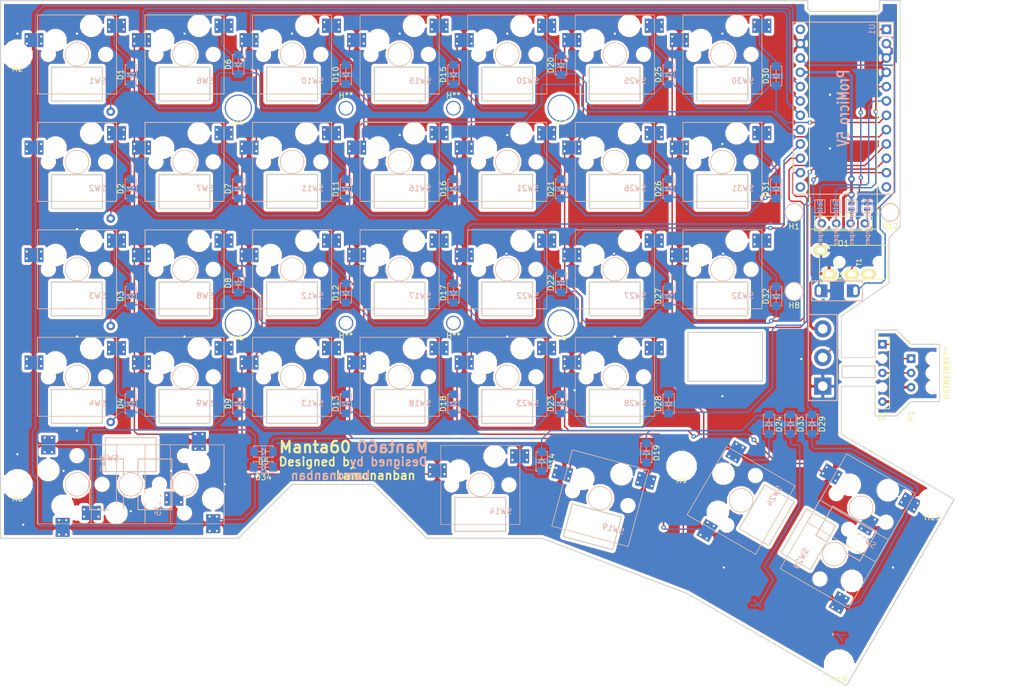
<source format=kicad_pcb>
(kicad_pcb (version 20171130) (host pcbnew "(5.0.0)")
  (layers (0 F.Cu signal) (31 B.Cu signal) (34 B.Paste user) (35 F.Paste user) (36 B.SilkS user) (37 F.SilkS user) (38 B.Mask user) (39 F.Mask user) (44 Edge.Cuts user))
  (net 0 "")
  (net 1 "Net-(D1-Pad2)")
  (net 2 Row0)
  (net 3 "Net-(D2-Pad2)")
  (net 4 Row1)
  (net 5 "Net-(D3-Pad2)")
  (net 6 Row2)
  (net 7 "Net-(D4-Pad2)")
  (net 8 Row3)
  (net 9 "Net-(D5-Pad2)")
  (net 10 Row4)
  (net 11 "Net-(D6-Pad2)")
  (net 12 "Net-(D7-Pad2)")
  (net 13 "Net-(D8-Pad2)")
  (net 14 "Net-(D9-Pad2)")
  (net 15 "Net-(D10-Pad2)")
  (net 16 "Net-(D11-Pad2)")
  (net 17 "Net-(D12-Pad2)")
  (net 18 "Net-(D13-Pad2)")
  (net 19 "Net-(D14-Pad2)")
  (net 20 "Net-(D15-Pad2)")
  (net 21 "Net-(D16-Pad2)")
  (net 22 "Net-(D17-Pad2)")
  (net 23 "Net-(D18-Pad2)")
  (net 24 "Net-(D19-Pad2)")
  (net 25 "Net-(D20-Pad2)")
  (net 26 "Net-(D21-Pad2)")
  (net 27 "Net-(D22-Pad2)")
  (net 28 "Net-(D23-Pad2)")
  (net 29 "Net-(D24-Pad2)")
  (net 30 "Net-(D25-Pad2)")
  (net 31 "Net-(D26-Pad2)")
  (net 32 "Net-(D27-Pad2)")
  (net 33 "Net-(D28-Pad2)")
  (net 34 "Net-(D29-Pad2)")
  (net 35 "Net-(D30-Pad2)")
  (net 36 "Net-(D31-Pad2)")
  (net 37 "Net-(D32-Pad2)")
  (net 38 "Net-(D33-Pad2)")
  (net 39 VCC)
  (net 40 LED)
  (net 41 GND)
  (net 42 SCL)
  (net 43 SDA)
  (net 44 Col0)
  (net 45 Col1)
  (net 46 Col2)
  (net 47 Col3)
  (net 48 Col4)
  (net 49 Col5)
  (net 50 Col6)
  (net 51 RST)
  (net 52 Data)
  (net 53 "Net-(T1-PadB)")
  (net 54 "Net-(U1-Pad12)")
  (net 55 "Net-(U1-Pad13)")
  (net 56 "Net-(U1-Pad24)")
  (net 57 "Net-(D34-Pad2)")
  (net 58 "Net-(JP1-Pad1)")
  (net 59 "Net-(JP2-Pad1)")
  (net 60 "Net-(JP3-Pad1)")
  (net 61 "Net-(JP4-Pad1)")
  (net 62 "Net-(P1-Pad1)")
  (net 63 "Net-(P1-Pad2)")
  (net 64 "Net-(P1-Pad3)")
  (module LED-Connecter:Hole (layer F.Cu) (at 201.542081 101.545986 90)
    (fp_text reference REF** (at 0 2.54 90) (layer F.SilkS))
    (fp_text value Hole)
    (pad "" np_thru_hole circle (at 0 0 90) (size 1.524 1.524) (drill 1.524) (layers *.Cu *.Mask))
  )
  (module LED-Connecter:Hole (layer F.Cu) (at 201.542081 106.625986 90)
    (fp_text reference REF** (at 0 2.54 90) (layer F.SilkS))
    (fp_text value Hole)
    (pad "" np_thru_hole circle (at 0 0 90) (size 1.524 1.524) (drill 1.524) (layers *.Cu *.Mask))
  )
  (module LED-Connecter:Hole (layer F.Cu) (at 201.542081 104.085986 90)
    (fp_text reference REF** (at 0 2.54 90) (layer F.SilkS))
    (fp_text value Hole)
    (pad "" np_thru_hole circle (at 0 0 90) (size 1.524 1.524) (drill 1.524) (layers *.Cu *.Mask))
  )
  (module LED-Connecter:Led-pin (layer F.Cu) (at 197.732081 104.085986 90)
    (fp_text reference P1 (at -7.62 0 90) (layer F.SilkS))
    (fp_text value LED-pin)
    (pad 1 thru_hole circle (at -2.54 0 90) (size 1.524 1.524) (drill 0.762) (layers *.Cu *.Mask) (net 62 "Net-(P1-Pad1)"))
    (pad 2 thru_hole circle (at 0 0 90) (size 1.524 1.524) (drill 0.762) (layers *.Cu *.Mask) (net 63 "Net-(P1-Pad2)"))
    (pad 3 thru_hole rect (at 2.54 0 90) (size 1.524 1.524) (drill 0.762) (layers *.Cu *.Mask) (net 64 "Net-(P1-Pad3)"))
  )
  (module LED-Connecter:LED-socket (layer F.Cu) (at 192.652081 104.085986 90)
    (fp_text reference S1 (at -7.62 0 90) (layer F.SilkS))
    (fp_text value LED-socket)
    (pad 1 thru_hole circle (at -5.08 0 90) (size 1.524 1.524) (drill 0.762) (layers *.Cu *.Mask) (net 62 "Net-(P1-Pad1)"))
    (pad 2 thru_hole circle (at 0 0 90) (size 1.524 1.524) (drill 0.762) (layers *.Cu *.Mask) (net 63 "Net-(P1-Pad2)"))
    (pad 3 thru_hole rect (at 5.08 0 90) (size 1.524 1.524) (drill 0.762) (layers *.Cu *.Mask) (net 64 "Net-(P1-Pad3)"))
    (pad "" np_thru_hole circle (at 2.54 0 90) (size 0.762 0.762) (drill 0.762) (layers *.Cu *.Mask))
    (pad "" np_thru_hole circle (at -2.54 0 90) (size 0.762 0.762) (drill 0.762) (layers *.Cu *.Mask))
  )
  (module library:GND (layer F.Cu) (at 55.97525 112.776)
    (fp_text reference "" (at 0 0.5) (layer F.SilkS))
    (fp_text value "")
    (pad "" thru_hole circle (at 0 0) (size 1.512 1.512) (drill 0.762) (layers *.Cu *.Mask) (net 8 Row3))
  )
  (module manta60:1N4148_v01 (layer F.Cu) (at 97.63125 71.4375 90)
    (fp_text reference D11 (at 0 -1.8 90) (layer F.SilkS))
    (fp_text value D)
    (pad 2 smd rect (at 1.5 0 90) (size 1.4 1.6) (drill (offset 0.2 0)) (layers B.Cu B.Paste B.Mask) (net 16 "Net-(D11-Pad2)"))
    (pad 1 smd rect (at -1.5 0 90) (size 1.4 1.6) (drill (offset -0.2 0)) (layers B.Cu B.Paste B.Mask) (net 4 Row1))
  )
  (module manta60:LED-PIN (layer F.Cu) (at 182.08625 101.346)
    (fp_text reference L1 (at 0 5.08) (layer F.SilkS))
    (fp_text value LED)
    (pad 3 thru_hole rect (at 0 5.08) (size 3.048 3.048) (drill 1.7) (layers *.Cu *.Mask) (net 41 GND))
    (pad 2 thru_hole circle (at 0 0) (size 3.048 3.048) (drill 1.7) (layers *.Cu *.Mask) (net 40 LED))
    (pad 1 thru_hole circle (at 0 -5.08) (size 3.048 3.048) (drill 1.7) (layers *.Cu *.Mask) (net 39 VCC))
  )
  (module manta60:1N4148_v01 (layer F.Cu) (at 59.53125 109.5375 90)
    (fp_text reference D4 (at 0 -1.8 90) (layer F.SilkS))
    (fp_text value D)
    (pad 2 smd rect (at 1.5 0 90) (size 1.4 1.6) (drill (offset 0.2 0)) (layers B.Cu B.Paste B.Mask) (net 7 "Net-(D4-Pad2)"))
    (pad 1 smd rect (at -1.5 0 90) (size 1.4 1.6) (drill (offset -0.2 0)) (layers B.Cu B.Paste B.Mask) (net 8 Row3))
  )
  (module manta60:1N4148_v01 (layer F.Cu) (at 83.02625 120.777 180)
    (fp_text reference D34 (at 0 -1.8 180) (layer F.SilkS))
    (fp_text value D)
    (pad 2 smd rect (at 1.5 0 180) (size 1.4 1.6) (drill (offset 0.2 0)) (layers B.Cu B.Paste B.Mask) (net 57 "Net-(D34-Pad2)"))
    (pad 1 smd rect (at -1.5 0 180) (size 1.4 1.6) (drill (offset -0.2 0)) (layers B.Cu B.Paste B.Mask) (net 10 Row4))
  )
  (module manta60:1N4148_v01 (layer F.Cu) (at 154.78125 71.4375 90)
    (fp_text reference D26 (at 0 -1.8 90) (layer F.SilkS))
    (fp_text value D)
    (pad 2 smd rect (at 1.5 0 90) (size 1.4 1.6) (drill (offset 0.2 0)) (layers B.Cu B.Paste B.Mask) (net 31 "Net-(D26-Pad2)"))
    (pad 1 smd rect (at -1.5 0 90) (size 1.4 1.6) (drill (offset -0.2 0)) (layers B.Cu B.Paste B.Mask) (net 4 Row1))
  )
  (module manta60:1N4148_v01 (layer F.Cu) (at 172.56125 113.157 270)
    (fp_text reference D24 (at 0 -1.8 270) (layer F.SilkS))
    (fp_text value D)
    (pad 2 smd rect (at 1.5 0 270) (size 1.4 1.6) (drill (offset 0.2 0)) (layers B.Cu B.Paste B.Mask) (net 29 "Net-(D24-Pad2)"))
    (pad 1 smd rect (at -1.5 0 270) (size 1.4 1.6) (drill (offset -0.2 0)) (layers B.Cu B.Paste B.Mask) (net 10 Row4))
  )
  (module manta60:1N4148_v01 (layer F.Cu) (at 176.37125 113.157 270)
    (fp_text reference D33 (at 0 -1.8 270) (layer F.SilkS))
    (fp_text value D)
    (pad 2 smd rect (at 1.5 0 270) (size 1.4 1.6) (drill (offset 0.2 0)) (layers B.Cu B.Paste B.Mask) (net 38 "Net-(D33-Pad2)"))
    (pad 1 smd rect (at -1.5 0 270) (size 1.4 1.6) (drill (offset -0.2 0)) (layers B.Cu B.Paste B.Mask) (net 10 Row4))
  )
  (module library:GND (layer F.Cu) (at 55.97525 95.758)
    (fp_text reference "" (at 0 0.5) (layer F.SilkS))
    (fp_text value "")
    (pad "" thru_hole circle (at 0 0) (size 1.512 1.512) (drill 0.762) (layers *.Cu *.Mask) (net 6 Row2))
  )
  (module manta60:1N4148_v01 (layer F.Cu) (at 97.63125 109.5375 90)
    (fp_text reference D13 (at 0 -1.8 90) (layer F.SilkS))
    (fp_text value D)
    (pad 2 smd rect (at 1.5 0 90) (size 1.4 1.6) (drill (offset 0.2 0)) (layers B.Cu B.Paste B.Mask) (net 18 "Net-(D13-Pad2)"))
    (pad 1 smd rect (at -1.5 0 90) (size 1.4 1.6) (drill (offset -0.2 0)) (layers B.Cu B.Paste B.Mask) (net 8 Row3))
  )
  (module manta60:1N4148_v01 (layer F.Cu) (at 83.02625 118.007 180)
    (fp_text reference D5 (at 0 -1.8 180) (layer F.SilkS))
    (fp_text value D)
    (pad 2 smd rect (at 1.5 0 180) (size 1.4 1.6) (drill (offset 0.2 0)) (layers B.Cu B.Paste B.Mask) (net 9 "Net-(D5-Pad2)"))
    (pad 1 smd rect (at -1.5 0 180) (size 1.4 1.6) (drill (offset -0.2 0)) (layers B.Cu B.Paste B.Mask) (net 10 Row4))
  )
  (module manta60:1N4148_v01 (layer F.Cu) (at 135.73125 88.10625 90)
    (fp_text reference D22 (at 0 -1.8 90) (layer F.SilkS))
    (fp_text value D)
    (pad 2 smd rect (at 1.5 0 90) (size 1.4 1.6) (drill (offset 0.2 0)) (layers B.Cu B.Paste B.Mask) (net 27 "Net-(D22-Pad2)"))
    (pad 1 smd rect (at -1.5 0 90) (size 1.4 1.6) (drill (offset -0.2 0)) (layers B.Cu B.Paste B.Mask) (net 6 Row2))
  )
  (module manta60:1N4148_v01 (layer F.Cu) (at 59.53125 71.4375 90)
    (fp_text reference D2 (at 0 -1.8 90) (layer F.SilkS))
    (fp_text value D)
    (pad 2 smd rect (at 1.5 0 90) (size 1.4 1.6) (drill (offset 0.2 0)) (layers B.Cu B.Paste B.Mask) (net 3 "Net-(D2-Pad2)"))
    (pad 1 smd rect (at -1.5 0 90) (size 1.4 1.6) (drill (offset -0.2 0)) (layers B.Cu B.Paste B.Mask) (net 4 Row1))
  )
  (module manta60:1N4148_v01 (layer F.Cu) (at 116.68125 51.205 90)
    (fp_text reference D15 (at 0 -1.8 90) (layer F.SilkS))
    (fp_text value D)
    (pad 2 smd rect (at 1.5 0 90) (size 1.4 1.6) (drill (offset 0.2 0)) (layers B.Cu B.Paste B.Mask) (net 20 "Net-(D15-Pad2)"))
    (pad 1 smd rect (at -1.5 0 90) (size 1.4 1.6) (drill (offset -0.2 0)) (layers B.Cu B.Paste B.Mask) (net 2 Row0))
  )
  (module manta60:1N4148_v01 (layer F.Cu) (at 173.83125 51.435 90)
    (fp_text reference D30 (at 0 -1.8 90) (layer F.SilkS))
    (fp_text value D)
    (pad 2 smd rect (at 1.5 0 90) (size 1.4 1.6) (drill (offset 0.2 0)) (layers B.Cu B.Paste B.Mask) (net 35 "Net-(D30-Pad2)"))
    (pad 1 smd rect (at -1.5 0 90) (size 1.4 1.6) (drill (offset -0.2 0)) (layers B.Cu B.Paste B.Mask) (net 2 Row0))
  )
  (module manta60:Kailh-socket (layer F.Cu) (at 126.20625 104.775)
    (fp_text reference SW23 (at 3.632 4.6764) (layer B.SilkS) (effects (justify mirror)))
    (fp_text value SW_Push)
    (pad 1 smd rect (at -7.36 -2.54) (size 2.7 2.5) (layers B.Cu B.Paste B.Mask) (net 48 Col4))
    (pad 2 smd rect (at 6.59 -5.08 180) (size 2.7 2.5) (drill (offset -0.1 0)) (layers B.Cu B.Paste B.Mask) (net 28 "Net-(D23-Pad2)"))
    (pad "" np_thru_hole circle (at 2.54 -5.08) (size 3 3) (drill 3) (layers *.Cu *.Mask F.SilkS))
    (pad "" np_thru_hole circle (at -3.81 -2.54) (size 3 3) (drill 3) (layers *.Cu *.Mask F.SilkS))
    (pad "" np_thru_hole circle (at 5.08 0) (size 1.7 1.7) (drill 1.7) (layers *.Cu *.Mask F.SilkS))
    (pad "" np_thru_hole circle (at -5.08 0) (size 1.7 1.7) (drill 1.7) (layers *.Cu *.Mask F.SilkS))
    (pad "" np_thru_hole circle (at 0 0) (size 4 4) (drill 4) (layers *.Cu *.Mask F.SilkS))
    (pad 1 thru_hole rect (at -8.89 -3.165) (size 0.8 1.25) (drill 0.381) (layers *.Cu *.Mask) (net 48 Col4))
    (pad 1 thru_hole rect (at -8.89 -1.915) (size 0.8 1.25) (drill 0.381) (layers *.Cu *.Mask) (net 48 Col4))
    (pad 1 thru_hole rect (at -6.35 -1.915) (size 0.8 1.25) (drill 0.381) (layers *.Cu *.Mask) (net 48 Col4))
    (pad 1 thru_hole rect (at -6.35 -3.165) (size 0.8 1.25) (drill 0.381) (layers *.Cu *.Mask) (net 48 Col4))
    (pad 2 thru_hole rect (at 5.715 -4.445) (size 0.8 1.25) (drill 0.381) (layers *.Cu *.Mask) (net 28 "Net-(D23-Pad2)"))
    (pad 2 thru_hole rect (at 5.715 -5.715) (size 0.8 1.25) (drill 0.381) (layers *.Cu *.Mask) (net 28 "Net-(D23-Pad2)"))
    (pad 2 thru_hole rect (at 8.255 -5.715) (size 0.8 1.25) (drill 0.381) (layers *.Cu *.Mask) (net 28 "Net-(D23-Pad2)"))
    (pad 2 thru_hole rect (at 8.255 -4.445) (size 0.8 1.25) (drill 0.381) (layers *.Cu *.Mask) (net 28 "Net-(D23-Pad2)"))
  )
  (module manta60:1N4148_v01 (layer F.Cu) (at 59.53125 51.205 90)
    (fp_text reference D1 (at 0 -1.8 90) (layer F.SilkS))
    (fp_text value D)
    (pad 2 smd rect (at 1.5 0 90) (size 1.4 1.6) (drill (offset 0.2 0)) (layers B.Cu B.Paste B.Mask) (net 1 "Net-(D1-Pad2)"))
    (pad 1 smd rect (at -1.5 0 90) (size 1.4 1.6) (drill (offset -0.2 0)) (layers B.Cu B.Paste B.Mask) (net 2 Row0))
  )
  (module manta60:1N4148_v01 (layer F.Cu) (at 135.73125 49.53 90)
    (fp_text reference D20 (at 0 -1.8 90) (layer F.SilkS))
    (fp_text value D)
    (pad 2 smd rect (at 1.5 0 90) (size 1.4 1.6) (drill (offset 0.2 0)) (layers B.Cu B.Paste B.Mask) (net 25 "Net-(D20-Pad2)"))
    (pad 1 smd rect (at -1.5 0 90) (size 1.4 1.6) (drill (offset -0.2 0)) (layers B.Cu B.Paste B.Mask) (net 2 Row0))
  )
  (module library:HOLE (layer F.Cu) (at 97.63125 57.15 180)
    (fp_text reference H** (at 0 2.25 180) (layer F.SilkS))
    (fp_text value HOLE)
    (pad "" thru_hole circle (at 0 0 180) (size 2.6 2.6) (drill 2.2) (layers *.Cu *.Mask))
  )
  (module manta60:1N4148_v01 (layer F.Cu) (at 173.83125 71.4375 90)
    (fp_text reference D31 (at 0 -1.8 90) (layer F.SilkS))
    (fp_text value D)
    (pad 2 smd rect (at 1.5 0 90) (size 1.4 1.6) (drill (offset 0.2 0)) (layers B.Cu B.Paste B.Mask) (net 36 "Net-(D31-Pad2)"))
    (pad 1 smd rect (at -1.5 0 90) (size 1.4 1.6) (drill (offset -0.2 0)) (layers B.Cu B.Paste B.Mask) (net 4 Row1))
  )
  (module manta60:1N4148_v01 (layer F.Cu) (at 135.73125 109.5375 90)
    (fp_text reference D23 (at 0 -1.8 90) (layer F.SilkS))
    (fp_text value D)
    (pad 2 smd rect (at 1.5 0 90) (size 1.4 1.6) (drill (offset 0.2 0)) (layers B.Cu B.Paste B.Mask) (net 28 "Net-(D23-Pad2)"))
    (pad 1 smd rect (at -1.5 0 90) (size 1.4 1.6) (drill (offset -0.2 0)) (layers B.Cu B.Paste B.Mask) (net 8 Row3))
  )
  (module manta60:1N4148_v01 (layer F.Cu) (at 135.73125 71.4375 90)
    (fp_text reference D21 (at 0 -1.8 90) (layer F.SilkS))
    (fp_text value D)
    (pad 2 smd rect (at 1.5 0 90) (size 1.4 1.6) (drill (offset 0.2 0)) (layers B.Cu B.Paste B.Mask) (net 26 "Net-(D21-Pad2)"))
    (pad 1 smd rect (at -1.5 0 90) (size 1.4 1.6) (drill (offset -0.2 0)) (layers B.Cu B.Paste B.Mask) (net 4 Row1))
  )
  (module manta60:1N4148_v01 (layer F.Cu) (at 59.53125 90.4875 90)
    (fp_text reference D3 (at 0 -1.8 90) (layer F.SilkS))
    (fp_text value D)
    (pad 2 smd rect (at 1.5 0 90) (size 1.4 1.6) (drill (offset 0.2 0)) (layers B.Cu B.Paste B.Mask) (net 5 "Net-(D3-Pad2)"))
    (pad 1 smd rect (at -1.5 0 90) (size 1.4 1.6) (drill (offset -0.2 0)) (layers B.Cu B.Paste B.Mask) (net 6 Row2))
  )
  (module manta60:1N4148_v01 (layer F.Cu) (at 116.68125 71.4375 90)
    (fp_text reference D16 (at 0 -1.8 90) (layer F.SilkS))
    (fp_text value D)
    (pad 2 smd rect (at 1.5 0 90) (size 1.4 1.6) (drill (offset 0.2 0)) (layers B.Cu B.Paste B.Mask) (net 21 "Net-(D16-Pad2)"))
    (pad 1 smd rect (at -1.5 0 90) (size 1.4 1.6) (drill (offset -0.2 0)) (layers B.Cu B.Paste B.Mask) (net 4 Row1))
  )
  (module manta60:1N4148_v01 (layer F.Cu) (at 97.63125 89.916 90)
    (fp_text reference D12 (at 0 -1.8 90) (layer F.SilkS))
    (fp_text value D)
    (pad 2 smd rect (at 1.5 0 90) (size 1.4 1.6) (drill (offset 0.2 0)) (layers B.Cu B.Paste B.Mask) (net 17 "Net-(D12-Pad2)"))
    (pad 1 smd rect (at -1.5 0 90) (size 1.4 1.6) (drill (offset -0.2 0)) (layers B.Cu B.Paste B.Mask) (net 6 Row2))
  )
  (module manta60:1N4148_v01 (layer F.Cu) (at 116.68125 89.916 90)
    (fp_text reference D17 (at 0 -1.8 90) (layer F.SilkS))
    (fp_text value D)
    (pad 2 smd rect (at 1.5 0 90) (size 1.4 1.6) (drill (offset 0.2 0)) (layers B.Cu B.Paste B.Mask) (net 22 "Net-(D17-Pad2)"))
    (pad 1 smd rect (at -1.5 0 90) (size 1.4 1.6) (drill (offset -0.2 0)) (layers B.Cu B.Paste B.Mask) (net 6 Row2))
  )
  (module manta60:1N4148_v01 (layer F.Cu) (at 78.58125 109.5375 90)
    (fp_text reference D9 (at 0 -1.8 90) (layer F.SilkS))
    (fp_text value D)
    (pad 2 smd rect (at 1.5 0 90) (size 1.4 1.6) (drill (offset 0.2 0)) (layers B.Cu B.Paste B.Mask) (net 14 "Net-(D9-Pad2)"))
    (pad 1 smd rect (at -1.5 0 90) (size 1.4 1.6) (drill (offset -0.2 0)) (layers B.Cu B.Paste B.Mask) (net 8 Row3))
  )
  (module manta60:1N4148_v01 (layer F.Cu) (at 154.78125 51.205 90)
    (fp_text reference D25 (at 0 -1.8 90) (layer F.SilkS))
    (fp_text value D)
    (pad 2 smd rect (at 1.5 0 90) (size 1.4 1.6) (drill (offset 0.2 0)) (layers B.Cu B.Paste B.Mask) (net 30 "Net-(D25-Pad2)"))
    (pad 1 smd rect (at -1.5 0 90) (size 1.4 1.6) (drill (offset -0.2 0)) (layers B.Cu B.Paste B.Mask) (net 2 Row0))
  )
  (module manta60:1N4148_v01 (layer F.Cu) (at 116.68125 109.5375 90)
    (fp_text reference D18 (at 0 -1.8 90) (layer F.SilkS))
    (fp_text value D)
    (pad 2 smd rect (at 1.5 0 90) (size 1.4 1.6) (drill (offset 0.2 0)) (layers B.Cu B.Paste B.Mask) (net 23 "Net-(D18-Pad2)"))
    (pad 1 smd rect (at -1.5 0 90) (size 1.4 1.6) (drill (offset -0.2 0)) (layers B.Cu B.Paste B.Mask) (net 8 Row3))
  )
  (module manta60:1N4148_v01 (layer F.Cu) (at 132.30225 119.761 270)
    (fp_text reference D14 (at 0 -1.8 270) (layer F.SilkS))
    (fp_text value D)
    (pad 2 smd rect (at 1.5 0 270) (size 1.4 1.6) (drill (offset 0.2 0)) (layers B.Cu B.Paste B.Mask) (net 19 "Net-(D14-Pad2)"))
    (pad 1 smd rect (at -1.5 0 270) (size 1.4 1.6) (drill (offset -0.2 0)) (layers B.Cu B.Paste B.Mask) (net 10 Row4))
  )
  (module manta60:1N4148_v01 (layer F.Cu) (at 173.83125 90.4875 90)
    (fp_text reference D32 (at 0 -1.8 90) (layer F.SilkS))
    (fp_text value D)
    (pad 2 smd rect (at 1.5 0 90) (size 1.4 1.6) (drill (offset 0.2 0)) (layers B.Cu B.Paste B.Mask) (net 37 "Net-(D32-Pad2)"))
    (pad 1 smd rect (at -1.5 0 90) (size 1.4 1.6) (drill (offset -0.2 0)) (layers B.Cu B.Paste B.Mask) (net 6 Row2))
  )
  (module manta60:1N4148_v01 (layer F.Cu) (at 150.84425 118.237 270)
    (fp_text reference D19 (at 0 -1.8 270) (layer F.SilkS))
    (fp_text value D)
    (pad 2 smd rect (at 1.5 0 270) (size 1.4 1.6) (drill (offset 0.2 0)) (layers B.Cu B.Paste B.Mask) (net 24 "Net-(D19-Pad2)"))
    (pad 1 smd rect (at -1.5 0 270) (size 1.4 1.6) (drill (offset -0.2 0)) (layers B.Cu B.Paste B.Mask) (net 10 Row4))
  )
  (module manta60:1N4148_v01 (layer F.Cu) (at 78.58125 49.403 90)
    (fp_text reference D6 (at 0 -1.8 90) (layer F.SilkS))
    (fp_text value D)
    (pad 2 smd rect (at 1.5 0 90) (size 1.4 1.6) (drill (offset 0.2 0)) (layers B.Cu B.Paste B.Mask) (net 11 "Net-(D6-Pad2)"))
    (pad 1 smd rect (at -1.5 0 90) (size 1.4 1.6) (drill (offset -0.2 0)) (layers B.Cu B.Paste B.Mask) (net 2 Row0))
  )
  (module manta60:1N4148_v01 (layer F.Cu) (at 78.58125 71.4375 90)
    (fp_text reference D7 (at 0 -1.8 90) (layer F.SilkS))
    (fp_text value D)
    (pad 2 smd rect (at 1.5 0 90) (size 1.4 1.6) (drill (offset 0.2 0)) (layers B.Cu B.Paste B.Mask) (net 12 "Net-(D7-Pad2)"))
    (pad 1 smd rect (at -1.5 0 90) (size 1.4 1.6) (drill (offset -0.2 0)) (layers B.Cu B.Paste B.Mask) (net 4 Row1))
  )
  (module manta60:1N4148_v01 (layer F.Cu) (at 154.78125 90.4875 90)
    (fp_text reference D27 (at 0 -1.8 90) (layer F.SilkS))
    (fp_text value D)
    (pad 2 smd rect (at 1.5 0 90) (size 1.4 1.6) (drill (offset 0.2 0)) (layers B.Cu B.Paste B.Mask) (net 32 "Net-(D27-Pad2)"))
    (pad 1 smd rect (at -1.5 0 90) (size 1.4 1.6) (drill (offset -0.2 0)) (layers B.Cu B.Paste B.Mask) (net 6 Row2))
  )
  (module manta60:1N4148_v01 (layer F.Cu) (at 97.63125 51.181 90)
    (fp_text reference D10 (at 0 -1.8 90) (layer F.SilkS))
    (fp_text value D)
    (pad 2 smd rect (at 1.5 0 90) (size 1.4 1.6) (drill (offset 0.2 0)) (layers B.Cu B.Paste B.Mask) (net 15 "Net-(D10-Pad2)"))
    (pad 1 smd rect (at -1.5 0 90) (size 1.4 1.6) (drill (offset -0.2 0)) (layers B.Cu B.Paste B.Mask) (net 2 Row0))
  )
  (module library:M3 (layer F.Cu) (at 157.07625 120.585)
    (fp_text reference H9 (at 0 2.5) (layer F.SilkS))
    (fp_text value HOLE)
    (pad "" np_thru_hole circle (at 0 0) (size 4.4 4.4) (drill 4.4) (layers *.Cu *.Mask))
  )
  (module library:HOLE (layer F.Cu) (at 116.68125 95.25)
    (fp_text reference H** (at 0 2.25) (layer F.SilkS))
    (fp_text value HOLE)
    (pad "" thru_hole circle (at 0 0) (size 2.6 2.6) (drill 2.2) (layers *.Cu *.Mask))
  )
  (module manta60:Kailh-socket (layer F.Cu) (at 69.05625 66.675)
    (fp_text reference SW7 (at 3.632 4.6764) (layer B.SilkS) (effects (justify mirror)))
    (fp_text value SW_Push)
    (pad 1 smd rect (at -7.36 -2.54) (size 2.7 2.5) (layers B.Cu B.Paste B.Mask) (net 45 Col1))
    (pad 2 smd rect (at 6.59 -5.08 180) (size 2.7 2.5) (drill (offset -0.1 0)) (layers B.Cu B.Paste B.Mask) (net 12 "Net-(D7-Pad2)"))
    (pad "" np_thru_hole circle (at 2.54 -5.08) (size 3 3) (drill 3) (layers *.Cu *.Mask F.SilkS))
    (pad "" np_thru_hole circle (at -3.81 -2.54) (size 3 3) (drill 3) (layers *.Cu *.Mask F.SilkS))
    (pad "" np_thru_hole circle (at 5.08 0) (size 1.7 1.7) (drill 1.7) (layers *.Cu *.Mask F.SilkS))
    (pad "" np_thru_hole circle (at -5.08 0) (size 1.7 1.7) (drill 1.7) (layers *.Cu *.Mask F.SilkS))
    (pad "" np_thru_hole circle (at 0 0) (size 4 4) (drill 4) (layers *.Cu *.Mask F.SilkS))
    (pad 1 thru_hole rect (at -8.89 -3.165) (size 0.8 1.25) (drill 0.381) (layers *.Cu *.Mask) (net 45 Col1))
    (pad 1 thru_hole rect (at -8.89 -1.915) (size 0.8 1.25) (drill 0.381) (layers *.Cu *.Mask) (net 45 Col1))
    (pad 1 thru_hole rect (at -6.35 -1.915) (size 0.8 1.25) (drill 0.381) (layers *.Cu *.Mask) (net 45 Col1))
    (pad 1 thru_hole rect (at -6.35 -3.165) (size 0.8 1.25) (drill 0.381) (layers *.Cu *.Mask) (net 45 Col1))
    (pad 2 thru_hole rect (at 5.715 -4.445) (size 0.8 1.25) (drill 0.381) (layers *.Cu *.Mask) (net 12 "Net-(D7-Pad2)"))
    (pad 2 thru_hole rect (at 5.715 -5.715) (size 0.8 1.25) (drill 0.381) (layers *.Cu *.Mask) (net 12 "Net-(D7-Pad2)"))
    (pad 2 thru_hole rect (at 8.255 -5.715) (size 0.8 1.25) (drill 0.381) (layers *.Cu *.Mask) (net 12 "Net-(D7-Pad2)"))
    (pad 2 thru_hole rect (at 8.255 -4.445) (size 0.8 1.25) (drill 0.381) (layers *.Cu *.Mask) (net 12 "Net-(D7-Pad2)"))
  )
  (module library:M3 (layer F.Cu) (at 201.49625 127.155)
    (fp_text reference H11 (at 0 2.5) (layer F.SilkS))
    (fp_text value HOLE)
    (pad "" np_thru_hole circle (at 0 0) (size 4.4 4.4) (drill 4.4) (layers *.Cu *.Mask))
  )
  (module library:M3 (layer F.Cu) (at 39.47625 123.825)
    (fp_text reference H3 (at 0 2.5) (layer F.SilkS))
    (fp_text value HOLE)
    (pad "" np_thru_hole circle (at 0 0) (size 4.4 4.4) (drill 4.4) (layers *.Cu *.Mask))
  )
  (module library:Jumper3 (layer B.Cu) (at 187.16625 74.549 90)
    (fp_text reference JP7 hide)
    (fp_text value SolderJumper (at -2.755 0 90) (layer B.SilkS) (effects (font (size 0.8128 0.8128)) (justify mirror)))
    (pad 1 smd rect (at -0.50038 0 90) (size 0.635 1.143) (layers B.Cu B.Paste B.Mask) (net 59 "Net-(JP2-Pad1)") (clearance 0.1905))
    (pad 2 smd rect (at 0.50038 0 90) (size 0.635 1.143) (layers B.Cu B.Paste B.Mask) (net 39 VCC) (clearance 0.1905))
  )
  (module library:M3 (layer F.Cu) (at 177.00625 89.625)
    (fp_text reference H8 (at 0 2.5) (layer F.SilkS))
    (fp_text value HOLE)
    (pad "" np_thru_hole circle (at 0 0) (size 2.1 2.1) (drill 2.1) (layers *.Cu *.Mask))
  )
  (module library:HOLE (layer F.Cu) (at 97.63125 95.25)
    (fp_text reference H** (at 0 2.25) (layer F.SilkS))
    (fp_text value HOLE)
    (pad "" thru_hole circle (at 0 0) (size 2.6 2.6) (drill 2.2) (layers *.Cu *.Mask))
  )
  (module library:RST_SW (layer F.Cu) (at 184.62625 89.535 180)
    (fp_text reference SW34 (at 0 2.75 180) (layer F.SilkS))
    (fp_text value SW_Push)
    (pad 2 smd rect (at 2.5 0 180) (size 1.524 2.29) (layers B.Cu B.Paste B.Mask) (net 41 GND))
    (pad 2 smd rect (at 2.5 0 180) (size 1.524 2.29) (layers F.Cu F.Paste F.Mask) (net 41 GND))
    (pad 1 smd rect (at -2.5 0 180) (size 1.524 2.29) (layers B.Cu B.Paste B.Mask) (net 51 RST))
    (pad 1 smd rect (at -2.5 0 180) (size 1.524 2.29) (layers F.Cu F.Paste F.Mask) (net 51 RST))
    (pad 1 thru_hole oval (at -3.25 0 180) (size 1.524 2.29) (drill oval 0.762 1.524) (layers *.Cu *.Mask) (net 51 RST))
    (pad 2 thru_hole oval (at 3.25 0 180) (size 1.524 2.29) (drill oval 0.762 1.524) (layers *.Cu *.Mask) (net 41 GND))
  )
  (module library:ProMicro (layer B.Cu) (at 185.7375 57.15 270)
    (fp_text reference U1 (at -13.97 -5.08 270) (layer B.SilkS) (effects (justify mirror)))
    (fp_text value ProMicro hide)
    (fp_text user "ProMicro 5V" (at 0 0 270) (layer B.SilkS) (effects (font (size 2 1.5) (thickness 0.3)) (justify mirror)))
    (pad 1 thru_hole rect (at -13.97 -7.62 270) (size 1.7 1.7) (drill 1) (layers *.Cu *.Mask) (net 40 LED))
    (pad 2 thru_hole circle (at -11.43 -7.62 270) (size 1.7 1.7) (drill 1) (layers *.Cu *.Mask) (net 52 Data))
    (pad 3 thru_hole circle (at -8.89 -7.62 270) (size 1.7 1.7) (drill 1) (layers *.Cu *.Mask) (net 41 GND))
    (pad 4 thru_hole circle (at -6.35 -7.62 270) (size 1.7 1.7) (drill 1) (layers *.Cu *.Mask) (net 41 GND))
    (pad 5 thru_hole circle (at -3.81 -7.62 270) (size 1.7 1.7) (drill 1) (layers *.Cu *.Mask) (net 42 SCL))
    (pad 6 thru_hole circle (at -1.27 -7.62 270) (size 1.7 1.7) (drill 1) (layers *.Cu *.Mask) (net 43 SDA))
    (pad 7 thru_hole circle (at 1.27 -7.62 270) (size 1.7 1.7) (drill 1) (layers *.Cu *.Mask) (net 2 Row0))
    (pad 8 thru_hole circle (at 3.81 -7.62 270) (size 1.7 1.7) (drill 1) (layers *.Cu *.Mask) (net 4 Row1))
    (pad 9 thru_hole circle (at 6.35 -7.62 270) (size 1.7 1.7) (drill 1) (layers *.Cu *.Mask) (net 6 Row2))
    (pad 10 thru_hole circle (at 8.89 -7.62 270) (size 1.7 1.7) (drill 1) (layers *.Cu *.Mask) (net 8 Row3))
    (pad 11 thru_hole circle (at 11.43 -7.62 270) (size 1.7 1.7) (drill 1) (layers *.Cu *.Mask) (net 10 Row4))
    (pad 12 thru_hole circle (at 13.97 -7.62 270) (size 1.7 1.7) (drill 1) (layers *.Cu *.Mask) (net 54 "Net-(U1-Pad12)"))
    (pad 13 thru_hole circle (at 13.97 7.62 270) (size 1.7 1.7) (drill 1) (layers *.Cu *.Mask) (net 55 "Net-(U1-Pad13)"))
    (pad 14 thru_hole circle (at 11.43 7.62 270) (size 1.7 1.7) (drill 1) (layers *.Cu *.Mask) (net 50 Col6))
    (pad 15 thru_hole circle (at 8.89 7.62 270) (size 1.7 1.7) (drill 1) (layers *.Cu *.Mask) (net 49 Col5))
    (pad 16 thru_hole circle (at 6.35 7.62 270) (size 1.7 1.7) (drill 1) (layers *.Cu *.Mask) (net 48 Col4))
    (pad 17 thru_hole circle (at 3.81 7.62 270) (size 1.7 1.7) (drill 1) (layers *.Cu *.Mask) (net 47 Col3))
    (pad 18 thru_hole circle (at 1.27 7.62 270) (size 1.7 1.7) (drill 1) (layers *.Cu *.Mask) (net 46 Col2))
    (pad 19 thru_hole circle (at -1.27 7.62 270) (size 1.7 1.7) (drill 1) (layers *.Cu *.Mask) (net 45 Col1))
    (pad 20 thru_hole circle (at -3.81 7.62 270) (size 1.7 1.7) (drill 1) (layers *.Cu *.Mask) (net 44 Col0))
    (pad 21 thru_hole circle (at -6.35 7.62 270) (size 1.7 1.7) (drill 1) (layers *.Cu *.Mask) (net 39 VCC))
    (pad 22 thru_hole circle (at -8.89 7.62 270) (size 1.7 1.7) (drill 1) (layers *.Cu *.Mask) (net 51 RST))
    (pad 23 thru_hole circle (at -11.43 7.62 270) (size 1.7 1.7) (drill 1) (layers *.Cu *.Mask) (net 41 GND))
    (pad 24 thru_hole circle (at -13.97 7.62 270) (size 1.7 1.7) (drill 1) (layers *.Cu *.Mask) (net 56 "Net-(U1-Pad24)"))
  )
  (module library:Jumper3 (layer B.Cu) (at 181.57825 74.549 90)
    (fp_text reference JP5 hide)
    (fp_text value SolderJumper (at -2.755 0 90) (layer B.SilkS) (effects (font (size 0.8128 0.8128)) (justify mirror)))
    (pad 1 smd rect (at -0.50038 0 90) (size 0.635 1.143) (layers B.Cu B.Paste B.Mask) (net 61 "Net-(JP4-Pad1)") (clearance 0.1905))
    (pad 2 smd rect (at 0.50038 0 90) (size 0.635 1.143) (layers B.Cu B.Paste B.Mask) (net 43 SDA) (clearance 0.1905))
  )
  (module manta60:Kailh-socket (layer F.Cu) (at 88.10625 85.725)
    (fp_text reference SW12 (at 3.632 4.6764) (layer B.SilkS) (effects (justify mirror)))
    (fp_text value SW_Push)
    (pad 1 smd rect (at -7.36 -2.54) (size 2.7 2.5) (layers B.Cu B.Paste B.Mask) (net 46 Col2))
    (pad 2 smd rect (at 6.59 -5.08 180) (size 2.7 2.5) (drill (offset -0.1 0)) (layers B.Cu B.Paste B.Mask) (net 17 "Net-(D12-Pad2)"))
    (pad "" np_thru_hole circle (at 2.54 -5.08) (size 3 3) (drill 3) (layers *.Cu *.Mask F.SilkS))
    (pad "" np_thru_hole circle (at -3.81 -2.54) (size 3 3) (drill 3) (layers *.Cu *.Mask F.SilkS))
    (pad "" np_thru_hole circle (at 5.08 0) (size 1.7 1.7) (drill 1.7) (layers *.Cu *.Mask F.SilkS))
    (pad "" np_thru_hole circle (at -5.08 0) (size 1.7 1.7) (drill 1.7) (layers *.Cu *.Mask F.SilkS))
    (pad "" np_thru_hole circle (at 0 0) (size 4 4) (drill 4) (layers *.Cu *.Mask F.SilkS))
    (pad 1 thru_hole rect (at -8.89 -3.165) (size 0.8 1.25) (drill 0.381) (layers *.Cu *.Mask) (net 46 Col2))
    (pad 1 thru_hole rect (at -8.89 -1.915) (size 0.8 1.25) (drill 0.381) (layers *.Cu *.Mask) (net 46 Col2))
    (pad 1 thru_hole rect (at -6.35 -1.915) (size 0.8 1.25) (drill 0.381) (layers *.Cu *.Mask) (net 46 Col2))
    (pad 1 thru_hole rect (at -6.35 -3.165) (size 0.8 1.25) (drill 0.381) (layers *.Cu *.Mask) (net 46 Col2))
    (pad 2 thru_hole rect (at 5.715 -4.445) (size 0.8 1.25) (drill 0.381) (layers *.Cu *.Mask) (net 17 "Net-(D12-Pad2)"))
    (pad 2 thru_hole rect (at 5.715 -5.715) (size 0.8 1.25) (drill 0.381) (layers *.Cu *.Mask) (net 17 "Net-(D12-Pad2)"))
    (pad 2 thru_hole rect (at 8.255 -5.715) (size 0.8 1.25) (drill 0.381) (layers *.Cu *.Mask) (net 17 "Net-(D12-Pad2)"))
    (pad 2 thru_hole rect (at 8.255 -4.445) (size 0.8 1.25) (drill 0.381) (layers *.Cu *.Mask) (net 17 "Net-(D12-Pad2)"))
  )
  (module library:Jumper3 (layer B.Cu) (at 184.37225 74.549 90)
    (fp_text reference JP6 hide)
    (fp_text value SolderJumper (at -2.755 0 90) (layer B.SilkS) (effects (font (size 0.8128 0.8128)) (justify mirror)))
    (pad 2 smd rect (at 0.50038 0 90) (size 0.635 1.143) (layers B.Cu B.Paste B.Mask) (net 42 SCL) (clearance 0.1905))
    (pad 1 smd rect (at -0.50038 0 90) (size 0.635 1.143) (layers B.Cu B.Paste B.Mask) (net 60 "Net-(JP3-Pad1)") (clearance 0.1905))
  )
  (module library:M3 (layer F.Cu) (at 177.00625 75.625)
    (fp_text reference H1 (at 0 2.5) (layer F.SilkS))
    (fp_text value HOLE)
    (pad "" np_thru_hole circle (at 0 0) (size 2.1 2.1) (drill 2.1) (layers *.Cu *.Mask))
  )
  (module manta60:Kailh-socket (layer F.Cu) (at 184.11625 136.195 240)
    (fp_text reference SW29 (at 3.632 4.6764 240) (layer B.SilkS) (effects (justify mirror)))
    (fp_text value SW_Push)
    (pad 1 smd rect (at -7.36 -2.54 240) (size 2.7 2.5) (layers B.Cu B.Paste B.Mask) (net 49 Col5))
    (pad 2 smd rect (at 6.59 -5.08 60) (size 2.7 2.5) (drill (offset -0.1 0)) (layers B.Cu B.Paste B.Mask) (net 34 "Net-(D29-Pad2)"))
    (pad "" np_thru_hole circle (at 2.54 -5.08 240) (size 3 3) (drill 3) (layers *.Cu *.Mask F.SilkS))
    (pad "" np_thru_hole circle (at -3.81 -2.54 240) (size 3 3) (drill 3) (layers *.Cu *.Mask F.SilkS))
    (pad "" np_thru_hole circle (at 5.08 0 240) (size 1.7 1.7) (drill 1.7) (layers *.Cu *.Mask F.SilkS))
    (pad "" np_thru_hole circle (at -5.08 0 240) (size 1.7 1.7) (drill 1.7) (layers *.Cu *.Mask F.SilkS))
    (pad "" np_thru_hole circle (at 0 0 240) (size 4 4) (drill 4) (layers *.Cu *.Mask F.SilkS))
    (pad 1 thru_hole rect (at -8.89 -3.165 240) (size 0.8 1.25) (drill 0.381) (layers *.Cu *.Mask) (net 49 Col5))
    (pad 1 thru_hole rect (at -8.89 -1.915 240) (size 0.8 1.25) (drill 0.381) (layers *.Cu *.Mask) (net 49 Col5))
    (pad 1 thru_hole rect (at -6.35 -1.915 240) (size 0.8 1.25) (drill 0.381) (layers *.Cu *.Mask) (net 49 Col5))
    (pad 1 thru_hole rect (at -6.35 -3.165 240) (size 0.8 1.25) (drill 0.381) (layers *.Cu *.Mask) (net 49 Col5))
    (pad 2 thru_hole rect (at 5.715 -4.445 240) (size 0.8 1.25) (drill 0.381) (layers *.Cu *.Mask) (net 34 "Net-(D29-Pad2)"))
    (pad 2 thru_hole rect (at 5.715 -5.715 240) (size 0.8 1.25) (drill 0.381) (layers *.Cu *.Mask) (net 34 "Net-(D29-Pad2)"))
    (pad 2 thru_hole rect (at 8.255 -5.715 240) (size 0.8 1.25) (drill 0.381) (layers *.Cu *.Mask) (net 34 "Net-(D29-Pad2)"))
    (pad 2 thru_hole rect (at 8.255 -4.445 240) (size 0.8 1.25) (drill 0.381) (layers *.Cu *.Mask) (net 34 "Net-(D29-Pad2)"))
  )
  (module library:HOLE (layer F.Cu) (at 116.68125 57.15 180)
    (fp_text reference H** (at 0 2.25 180) (layer F.SilkS))
    (fp_text value HOLE)
    (pad "" thru_hole circle (at 0 0 180) (size 2.6 2.6) (drill 2.2) (layers *.Cu *.Mask))
  )
  (module library:M3 (layer F.Cu) (at 184.97625 155.775)
    (fp_text reference H10 (at 0 2.5) (layer F.SilkS))
    (fp_text value HOLE)
    (pad "" np_thru_hole circle (at 0 0) (size 4.4 4.4) (drill 4.4) (layers *.Cu *.Mask))
  )
  (module library:M3 (layer F.Cu) (at 194.00625 75.625)
    (fp_text reference H12 (at 0 2.5) (layer F.SilkS))
    (fp_text value HOLE)
    (pad "" np_thru_hole circle (at 0 0) (size 2.1 2.1) (drill 2.1) (layers *.Cu *.Mask))
  )
  (module manta60:Kailh-socket (layer F.Cu) (at 164.30625 85.725)
    (fp_text reference SW32 (at 3.632 4.6764) (layer B.SilkS) (effects (justify mirror)))
    (fp_text value SW_Push)
    (pad 1 smd rect (at -7.36 -2.54) (size 2.7 2.5) (layers B.Cu B.Paste B.Mask) (net 50 Col6))
    (pad 2 smd rect (at 6.59 -5.08 180) (size 2.7 2.5) (drill (offset -0.1 0)) (layers B.Cu B.Paste B.Mask) (net 37 "Net-(D32-Pad2)"))
    (pad "" np_thru_hole circle (at 2.54 -5.08) (size 3 3) (drill 3) (layers *.Cu *.Mask F.SilkS))
    (pad "" np_thru_hole circle (at -3.81 -2.54) (size 3 3) (drill 3) (layers *.Cu *.Mask F.SilkS))
    (pad "" np_thru_hole circle (at 5.08 0) (size 1.7 1.7) (drill 1.7) (layers *.Cu *.Mask F.SilkS))
    (pad "" np_thru_hole circle (at -5.08 0) (size 1.7 1.7) (drill 1.7) (layers *.Cu *.Mask F.SilkS))
    (pad "" np_thru_hole circle (at 0 0) (size 4 4) (drill 4) (layers *.Cu *.Mask F.SilkS))
    (pad 1 thru_hole rect (at -8.89 -3.165) (size 0.8 1.25) (drill 0.381) (layers *.Cu *.Mask) (net 50 Col6))
    (pad 1 thru_hole rect (at -8.89 -1.915) (size 0.8 1.25) (drill 0.381) (layers *.Cu *.Mask) (net 50 Col6))
    (pad 1 thru_hole rect (at -6.35 -1.915) (size 0.8 1.25) (drill 0.381) (layers *.Cu *.Mask) (net 50 Col6))
    (pad 1 thru_hole rect (at -6.35 -3.165) (size 0.8 1.25) (drill 0.381) (layers *.Cu *.Mask) (net 50 Col6))
    (pad 2 thru_hole rect (at 5.715 -4.445) (size 0.8 1.25) (drill 0.381) (layers *.Cu *.Mask) (net 37 "Net-(D32-Pad2)"))
    (pad 2 thru_hole rect (at 5.715 -5.715) (size 0.8 1.25) (drill 0.381) (layers *.Cu *.Mask) (net 37 "Net-(D32-Pad2)"))
    (pad 2 thru_hole rect (at 8.255 -5.715) (size 0.8 1.25) (drill 0.381) (layers *.Cu *.Mask) (net 37 "Net-(D32-Pad2)"))
    (pad 2 thru_hole rect (at 8.255 -4.445) (size 0.8 1.25) (drill 0.381) (layers *.Cu *.Mask) (net 37 "Net-(D32-Pad2)"))
  )
  (module library:Jumper3 (layer B.Cu) (at 189.96025 74.55662 90)
    (fp_text reference JP8 hide)
    (fp_text value SolderJumper (at -2.755 0 90) (layer B.SilkS) (effects (font (size 0.8128 0.8128)) (justify mirror)))
    (pad 2 smd rect (at 0.50038 0 90) (size 0.635 1.143) (layers B.Cu B.Paste B.Mask) (net 41 GND) (clearance 0.1905))
    (pad 1 smd rect (at -0.50038 0 90) (size 0.635 1.143) (layers B.Cu B.Paste B.Mask) (net 58 "Net-(JP1-Pad1)") (clearance 0.1905))
  )
  (module library:OLED (layer F.Cu) (at 185.7375 78.58125)
    (fp_text reference O1 (at 0 2.54) (layer F.SilkS))
    (fp_text value OLED)
    (pad 1 thru_hole circle (at 3.81 -1 270) (size 1.524 1.524) (drill 0.762) (layers *.Cu *.Mask) (net 58 "Net-(JP1-Pad1)"))
    (pad 2 thru_hole circle (at 1.27 -1 270) (size 1.524 1.524) (drill 0.762) (layers *.Cu *.Mask) (net 59 "Net-(JP2-Pad1)"))
    (pad 3 thru_hole circle (at -1.27 -1 270) (size 1.524 1.524) (drill 0.762) (layers *.Cu *.Mask) (net 60 "Net-(JP3-Pad1)"))
    (pad 4 thru_hole circle (at -3.81 -1 270) (size 1.524 1.524) (drill 0.762) (layers *.Cu *.Mask) (net 61 "Net-(JP4-Pad1)"))
  )
  (module manta60:1N4148_v01 (layer F.Cu) (at 180.18125 113.157 270)
    (fp_text reference D29 (at 0 -1.8 270) (layer F.SilkS))
    (fp_text value D)
    (pad 2 smd rect (at 1.5 0 270) (size 1.4 1.6) (drill (offset 0.2 0)) (layers B.Cu B.Paste B.Mask) (net 34 "Net-(D29-Pad2)"))
    (pad 1 smd rect (at -1.5 0 270) (size 1.4 1.6) (drill (offset -0.2 0)) (layers B.Cu B.Paste B.Mask) (net 10 Row4))
  )
  (module manta60:Kailh-socket (layer F.Cu) (at 145.25625 104.775)
    (fp_text reference SW28 (at 3.632 4.6764) (layer B.SilkS) (effects (justify mirror)))
    (fp_text value SW_Push)
    (pad 1 smd rect (at -7.36 -2.54) (size 2.7 2.5) (layers B.Cu B.Paste B.Mask) (net 49 Col5))
    (pad 2 smd rect (at 6.59 -5.08 180) (size 2.7 2.5) (drill (offset -0.1 0)) (layers B.Cu B.Paste B.Mask) (net 33 "Net-(D28-Pad2)"))
    (pad "" np_thru_hole circle (at 2.54 -5.08) (size 3 3) (drill 3) (layers *.Cu *.Mask F.SilkS))
    (pad "" np_thru_hole circle (at -3.81 -2.54) (size 3 3) (drill 3) (layers *.Cu *.Mask F.SilkS))
    (pad "" np_thru_hole circle (at 5.08 0) (size 1.7 1.7) (drill 1.7) (layers *.Cu *.Mask F.SilkS))
    (pad "" np_thru_hole circle (at -5.08 0) (size 1.7 1.7) (drill 1.7) (layers *.Cu *.Mask F.SilkS))
    (pad "" np_thru_hole circle (at 0 0) (size 4 4) (drill 4) (layers *.Cu *.Mask F.SilkS))
    (pad 1 thru_hole rect (at -8.89 -3.165) (size 0.8 1.25) (drill 0.381) (layers *.Cu *.Mask) (net 49 Col5))
    (pad 1 thru_hole rect (at -8.89 -1.915) (size 0.8 1.25) (drill 0.381) (layers *.Cu *.Mask) (net 49 Col5))
    (pad 1 thru_hole rect (at -6.35 -1.915) (size 0.8 1.25) (drill 0.381) (layers *.Cu *.Mask) (net 49 Col5))
    (pad 1 thru_hole rect (at -6.35 -3.165) (size 0.8 1.25) (drill 0.381) (layers *.Cu *.Mask) (net 49 Col5))
    (pad 2 thru_hole rect (at 5.715 -4.445) (size 0.8 1.25) (drill 0.381) (layers *.Cu *.Mask) (net 33 "Net-(D28-Pad2)"))
    (pad 2 thru_hole rect (at 5.715 -5.715) (size 0.8 1.25) (drill 0.381) (layers *.Cu *.Mask) (net 33 "Net-(D28-Pad2)"))
    (pad 2 thru_hole rect (at 8.255 -5.715) (size 0.8 1.25) (drill 0.381) (layers *.Cu *.Mask) (net 33 "Net-(D28-Pad2)"))
    (pad 2 thru_hole rect (at 8.255 -4.445) (size 0.8 1.25) (drill 0.381) (layers *.Cu *.Mask) (net 33 "Net-(D28-Pad2)"))
  )
  (module manta60:Kailh-socket (layer F.Cu) (at 126.20625 47.625)
    (fp_text reference SW20 (at 3.632 4.6764) (layer B.SilkS) (effects (justify mirror)))
    (fp_text value SW_Push)
    (pad 1 smd rect (at -7.36 -2.54) (size 2.7 2.5) (layers B.Cu B.Paste B.Mask) (net 48 Col4))
    (pad 2 smd rect (at 6.59 -5.08 180) (size 2.7 2.5) (drill (offset -0.1 0)) (layers B.Cu B.Paste B.Mask) (net 25 "Net-(D20-Pad2)"))
    (pad "" np_thru_hole circle (at 2.54 -5.08) (size 3 3) (drill 3) (layers *.Cu *.Mask F.SilkS))
    (pad "" np_thru_hole circle (at -3.81 -2.54) (size 3 3) (drill 3) (layers *.Cu *.Mask F.SilkS))
    (pad "" np_thru_hole circle (at 5.08 0) (size 1.7 1.7) (drill 1.7) (layers *.Cu *.Mask F.SilkS))
    (pad "" np_thru_hole circle (at -5.08 0) (size 1.7 1.7) (drill 1.7) (layers *.Cu *.Mask F.SilkS))
    (pad "" np_thru_hole circle (at 0 0) (size 4 4) (drill 4) (layers *.Cu *.Mask F.SilkS))
    (pad 1 thru_hole rect (at -8.89 -3.165) (size 0.8 1.25) (drill 0.381) (layers *.Cu *.Mask) (net 48 Col4))
    (pad 1 thru_hole rect (at -8.89 -1.915) (size 0.8 1.25) (drill 0.381) (layers *.Cu *.Mask) (net 48 Col4))
    (pad 1 thru_hole rect (at -6.35 -1.915) (size 0.8 1.25) (drill 0.381) (layers *.Cu *.Mask) (net 48 Col4))
    (pad 1 thru_hole rect (at -6.35 -3.165) (size 0.8 1.25) (drill 0.381) (layers *.Cu *.Mask) (net 48 Col4))
    (pad 2 thru_hole rect (at 5.715 -4.445) (size 0.8 1.25) (drill 0.381) (layers *.Cu *.Mask) (net 25 "Net-(D20-Pad2)"))
    (pad 2 thru_hole rect (at 5.715 -5.715) (size 0.8 1.25) (drill 0.381) (layers *.Cu *.Mask) (net 25 "Net-(D20-Pad2)"))
    (pad 2 thru_hole rect (at 8.255 -5.715) (size 0.8 1.25) (drill 0.381) (layers *.Cu *.Mask) (net 25 "Net-(D20-Pad2)"))
    (pad 2 thru_hole rect (at 8.255 -4.445) (size 0.8 1.25) (drill 0.381) (layers *.Cu *.Mask) (net 25 "Net-(D20-Pad2)"))
  )
  (module library:GND (layer F.Cu) (at 55.97525 76.708)
    (fp_text reference "" (at 0 0.5) (layer F.SilkS))
    (fp_text value "")
    (pad "" thru_hole circle (at 0 0) (size 1.512 1.512) (drill 0.762) (layers *.Cu *.Mask) (net 4 Row1))
  )
  (module manta60:Kailh-socket (layer F.Cu) (at 145.25625 85.725)
    (fp_text reference SW27 (at 3.632 4.6764) (layer B.SilkS) (effects (justify mirror)))
    (fp_text value SW_Push)
    (pad 1 smd rect (at -7.36 -2.54) (size 2.7 2.5) (layers B.Cu B.Paste B.Mask) (net 49 Col5))
    (pad 2 smd rect (at 6.59 -5.08 180) (size 2.7 2.5) (drill (offset -0.1 0)) (layers B.Cu B.Paste B.Mask) (net 32 "Net-(D27-Pad2)"))
    (pad "" np_thru_hole circle (at 2.54 -5.08) (size 3 3) (drill 3) (layers *.Cu *.Mask F.SilkS))
    (pad "" np_thru_hole circle (at -3.81 -2.54) (size 3 3) (drill 3) (layers *.Cu *.Mask F.SilkS))
    (pad "" np_thru_hole circle (at 5.08 0) (size 1.7 1.7) (drill 1.7) (layers *.Cu *.Mask F.SilkS))
    (pad "" np_thru_hole circle (at -5.08 0) (size 1.7 1.7) (drill 1.7) (layers *.Cu *.Mask F.SilkS))
    (pad "" np_thru_hole circle (at 0 0) (size 4 4) (drill 4) (layers *.Cu *.Mask F.SilkS))
    (pad 1 thru_hole rect (at -8.89 -3.165) (size 0.8 1.25) (drill 0.381) (layers *.Cu *.Mask) (net 49 Col5))
    (pad 1 thru_hole rect (at -8.89 -1.915) (size 0.8 1.25) (drill 0.381) (layers *.Cu *.Mask) (net 49 Col5))
    (pad 1 thru_hole rect (at -6.35 -1.915) (size 0.8 1.25) (drill 0.381) (layers *.Cu *.Mask) (net 49 Col5))
    (pad 1 thru_hole rect (at -6.35 -3.165) (size 0.8 1.25) (drill 0.381) (layers *.Cu *.Mask) (net 49 Col5))
    (pad 2 thru_hole rect (at 5.715 -4.445) (size 0.8 1.25) (drill 0.381) (layers *.Cu *.Mask) (net 32 "Net-(D27-Pad2)"))
    (pad 2 thru_hole rect (at 5.715 -5.715) (size 0.8 1.25) (drill 0.381) (layers *.Cu *.Mask) (net 32 "Net-(D27-Pad2)"))
    (pad 2 thru_hole rect (at 8.255 -5.715) (size 0.8 1.25) (drill 0.381) (layers *.Cu *.Mask) (net 32 "Net-(D27-Pad2)"))
    (pad 2 thru_hole rect (at 8.255 -4.445) (size 0.8 1.25) (drill 0.381) (layers *.Cu *.Mask) (net 32 "Net-(D27-Pad2)"))
  )
  (module manta60:MJ-4PP-9_rev1 (layer F.Cu) (at 193.51625 84.455 270)
    (fp_text reference T1 (at 0 5 270) (layer F.SilkS) (effects (font (size 0.8 0.8))))
    (fp_text value TRRS hide)
    (pad A thru_hole oval (at -2.1 11.8 270) (size 1.7 2.5) (drill oval 1 1.5) (layers *.Cu *.Mask F.SilkS) (net 41 GND) (clearance 0.15))
    (pad D thru_hole oval (at 2.1 10.3 270) (size 1.7 2.5) (drill oval 1 1.5) (layers *.Cu *.Mask F.SilkS) (net 39 VCC) (clearance 0.15))
    (pad C thru_hole oval (at 2.1 6.3 270) (size 1.7 2.5) (drill oval 1 1.5) (layers *.Cu *.Mask F.SilkS) (net 52 Data))
    (pad B thru_hole oval (at 2.1 3.3 270) (size 1.7 2.5) (drill oval 1 1.5) (layers *.Cu *.Mask F.SilkS) (net 53 "Net-(T1-PadB)"))
    (pad "" np_thru_hole circle (at 0 8.5 270) (size 1.2 1.2) (drill 1.2) (layers *.Cu *.Mask F.SilkS))
    (pad "" np_thru_hole circle (at 0 1.5 270) (size 1.2 1.2) (drill 1.2) (layers *.Cu *.Mask F.SilkS))
  )
  (module library:M3 (layer F.Cu) (at 39.47055 47.6567)
    (fp_text reference H2 (at 0 2.5) (layer F.SilkS))
    (fp_text value HOLE)
    (pad "" np_thru_hole circle (at 0 0) (size 4.4 4.4) (drill 4.4) (layers *.Cu *.Mask))
  )
  (module library:GND (layer F.Cu) (at 55.97525 57.785)
    (fp_text reference "" (at 0 0.5) (layer F.SilkS))
    (fp_text value "")
    (pad "" thru_hole circle (at 0 0) (size 1.512 1.512) (drill 0.762) (layers *.Cu *.Mask) (net 2 Row0))
  )
  (module manta60:1N4148_v01 (layer F.Cu) (at 78.58125 88.138 90)
    (fp_text reference D8 (at 0 -1.8 90) (layer F.SilkS))
    (fp_text value D)
    (pad 2 smd rect (at 1.5 0 90) (size 1.4 1.6) (drill (offset 0.2 0)) (layers B.Cu B.Paste B.Mask) (net 13 "Net-(D8-Pad2)"))
    (pad 1 smd rect (at -1.5 0 90) (size 1.4 1.6) (drill (offset -0.2 0)) (layers B.Cu B.Paste B.Mask) (net 6 Row2))
  )
  (module manta60:Kailh-socket (layer F.Cu) (at 126.20625 66.675)
    (fp_text reference SW21 (at 3.632 4.6764) (layer B.SilkS) (effects (justify mirror)))
    (fp_text value SW_Push)
    (pad 1 smd rect (at -7.36 -2.54) (size 2.7 2.5) (layers B.Cu B.Paste B.Mask) (net 48 Col4))
    (pad 2 smd rect (at 6.59 -5.08 180) (size 2.7 2.5) (drill (offset -0.1 0)) (layers B.Cu B.Paste B.Mask) (net 26 "Net-(D21-Pad2)"))
    (pad "" np_thru_hole circle (at 2.54 -5.08) (size 3 3) (drill 3) (layers *.Cu *.Mask F.SilkS))
    (pad "" np_thru_hole circle (at -3.81 -2.54) (size 3 3) (drill 3) (layers *.Cu *.Mask F.SilkS))
    (pad "" np_thru_hole circle (at 5.08 0) (size 1.7 1.7) (drill 1.7) (layers *.Cu *.Mask F.SilkS))
    (pad "" np_thru_hole circle (at -5.08 0) (size 1.7 1.7) (drill 1.7) (layers *.Cu *.Mask F.SilkS))
    (pad "" np_thru_hole circle (at 0 0) (size 4 4) (drill 4) (layers *.Cu *.Mask F.SilkS))
    (pad 1 thru_hole rect (at -8.89 -3.165) (size 0.8 1.25) (drill 0.381) (layers *.Cu *.Mask) (net 48 Col4))
    (pad 1 thru_hole rect (at -8.89 -1.915) (size 0.8 1.25) (drill 0.381) (layers *.Cu *.Mask) (net 48 Col4))
    (pad 1 thru_hole rect (at -6.35 -1.915) (size 0.8 1.25) (drill 0.381) (layers *.Cu *.Mask) (net 48 Col4))
    (pad 1 thru_hole rect (at -6.35 -3.165) (size 0.8 1.25) (drill 0.381) (layers *.Cu *.Mask) (net 48 Col4))
    (pad 2 thru_hole rect (at 5.715 -4.445) (size 0.8 1.25) (drill 0.381) (layers *.Cu *.Mask) (net 26 "Net-(D21-Pad2)"))
    (pad 2 thru_hole rect (at 5.715 -5.715) (size 0.8 1.25) (drill 0.381) (layers *.Cu *.Mask) (net 26 "Net-(D21-Pad2)"))
    (pad 2 thru_hole rect (at 8.255 -5.715) (size 0.8 1.25) (drill 0.381) (layers *.Cu *.Mask) (net 26 "Net-(D21-Pad2)"))
    (pad 2 thru_hole rect (at 8.255 -4.445) (size 0.8 1.25) (drill 0.381) (layers *.Cu *.Mask) (net 26 "Net-(D21-Pad2)"))
  )
  (module manta60:Kailh-socket (layer F.Cu) (at 126.20625 85.725)
    (fp_text reference SW22 (at 3.632 4.6764) (layer B.SilkS) (effects (justify mirror)))
    (fp_text value SW_Push)
    (pad 1 smd rect (at -7.36 -2.54) (size 2.7 2.5) (layers B.Cu B.Paste B.Mask) (net 48 Col4))
    (pad 2 smd rect (at 6.59 -5.08 180) (size 2.7 2.5) (drill (offset -0.1 0)) (layers B.Cu B.Paste B.Mask) (net 27 "Net-(D22-Pad2)"))
    (pad "" np_thru_hole circle (at 2.54 -5.08) (size 3 3) (drill 3) (layers *.Cu *.Mask F.SilkS))
    (pad "" np_thru_hole circle (at -3.81 -2.54) (size 3 3) (drill 3) (layers *.Cu *.Mask F.SilkS))
    (pad "" np_thru_hole circle (at 5.08 0) (size 1.7 1.7) (drill 1.7) (layers *.Cu *.Mask F.SilkS))
    (pad "" np_thru_hole circle (at -5.08 0) (size 1.7 1.7) (drill 1.7) (layers *.Cu *.Mask F.SilkS))
    (pad "" np_thru_hole circle (at 0 0) (size 4 4) (drill 4) (layers *.Cu *.Mask F.SilkS))
    (pad 1 thru_hole rect (at -8.89 -3.165) (size 0.8 1.25) (drill 0.381) (layers *.Cu *.Mask) (net 48 Col4))
    (pad 1 thru_hole rect (at -8.89 -1.915) (size 0.8 1.25) (drill 0.381) (layers *.Cu *.Mask) (net 48 Col4))
    (pad 1 thru_hole rect (at -6.35 -1.915) (size 0.8 1.25) (drill 0.381) (layers *.Cu *.Mask) (net 48 Col4))
    (pad 1 thru_hole rect (at -6.35 -3.165) (size 0.8 1.25) (drill 0.381) (layers *.Cu *.Mask) (net 48 Col4))
    (pad 2 thru_hole rect (at 5.715 -4.445) (size 0.8 1.25) (drill 0.381) (layers *.Cu *.Mask) (net 27 "Net-(D22-Pad2)"))
    (pad 2 thru_hole rect (at 5.715 -5.715) (size 0.8 1.25) (drill 0.381) (layers *.Cu *.Mask) (net 27 "Net-(D22-Pad2)"))
    (pad 2 thru_hole rect (at 8.255 -5.715) (size 0.8 1.25) (drill 0.381) (layers *.Cu *.Mask) (net 27 "Net-(D22-Pad2)"))
    (pad 2 thru_hole rect (at 8.255 -4.445) (size 0.8 1.25) (drill 0.381) (layers *.Cu *.Mask) (net 27 "Net-(D22-Pad2)"))
  )
  (module manta60:Kailh-socket (layer F.Cu) (at 145.25625 47.625)
    (fp_text reference SW25 (at 3.632 4.6764) (layer B.SilkS) (effects (justify mirror)))
    (fp_text value SW_Push)
    (pad 1 smd rect (at -7.36 -2.54) (size 2.7 2.5) (layers B.Cu B.Paste B.Mask) (net 49 Col5))
    (pad 2 smd rect (at 6.59 -5.08 180) (size 2.7 2.5) (drill (offset -0.1 0)) (layers B.Cu B.Paste B.Mask) (net 30 "Net-(D25-Pad2)"))
    (pad "" np_thru_hole circle (at 2.54 -5.08) (size 3 3) (drill 3) (layers *.Cu *.Mask F.SilkS))
    (pad "" np_thru_hole circle (at -3.81 -2.54) (size 3 3) (drill 3) (layers *.Cu *.Mask F.SilkS))
    (pad "" np_thru_hole circle (at 5.08 0) (size 1.7 1.7) (drill 1.7) (layers *.Cu *.Mask F.SilkS))
    (pad "" np_thru_hole circle (at -5.08 0) (size 1.7 1.7) (drill 1.7) (layers *.Cu *.Mask F.SilkS))
    (pad "" np_thru_hole circle (at 0 0) (size 4 4) (drill 4) (layers *.Cu *.Mask F.SilkS))
    (pad 1 thru_hole rect (at -8.89 -3.165) (size 0.8 1.25) (drill 0.381) (layers *.Cu *.Mask) (net 49 Col5))
    (pad 1 thru_hole rect (at -8.89 -1.915) (size 0.8 1.25) (drill 0.381) (layers *.Cu *.Mask) (net 49 Col5))
    (pad 1 thru_hole rect (at -6.35 -1.915) (size 0.8 1.25) (drill 0.381) (layers *.Cu *.Mask) (net 49 Col5))
    (pad 1 thru_hole rect (at -6.35 -3.165) (size 0.8 1.25) (drill 0.381) (layers *.Cu *.Mask) (net 49 Col5))
    (pad 2 thru_hole rect (at 5.715 -4.445) (size 0.8 1.25) (drill 0.381) (layers *.Cu *.Mask) (net 30 "Net-(D25-Pad2)"))
    (pad 2 thru_hole rect (at 5.715 -5.715) (size 0.8 1.25) (drill 0.381) (layers *.Cu *.Mask) (net 30 "Net-(D25-Pad2)"))
    (pad 2 thru_hole rect (at 8.255 -5.715) (size 0.8 1.25) (drill 0.381) (layers *.Cu *.Mask) (net 30 "Net-(D25-Pad2)"))
    (pad 2 thru_hole rect (at 8.255 -4.445) (size 0.8 1.25) (drill 0.381) (layers *.Cu *.Mask) (net 30 "Net-(D25-Pad2)"))
  )
  (module manta60:Kailh-socket (layer F.Cu) (at 164.30625 66.675)
    (fp_text reference SW31 (at 3.632 4.6764) (layer B.SilkS) (effects (justify mirror)))
    (fp_text value SW_Push)
    (pad 1 smd rect (at -7.36 -2.54) (size 2.7 2.5) (layers B.Cu B.Paste B.Mask) (net 50 Col6))
    (pad 2 smd rect (at 6.59 -5.08 180) (size 2.7 2.5) (drill (offset -0.1 0)) (layers B.Cu B.Paste B.Mask) (net 36 "Net-(D31-Pad2)"))
    (pad "" np_thru_hole circle (at 2.54 -5.08) (size 3 3) (drill 3) (layers *.Cu *.Mask F.SilkS))
    (pad "" np_thru_hole circle (at -3.81 -2.54) (size 3 3) (drill 3) (layers *.Cu *.Mask F.SilkS))
    (pad "" np_thru_hole circle (at 5.08 0) (size 1.7 1.7) (drill 1.7) (layers *.Cu *.Mask F.SilkS))
    (pad "" np_thru_hole circle (at -5.08 0) (size 1.7 1.7) (drill 1.7) (layers *.Cu *.Mask F.SilkS))
    (pad "" np_thru_hole circle (at 0 0) (size 4 4) (drill 4) (layers *.Cu *.Mask F.SilkS))
    (pad 1 thru_hole rect (at -8.89 -3.165) (size 0.8 1.25) (drill 0.381) (layers *.Cu *.Mask) (net 50 Col6))
    (pad 1 thru_hole rect (at -8.89 -1.915) (size 0.8 1.25) (drill 0.381) (layers *.Cu *.Mask) (net 50 Col6))
    (pad 1 thru_hole rect (at -6.35 -1.915) (size 0.8 1.25) (drill 0.381) (layers *.Cu *.Mask) (net 50 Col6))
    (pad 1 thru_hole rect (at -6.35 -3.165) (size 0.8 1.25) (drill 0.381) (layers *.Cu *.Mask) (net 50 Col6))
    (pad 2 thru_hole rect (at 5.715 -4.445) (size 0.8 1.25) (drill 0.381) (layers *.Cu *.Mask) (net 36 "Net-(D31-Pad2)"))
    (pad 2 thru_hole rect (at 5.715 -5.715) (size 0.8 1.25) (drill 0.381) (layers *.Cu *.Mask) (net 36 "Net-(D31-Pad2)"))
    (pad 2 thru_hole rect (at 8.255 -5.715) (size 0.8 1.25) (drill 0.381) (layers *.Cu *.Mask) (net 36 "Net-(D31-Pad2)"))
    (pad 2 thru_hole rect (at 8.255 -4.445) (size 0.8 1.25) (drill 0.381) (layers *.Cu *.Mask) (net 36 "Net-(D31-Pad2)"))
  )
  (module manta60:Kailh-socket (layer F.Cu) (at 164.30625 47.625)
    (fp_text reference SW30 (at 3.632 4.6764) (layer B.SilkS) (effects (justify mirror)))
    (fp_text value SW_Push)
    (pad 1 smd rect (at -7.36 -2.54) (size 2.7 2.5) (layers B.Cu B.Paste B.Mask) (net 50 Col6))
    (pad 2 smd rect (at 6.59 -5.08 180) (size 2.7 2.5) (drill (offset -0.1 0)) (layers B.Cu B.Paste B.Mask) (net 35 "Net-(D30-Pad2)"))
    (pad "" np_thru_hole circle (at 2.54 -5.08) (size 3 3) (drill 3) (layers *.Cu *.Mask F.SilkS))
    (pad "" np_thru_hole circle (at -3.81 -2.54) (size 3 3) (drill 3) (layers *.Cu *.Mask F.SilkS))
    (pad "" np_thru_hole circle (at 5.08 0) (size 1.7 1.7) (drill 1.7) (layers *.Cu *.Mask F.SilkS))
    (pad "" np_thru_hole circle (at -5.08 0) (size 1.7 1.7) (drill 1.7) (layers *.Cu *.Mask F.SilkS))
    (pad "" np_thru_hole circle (at 0 0) (size 4 4) (drill 4) (layers *.Cu *.Mask F.SilkS))
    (pad 1 thru_hole rect (at -8.89 -3.165) (size 0.8 1.25) (drill 0.381) (layers *.Cu *.Mask) (net 50 Col6))
    (pad 1 thru_hole rect (at -8.89 -1.915) (size 0.8 1.25) (drill 0.381) (layers *.Cu *.Mask) (net 50 Col6))
    (pad 1 thru_hole rect (at -6.35 -1.915) (size 0.8 1.25) (drill 0.381) (layers *.Cu *.Mask) (net 50 Col6))
    (pad 1 thru_hole rect (at -6.35 -3.165) (size 0.8 1.25) (drill 0.381) (layers *.Cu *.Mask) (net 50 Col6))
    (pad 2 thru_hole rect (at 5.715 -4.445) (size 0.8 1.25) (drill 0.381) (layers *.Cu *.Mask) (net 35 "Net-(D30-Pad2)"))
    (pad 2 thru_hole rect (at 5.715 -5.715) (size 0.8 1.25) (drill 0.381) (layers *.Cu *.Mask) (net 35 "Net-(D30-Pad2)"))
    (pad 2 thru_hole rect (at 8.255 -5.715) (size 0.8 1.25) (drill 0.381) (layers *.Cu *.Mask) (net 35 "Net-(D30-Pad2)"))
    (pad 2 thru_hole rect (at 8.255 -4.445) (size 0.8 1.25) (drill 0.381) (layers *.Cu *.Mask) (net 35 "Net-(D30-Pad2)"))
  )
  (module manta60:Kailh-socket (layer F.Cu) (at 145.25625 66.675)
    (fp_text reference SW26 (at 3.632 4.6764) (layer B.SilkS) (effects (justify mirror)))
    (fp_text value SW_Push)
    (pad 1 smd rect (at -7.36 -2.54) (size 2.7 2.5) (layers B.Cu B.Paste B.Mask) (net 49 Col5))
    (pad 2 smd rect (at 6.59 -5.08 180) (size 2.7 2.5) (drill (offset -0.1 0)) (layers B.Cu B.Paste B.Mask) (net 31 "Net-(D26-Pad2)"))
    (pad "" np_thru_hole circle (at 2.54 -5.08) (size 3 3) (drill 3) (layers *.Cu *.Mask F.SilkS))
    (pad "" np_thru_hole circle (at -3.81 -2.54) (size 3 3) (drill 3) (layers *.Cu *.Mask F.SilkS))
    (pad "" np_thru_hole circle (at 5.08 0) (size 1.7 1.7) (drill 1.7) (layers *.Cu *.Mask F.SilkS))
    (pad "" np_thru_hole circle (at -5.08 0) (size 1.7 1.7) (drill 1.7) (layers *.Cu *.Mask F.SilkS))
    (pad "" np_thru_hole circle (at 0 0) (size 4 4) (drill 4) (layers *.Cu *.Mask F.SilkS))
    (pad 1 thru_hole rect (at -8.89 -3.165) (size 0.8 1.25) (drill 0.381) (layers *.Cu *.Mask) (net 49 Col5))
    (pad 1 thru_hole rect (at -8.89 -1.915) (size 0.8 1.25) (drill 0.381) (layers *.Cu *.Mask) (net 49 Col5))
    (pad 1 thru_hole rect (at -6.35 -1.915) (size 0.8 1.25) (drill 0.381) (layers *.Cu *.Mask) (net 49 Col5))
    (pad 1 thru_hole rect (at -6.35 -3.165) (size 0.8 1.25) (drill 0.381) (layers *.Cu *.Mask) (net 49 Col5))
    (pad 2 thru_hole rect (at 5.715 -4.445) (size 0.8 1.25) (drill 0.381) (layers *.Cu *.Mask) (net 31 "Net-(D26-Pad2)"))
    (pad 2 thru_hole rect (at 5.715 -5.715) (size 0.8 1.25) (drill 0.381) (layers *.Cu *.Mask) (net 31 "Net-(D26-Pad2)"))
    (pad 2 thru_hole rect (at 8.255 -5.715) (size 0.8 1.25) (drill 0.381) (layers *.Cu *.Mask) (net 31 "Net-(D26-Pad2)"))
    (pad 2 thru_hole rect (at 8.255 -4.445) (size 0.8 1.25) (drill 0.381) (layers *.Cu *.Mask) (net 31 "Net-(D26-Pad2)"))
  )
  (module manta60:Kailh-socket (layer F.Cu) (at 50.00625 47.625)
    (fp_text reference SW1 (at 3.632 4.6764) (layer B.SilkS) (effects (justify mirror)))
    (fp_text value SW_Push)
    (pad 1 smd rect (at -7.36 -2.54) (size 2.7 2.5) (layers B.Cu B.Paste B.Mask) (net 44 Col0))
    (pad 2 smd rect (at 6.59 -5.08 180) (size 2.7 2.5) (drill (offset -0.1 0)) (layers B.Cu B.Paste B.Mask) (net 1 "Net-(D1-Pad2)"))
    (pad "" np_thru_hole circle (at 2.54 -5.08) (size 3 3) (drill 3) (layers *.Cu *.Mask F.SilkS))
    (pad "" np_thru_hole circle (at -3.81 -2.54) (size 3 3) (drill 3) (layers *.Cu *.Mask F.SilkS))
    (pad "" np_thru_hole circle (at 5.08 0) (size 1.7 1.7) (drill 1.7) (layers *.Cu *.Mask F.SilkS))
    (pad "" np_thru_hole circle (at -5.08 0) (size 1.7 1.7) (drill 1.7) (layers *.Cu *.Mask F.SilkS))
    (pad "" np_thru_hole circle (at 0 0) (size 4 4) (drill 4) (layers *.Cu *.Mask F.SilkS))
    (pad 1 thru_hole rect (at -8.89 -3.165) (size 0.8 1.25) (drill 0.381) (layers *.Cu *.Mask) (net 44 Col0))
    (pad 1 thru_hole rect (at -8.89 -1.915) (size 0.8 1.25) (drill 0.381) (layers *.Cu *.Mask) (net 44 Col0))
    (pad 1 thru_hole rect (at -6.35 -1.915) (size 0.8 1.25) (drill 0.381) (layers *.Cu *.Mask) (net 44 Col0))
    (pad 1 thru_hole rect (at -6.35 -3.165) (size 0.8 1.25) (drill 0.381) (layers *.Cu *.Mask) (net 44 Col0))
    (pad 2 thru_hole rect (at 5.715 -4.445) (size 0.8 1.25) (drill 0.381) (layers *.Cu *.Mask) (net 1 "Net-(D1-Pad2)"))
    (pad 2 thru_hole rect (at 5.715 -5.715) (size 0.8 1.25) (drill 0.381) (layers *.Cu *.Mask) (net 1 "Net-(D1-Pad2)"))
    (pad 2 thru_hole rect (at 8.255 -5.715) (size 0.8 1.25) (drill 0.381) (layers *.Cu *.Mask) (net 1 "Net-(D1-Pad2)"))
    (pad 2 thru_hole rect (at 8.255 -4.445) (size 0.8 1.25) (drill 0.381) (layers *.Cu *.Mask) (net 1 "Net-(D1-Pad2)"))
  )
  (module manta60:Kailh-socket (layer F.Cu) (at 88.10625 104.775)
    (fp_text reference SW13 (at 3.632 4.6764) (layer B.SilkS) (effects (justify mirror)))
    (fp_text value SW_Push)
    (pad 1 smd rect (at -7.36 -2.54) (size 2.7 2.5) (layers B.Cu B.Paste B.Mask) (net 46 Col2))
    (pad 2 smd rect (at 6.59 -5.08 180) (size 2.7 2.5) (drill (offset -0.1 0)) (layers B.Cu B.Paste B.Mask) (net 18 "Net-(D13-Pad2)"))
    (pad "" np_thru_hole circle (at 2.54 -5.08) (size 3 3) (drill 3) (layers *.Cu *.Mask F.SilkS))
    (pad "" np_thru_hole circle (at -3.81 -2.54) (size 3 3) (drill 3) (layers *.Cu *.Mask F.SilkS))
    (pad "" np_thru_hole circle (at 5.08 0) (size 1.7 1.7) (drill 1.7) (layers *.Cu *.Mask F.SilkS))
    (pad "" np_thru_hole circle (at -5.08 0) (size 1.7 1.7) (drill 1.7) (layers *.Cu *.Mask F.SilkS))
    (pad "" np_thru_hole circle (at 0 0) (size 4 4) (drill 4) (layers *.Cu *.Mask F.SilkS))
    (pad 1 thru_hole rect (at -8.89 -3.165) (size 0.8 1.25) (drill 0.381) (layers *.Cu *.Mask) (net 46 Col2))
    (pad 1 thru_hole rect (at -8.89 -1.915) (size 0.8 1.25) (drill 0.381) (layers *.Cu *.Mask) (net 46 Col2))
    (pad 1 thru_hole rect (at -6.35 -1.915) (size 0.8 1.25) (drill 0.381) (layers *.Cu *.Mask) (net 46 Col2))
    (pad 1 thru_hole rect (at -6.35 -3.165) (size 0.8 1.25) (drill 0.381) (layers *.Cu *.Mask) (net 46 Col2))
    (pad 2 thru_hole rect (at 5.715 -4.445) (size 0.8 1.25) (drill 0.381) (layers *.Cu *.Mask) (net 18 "Net-(D13-Pad2)"))
    (pad 2 thru_hole rect (at 5.715 -5.715) (size 0.8 1.25) (drill 0.381) (layers *.Cu *.Mask) (net 18 "Net-(D13-Pad2)"))
    (pad 2 thru_hole rect (at 8.255 -5.715) (size 0.8 1.25) (drill 0.381) (layers *.Cu *.Mask) (net 18 "Net-(D13-Pad2)"))
    (pad 2 thru_hole rect (at 8.255 -4.445) (size 0.8 1.25) (drill 0.381) (layers *.Cu *.Mask) (net 18 "Net-(D13-Pad2)"))
  )
  (module manta60:Kailh-socket (layer F.Cu) (at 107.15625 66.675)
    (fp_text reference SW16 (at 3.632 4.6764) (layer B.SilkS) (effects (justify mirror)))
    (fp_text value SW_Push)
    (pad 1 smd rect (at -7.36 -2.54) (size 2.7 2.5) (layers B.Cu B.Paste B.Mask) (net 47 Col3))
    (pad 2 smd rect (at 6.59 -5.08 180) (size 2.7 2.5) (drill (offset -0.1 0)) (layers B.Cu B.Paste B.Mask) (net 21 "Net-(D16-Pad2)"))
    (pad "" np_thru_hole circle (at 2.54 -5.08) (size 3 3) (drill 3) (layers *.Cu *.Mask F.SilkS))
    (pad "" np_thru_hole circle (at -3.81 -2.54) (size 3 3) (drill 3) (layers *.Cu *.Mask F.SilkS))
    (pad "" np_thru_hole circle (at 5.08 0) (size 1.7 1.7) (drill 1.7) (layers *.Cu *.Mask F.SilkS))
    (pad "" np_thru_hole circle (at -5.08 0) (size 1.7 1.7) (drill 1.7) (layers *.Cu *.Mask F.SilkS))
    (pad "" np_thru_hole circle (at 0 0) (size 4 4) (drill 4) (layers *.Cu *.Mask F.SilkS))
    (pad 1 thru_hole rect (at -8.89 -3.165) (size 0.8 1.25) (drill 0.381) (layers *.Cu *.Mask) (net 47 Col3))
    (pad 1 thru_hole rect (at -8.89 -1.915) (size 0.8 1.25) (drill 0.381) (layers *.Cu *.Mask) (net 47 Col3))
    (pad 1 thru_hole rect (at -6.35 -1.915) (size 0.8 1.25) (drill 0.381) (layers *.Cu *.Mask) (net 47 Col3))
    (pad 1 thru_hole rect (at -6.35 -3.165) (size 0.8 1.25) (drill 0.381) (layers *.Cu *.Mask) (net 47 Col3))
    (pad 2 thru_hole rect (at 5.715 -4.445) (size 0.8 1.25) (drill 0.381) (layers *.Cu *.Mask) (net 21 "Net-(D16-Pad2)"))
    (pad 2 thru_hole rect (at 5.715 -5.715) (size 0.8 1.25) (drill 0.381) (layers *.Cu *.Mask) (net 21 "Net-(D16-Pad2)"))
    (pad 2 thru_hole rect (at 8.255 -5.715) (size 0.8 1.25) (drill 0.381) (layers *.Cu *.Mask) (net 21 "Net-(D16-Pad2)"))
    (pad 2 thru_hole rect (at 8.255 -4.445) (size 0.8 1.25) (drill 0.381) (layers *.Cu *.Mask) (net 21 "Net-(D16-Pad2)"))
  )
  (module manta60:Kailh-socket (layer F.Cu) (at 167.62625 126.665 60)
    (fp_text reference SW24 (at 3.632 4.6764 60) (layer B.SilkS) (effects (justify mirror)))
    (fp_text value SW_Push)
    (pad 1 smd rect (at -7.36 -2.54 60) (size 2.7 2.5) (layers B.Cu B.Paste B.Mask) (net 48 Col4))
    (pad 2 smd rect (at 6.59 -5.08 240) (size 2.7 2.5) (drill (offset -0.1 0)) (layers B.Cu B.Paste B.Mask) (net 29 "Net-(D24-Pad2)"))
    (pad "" np_thru_hole circle (at 2.54 -5.08 60) (size 3 3) (drill 3) (layers *.Cu *.Mask F.SilkS))
    (pad "" np_thru_hole circle (at -3.81 -2.54 60) (size 3 3) (drill 3) (layers *.Cu *.Mask F.SilkS))
    (pad "" np_thru_hole circle (at 5.08 0 60) (size 1.7 1.7) (drill 1.7) (layers *.Cu *.Mask F.SilkS))
    (pad "" np_thru_hole circle (at -5.08 0 60) (size 1.7 1.7) (drill 1.7) (layers *.Cu *.Mask F.SilkS))
    (pad "" np_thru_hole circle (at 0 0 60) (size 4 4) (drill 4) (layers *.Cu *.Mask F.SilkS))
    (pad 1 thru_hole rect (at -8.89 -3.165 60) (size 0.8 1.25) (drill 0.381) (layers *.Cu *.Mask) (net 48 Col4))
    (pad 1 thru_hole rect (at -8.89 -1.915 60) (size 0.8 1.25) (drill 0.381) (layers *.Cu *.Mask) (net 48 Col4))
    (pad 1 thru_hole rect (at -6.35 -1.915 60) (size 0.8 1.25) (drill 0.381) (layers *.Cu *.Mask) (net 48 Col4))
    (pad 1 thru_hole rect (at -6.35 -3.165 60) (size 0.8 1.25) (drill 0.381) (layers *.Cu *.Mask) (net 48 Col4))
    (pad 2 thru_hole rect (at 5.715 -4.445 60) (size 0.8 1.25) (drill 0.381) (layers *.Cu *.Mask) (net 29 "Net-(D24-Pad2)"))
    (pad 2 thru_hole rect (at 5.715 -5.715 60) (size 0.8 1.25) (drill 0.381) (layers *.Cu *.Mask) (net 29 "Net-(D24-Pad2)"))
    (pad 2 thru_hole rect (at 8.255 -5.715 60) (size 0.8 1.25) (drill 0.381) (layers *.Cu *.Mask) (net 29 "Net-(D24-Pad2)"))
    (pad 2 thru_hole rect (at 8.255 -4.445 60) (size 0.8 1.25) (drill 0.381) (layers *.Cu *.Mask) (net 29 "Net-(D24-Pad2)"))
  )
  (module manta60:Kailh-socket (layer F.Cu) (at 50.00625 85.725)
    (fp_text reference SW3 (at 3.632 4.6764) (layer B.SilkS) (effects (justify mirror)))
    (fp_text value SW_Push)
    (pad 1 smd rect (at -7.36 -2.54) (size 2.7 2.5) (layers B.Cu B.Paste B.Mask) (net 44 Col0))
    (pad 2 smd rect (at 6.59 -5.08 180) (size 2.7 2.5) (drill (offset -0.1 0)) (layers B.Cu B.Paste B.Mask) (net 5 "Net-(D3-Pad2)"))
    (pad "" np_thru_hole circle (at 2.54 -5.08) (size 3 3) (drill 3) (layers *.Cu *.Mask F.SilkS))
    (pad "" np_thru_hole circle (at -3.81 -2.54) (size 3 3) (drill 3) (layers *.Cu *.Mask F.SilkS))
    (pad "" np_thru_hole circle (at 5.08 0) (size 1.7 1.7) (drill 1.7) (layers *.Cu *.Mask F.SilkS))
    (pad "" np_thru_hole circle (at -5.08 0) (size 1.7 1.7) (drill 1.7) (layers *.Cu *.Mask F.SilkS))
    (pad "" np_thru_hole circle (at 0 0) (size 4 4) (drill 4) (layers *.Cu *.Mask F.SilkS))
    (pad 1 thru_hole rect (at -8.89 -3.165) (size 0.8 1.25) (drill 0.381) (layers *.Cu *.Mask) (net 44 Col0))
    (pad 1 thru_hole rect (at -8.89 -1.915) (size 0.8 1.25) (drill 0.381) (layers *.Cu *.Mask) (net 44 Col0))
    (pad 1 thru_hole rect (at -6.35 -1.915) (size 0.8 1.25) (drill 0.381) (layers *.Cu *.Mask) (net 44 Col0))
    (pad 1 thru_hole rect (at -6.35 -3.165) (size 0.8 1.25) (drill 0.381) (layers *.Cu *.Mask) (net 44 Col0))
    (pad 2 thru_hole rect (at 5.715 -4.445) (size 0.8 1.25) (drill 0.381) (layers *.Cu *.Mask) (net 5 "Net-(D3-Pad2)"))
    (pad 2 thru_hole rect (at 5.715 -5.715) (size 0.8 1.25) (drill 0.381) (layers *.Cu *.Mask) (net 5 "Net-(D3-Pad2)"))
    (pad 2 thru_hole rect (at 8.255 -5.715) (size 0.8 1.25) (drill 0.381) (layers *.Cu *.Mask) (net 5 "Net-(D3-Pad2)"))
    (pad 2 thru_hole rect (at 8.255 -4.445) (size 0.8 1.25) (drill 0.381) (layers *.Cu *.Mask) (net 5 "Net-(D3-Pad2)"))
  )
  (module manta60:Kailh-socket (layer F.Cu) (at 50.00625 66.675)
    (fp_text reference SW2 (at 3.632 4.6764) (layer B.SilkS) (effects (justify mirror)))
    (fp_text value SW_Push)
    (pad 1 smd rect (at -7.36 -2.54) (size 2.7 2.5) (layers B.Cu B.Paste B.Mask) (net 44 Col0))
    (pad 2 smd rect (at 6.59 -5.08 180) (size 2.7 2.5) (drill (offset -0.1 0)) (layers B.Cu B.Paste B.Mask) (net 3 "Net-(D2-Pad2)"))
    (pad "" np_thru_hole circle (at 2.54 -5.08) (size 3 3) (drill 3) (layers *.Cu *.Mask F.SilkS))
    (pad "" np_thru_hole circle (at -3.81 -2.54) (size 3 3) (drill 3) (layers *.Cu *.Mask F.SilkS))
    (pad "" np_thru_hole circle (at 5.08 0) (size 1.7 1.7) (drill 1.7) (layers *.Cu *.Mask F.SilkS))
    (pad "" np_thru_hole circle (at -5.08 0) (size 1.7 1.7) (drill 1.7) (layers *.Cu *.Mask F.SilkS))
    (pad "" np_thru_hole circle (at 0 0) (size 4 4) (drill 4) (layers *.Cu *.Mask F.SilkS))
    (pad 1 thru_hole rect (at -8.89 -3.165) (size 0.8 1.25) (drill 0.381) (layers *.Cu *.Mask) (net 44 Col0))
    (pad 1 thru_hole rect (at -8.89 -1.915) (size 0.8 1.25) (drill 0.381) (layers *.Cu *.Mask) (net 44 Col0))
    (pad 1 thru_hole rect (at -6.35 -1.915) (size 0.8 1.25) (drill 0.381) (layers *.Cu *.Mask) (net 44 Col0))
    (pad 1 thru_hole rect (at -6.35 -3.165) (size 0.8 1.25) (drill 0.381) (layers *.Cu *.Mask) (net 44 Col0))
    (pad 2 thru_hole rect (at 5.715 -4.445) (size 0.8 1.25) (drill 0.381) (layers *.Cu *.Mask) (net 3 "Net-(D2-Pad2)"))
    (pad 2 thru_hole rect (at 5.715 -5.715) (size 0.8 1.25) (drill 0.381) (layers *.Cu *.Mask) (net 3 "Net-(D2-Pad2)"))
    (pad 2 thru_hole rect (at 8.255 -5.715) (size 0.8 1.25) (drill 0.381) (layers *.Cu *.Mask) (net 3 "Net-(D2-Pad2)"))
    (pad 2 thru_hole rect (at 8.255 -4.445) (size 0.8 1.25) (drill 0.381) (layers *.Cu *.Mask) (net 3 "Net-(D2-Pad2)"))
  )
  (module manta60:Kailh-socket (layer F.Cu) (at 107.15625 85.725)
    (fp_text reference SW17 (at 3.632 4.6764) (layer B.SilkS) (effects (justify mirror)))
    (fp_text value SW_Push)
    (pad 1 smd rect (at -7.36 -2.54) (size 2.7 2.5) (layers B.Cu B.Paste B.Mask) (net 47 Col3))
    (pad 2 smd rect (at 6.59 -5.08 180) (size 2.7 2.5) (drill (offset -0.1 0)) (layers B.Cu B.Paste B.Mask) (net 22 "Net-(D17-Pad2)"))
    (pad "" np_thru_hole circle (at 2.54 -5.08) (size 3 3) (drill 3) (layers *.Cu *.Mask F.SilkS))
    (pad "" np_thru_hole circle (at -3.81 -2.54) (size 3 3) (drill 3) (layers *.Cu *.Mask F.SilkS))
    (pad "" np_thru_hole circle (at 5.08 0) (size 1.7 1.7) (drill 1.7) (layers *.Cu *.Mask F.SilkS))
    (pad "" np_thru_hole circle (at -5.08 0) (size 1.7 1.7) (drill 1.7) (layers *.Cu *.Mask F.SilkS))
    (pad "" np_thru_hole circle (at 0 0) (size 4 4) (drill 4) (layers *.Cu *.Mask F.SilkS))
    (pad 1 thru_hole rect (at -8.89 -3.165) (size 0.8 1.25) (drill 0.381) (layers *.Cu *.Mask) (net 47 Col3))
    (pad 1 thru_hole rect (at -8.89 -1.915) (size 0.8 1.25) (drill 0.381) (layers *.Cu *.Mask) (net 47 Col3))
    (pad 1 thru_hole rect (at -6.35 -1.915) (size 0.8 1.25) (drill 0.381) (layers *.Cu *.Mask) (net 47 Col3))
    (pad 1 thru_hole rect (at -6.35 -3.165) (size 0.8 1.25) (drill 0.381) (layers *.Cu *.Mask) (net 47 Col3))
    (pad 2 thru_hole rect (at 5.715 -4.445) (size 0.8 1.25) (drill 0.381) (layers *.Cu *.Mask) (net 22 "Net-(D17-Pad2)"))
    (pad 2 thru_hole rect (at 5.715 -5.715) (size 0.8 1.25) (drill 0.381) (layers *.Cu *.Mask) (net 22 "Net-(D17-Pad2)"))
    (pad 2 thru_hole rect (at 8.255 -5.715) (size 0.8 1.25) (drill 0.381) (layers *.Cu *.Mask) (net 22 "Net-(D17-Pad2)"))
    (pad 2 thru_hole rect (at 8.255 -4.445) (size 0.8 1.25) (drill 0.381) (layers *.Cu *.Mask) (net 22 "Net-(D17-Pad2)"))
  )
  (module manta60:Kailh-socket (layer F.Cu) (at 107.15625 104.775)
    (fp_text reference SW18 (at 3.632 4.6764) (layer B.SilkS) (effects (justify mirror)))
    (fp_text value SW_Push)
    (pad 1 smd rect (at -7.36 -2.54) (size 2.7 2.5) (layers B.Cu B.Paste B.Mask) (net 47 Col3))
    (pad 2 smd rect (at 6.59 -5.08 180) (size 2.7 2.5) (drill (offset -0.1 0)) (layers B.Cu B.Paste B.Mask) (net 23 "Net-(D18-Pad2)"))
    (pad "" np_thru_hole circle (at 2.54 -5.08) (size 3 3) (drill 3) (layers *.Cu *.Mask F.SilkS))
    (pad "" np_thru_hole circle (at -3.81 -2.54) (size 3 3) (drill 3) (layers *.Cu *.Mask F.SilkS))
    (pad "" np_thru_hole circle (at 5.08 0) (size 1.7 1.7) (drill 1.7) (layers *.Cu *.Mask F.SilkS))
    (pad "" np_thru_hole circle (at -5.08 0) (size 1.7 1.7) (drill 1.7) (layers *.Cu *.Mask F.SilkS))
    (pad "" np_thru_hole circle (at 0 0) (size 4 4) (drill 4) (layers *.Cu *.Mask F.SilkS))
    (pad 1 thru_hole rect (at -8.89 -3.165) (size 0.8 1.25) (drill 0.381) (layers *.Cu *.Mask) (net 47 Col3))
    (pad 1 thru_hole rect (at -8.89 -1.915) (size 0.8 1.25) (drill 0.381) (layers *.Cu *.Mask) (net 47 Col3))
    (pad 1 thru_hole rect (at -6.35 -1.915) (size 0.8 1.25) (drill 0.381) (layers *.Cu *.Mask) (net 47 Col3))
    (pad 1 thru_hole rect (at -6.35 -3.165) (size 0.8 1.25) (drill 0.381) (layers *.Cu *.Mask) (net 47 Col3))
    (pad 2 thru_hole rect (at 5.715 -4.445) (size 0.8 1.25) (drill 0.381) (layers *.Cu *.Mask) (net 23 "Net-(D18-Pad2)"))
    (pad 2 thru_hole rect (at 5.715 -5.715) (size 0.8 1.25) (drill 0.381) (layers *.Cu *.Mask) (net 23 "Net-(D18-Pad2)"))
    (pad 2 thru_hole rect (at 8.255 -5.715) (size 0.8 1.25) (drill 0.381) (layers *.Cu *.Mask) (net 23 "Net-(D18-Pad2)"))
    (pad 2 thru_hole rect (at 8.255 -4.445) (size 0.8 1.25) (drill 0.381) (layers *.Cu *.Mask) (net 23 "Net-(D18-Pad2)"))
  )
  (module manta60:Kailh-socket (layer F.Cu) (at 142.673599 126.274204 345)
    (fp_text reference SW19 (at 3.632 4.6764 345) (layer B.SilkS) (effects (justify mirror)))
    (fp_text value SW_Push)
    (pad 1 smd rect (at -7.36 -2.54 345) (size 2.7 2.5) (layers B.Cu B.Paste B.Mask) (net 47 Col3))
    (pad 2 smd rect (at 6.59 -5.08 165) (size 2.7 2.5) (drill (offset -0.1 0)) (layers B.Cu B.Paste B.Mask) (net 24 "Net-(D19-Pad2)"))
    (pad "" np_thru_hole circle (at 2.54 -5.08 345) (size 3 3) (drill 3) (layers *.Cu *.Mask F.SilkS))
    (pad "" np_thru_hole circle (at -3.81 -2.54 345) (size 3 3) (drill 3) (layers *.Cu *.Mask F.SilkS))
    (pad "" np_thru_hole circle (at 5.08 0 345) (size 1.7 1.7) (drill 1.7) (layers *.Cu *.Mask F.SilkS))
    (pad "" np_thru_hole circle (at -5.08 0 345) (size 1.7 1.7) (drill 1.7) (layers *.Cu *.Mask F.SilkS))
    (pad "" np_thru_hole circle (at 0 0 345) (size 4 4) (drill 4) (layers *.Cu *.Mask F.SilkS))
    (pad 1 thru_hole rect (at -8.89 -3.165001 345) (size 0.8 1.25) (drill 0.381) (layers *.Cu *.Mask) (net 47 Col3))
    (pad 1 thru_hole rect (at -8.89 -1.915 345) (size 0.8 1.25) (drill 0.381) (layers *.Cu *.Mask) (net 47 Col3))
    (pad 1 thru_hole rect (at -6.35 -1.915 345) (size 0.8 1.25) (drill 0.381) (layers *.Cu *.Mask) (net 47 Col3))
    (pad 1 thru_hole rect (at -6.35 -3.165 345) (size 0.8 1.25) (drill 0.381) (layers *.Cu *.Mask) (net 47 Col3))
    (pad 2 thru_hole rect (at 5.715 -4.445 345) (size 0.8 1.25) (drill 0.381) (layers *.Cu *.Mask) (net 24 "Net-(D19-Pad2)"))
    (pad 2 thru_hole rect (at 5.715 -5.715 345) (size 0.8 1.25) (drill 0.381) (layers *.Cu *.Mask) (net 24 "Net-(D19-Pad2)"))
    (pad 2 thru_hole rect (at 8.255 -5.715 345) (size 0.8 1.25) (drill 0.381) (layers *.Cu *.Mask) (net 24 "Net-(D19-Pad2)"))
    (pad 2 thru_hole rect (at 8.255 -4.445 345) (size 0.8 1.25) (drill 0.381) (layers *.Cu *.Mask) (net 24 "Net-(D19-Pad2)"))
  )
  (module manta60:Kailh-socket (layer F.Cu) (at 69.05625 47.625)
    (fp_text reference SW6 (at 3.632 4.6764) (layer B.SilkS) (effects (justify mirror)))
    (fp_text value SW_Push)
    (pad 1 smd rect (at -7.36 -2.54) (size 2.7 2.5) (layers B.Cu B.Paste B.Mask) (net 45 Col1))
    (pad 2 smd rect (at 6.59 -5.08 180) (size 2.7 2.5) (drill (offset -0.1 0)) (layers B.Cu B.Paste B.Mask) (net 11 "Net-(D6-Pad2)"))
    (pad "" np_thru_hole circle (at 2.54 -5.08) (size 3 3) (drill 3) (layers *.Cu *.Mask F.SilkS))
    (pad "" np_thru_hole circle (at -3.81 -2.54) (size 3 3) (drill 3) (layers *.Cu *.Mask F.SilkS))
    (pad "" np_thru_hole circle (at 5.08 0) (size 1.7 1.7) (drill 1.7) (layers *.Cu *.Mask F.SilkS))
    (pad "" np_thru_hole circle (at -5.08 0) (size 1.7 1.7) (drill 1.7) (layers *.Cu *.Mask F.SilkS))
    (pad "" np_thru_hole circle (at 0 0) (size 4 4) (drill 4) (layers *.Cu *.Mask F.SilkS))
    (pad 1 thru_hole rect (at -8.89 -3.165) (size 0.8 1.25) (drill 0.381) (layers *.Cu *.Mask) (net 45 Col1))
    (pad 1 thru_hole rect (at -8.89 -1.915) (size 0.8 1.25) (drill 0.381) (layers *.Cu *.Mask) (net 45 Col1))
    (pad 1 thru_hole rect (at -6.35 -1.915) (size 0.8 1.25) (drill 0.381) (layers *.Cu *.Mask) (net 45 Col1))
    (pad 1 thru_hole rect (at -6.35 -3.165) (size 0.8 1.25) (drill 0.381) (layers *.Cu *.Mask) (net 45 Col1))
    (pad 2 thru_hole rect (at 5.715 -4.445) (size 0.8 1.25) (drill 0.381) (layers *.Cu *.Mask) (net 11 "Net-(D6-Pad2)"))
    (pad 2 thru_hole rect (at 5.715 -5.715) (size 0.8 1.25) (drill 0.381) (layers *.Cu *.Mask) (net 11 "Net-(D6-Pad2)"))
    (pad 2 thru_hole rect (at 8.255 -5.715) (size 0.8 1.25) (drill 0.381) (layers *.Cu *.Mask) (net 11 "Net-(D6-Pad2)"))
    (pad 2 thru_hole rect (at 8.255 -4.445) (size 0.8 1.25) (drill 0.381) (layers *.Cu *.Mask) (net 11 "Net-(D6-Pad2)"))
  )
  (module manta60:Kailh-socket (layer F.Cu) (at 88.10625 66.675)
    (fp_text reference SW11 (at 3.632 4.6764) (layer B.SilkS) (effects (justify mirror)))
    (fp_text value SW_Push)
    (pad 1 smd rect (at -7.36 -2.54) (size 2.7 2.5) (layers B.Cu B.Paste B.Mask) (net 46 Col2))
    (pad 2 smd rect (at 6.59 -5.08 180) (size 2.7 2.5) (drill (offset -0.1 0)) (layers B.Cu B.Paste B.Mask) (net 16 "Net-(D11-Pad2)"))
    (pad "" np_thru_hole circle (at 2.54 -5.08) (size 3 3) (drill 3) (layers *.Cu *.Mask F.SilkS))
    (pad "" np_thru_hole circle (at -3.81 -2.54) (size 3 3) (drill 3) (layers *.Cu *.Mask F.SilkS))
    (pad "" np_thru_hole circle (at 5.08 0) (size 1.7 1.7) (drill 1.7) (layers *.Cu *.Mask F.SilkS))
    (pad "" np_thru_hole circle (at -5.08 0) (size 1.7 1.7) (drill 1.7) (layers *.Cu *.Mask F.SilkS))
    (pad "" np_thru_hole circle (at 0 0) (size 4 4) (drill 4) (layers *.Cu *.Mask F.SilkS))
    (pad 1 thru_hole rect (at -8.89 -3.165) (size 0.8 1.25) (drill 0.381) (layers *.Cu *.Mask) (net 46 Col2))
    (pad 1 thru_hole rect (at -8.89 -1.915) (size 0.8 1.25) (drill 0.381) (layers *.Cu *.Mask) (net 46 Col2))
    (pad 1 thru_hole rect (at -6.35 -1.915) (size 0.8 1.25) (drill 0.381) (layers *.Cu *.Mask) (net 46 Col2))
    (pad 1 thru_hole rect (at -6.35 -3.165) (size 0.8 1.25) (drill 0.381) (layers *.Cu *.Mask) (net 46 Col2))
    (pad 2 thru_hole rect (at 5.715 -4.445) (size 0.8 1.25) (drill 0.381) (layers *.Cu *.Mask) (net 16 "Net-(D11-Pad2)"))
    (pad 2 thru_hole rect (at 5.715 -5.715) (size 0.8 1.25) (drill 0.381) (layers *.Cu *.Mask) (net 16 "Net-(D11-Pad2)"))
    (pad 2 thru_hole rect (at 8.255 -5.715) (size 0.8 1.25) (drill 0.381) (layers *.Cu *.Mask) (net 16 "Net-(D11-Pad2)"))
    (pad 2 thru_hole rect (at 8.255 -4.445) (size 0.8 1.25) (drill 0.381) (layers *.Cu *.Mask) (net 16 "Net-(D11-Pad2)"))
  )
  (module manta60:Kailh-socket (layer F.Cu) (at 107.15625 47.625)
    (fp_text reference SW15 (at 3.632 4.6764) (layer B.SilkS) (effects (justify mirror)))
    (fp_text value SW_Push)
    (pad 1 smd rect (at -7.36 -2.54) (size 2.7 2.5) (layers B.Cu B.Paste B.Mask) (net 47 Col3))
    (pad 2 smd rect (at 6.59 -5.08 180) (size 2.7 2.5) (drill (offset -0.1 0)) (layers B.Cu B.Paste B.Mask) (net 20 "Net-(D15-Pad2)"))
    (pad "" np_thru_hole circle (at 2.54 -5.08) (size 3 3) (drill 3) (layers *.Cu *.Mask F.SilkS))
    (pad "" np_thru_hole circle (at -3.81 -2.54) (size 3 3) (drill 3) (layers *.Cu *.Mask F.SilkS))
    (pad "" np_thru_hole circle (at 5.08 0) (size 1.7 1.7) (drill 1.7) (layers *.Cu *.Mask F.SilkS))
    (pad "" np_thru_hole circle (at -5.08 0) (size 1.7 1.7) (drill 1.7) (layers *.Cu *.Mask F.SilkS))
    (pad "" np_thru_hole circle (at 0 0) (size 4 4) (drill 4) (layers *.Cu *.Mask F.SilkS))
    (pad 1 thru_hole rect (at -8.89 -3.165) (size 0.8 1.25) (drill 0.381) (layers *.Cu *.Mask) (net 47 Col3))
    (pad 1 thru_hole rect (at -8.89 -1.915) (size 0.8 1.25) (drill 0.381) (layers *.Cu *.Mask) (net 47 Col3))
    (pad 1 thru_hole rect (at -6.35 -1.915) (size 0.8 1.25) (drill 0.381) (layers *.Cu *.Mask) (net 47 Col3))
    (pad 1 thru_hole rect (at -6.35 -3.165) (size 0.8 1.25) (drill 0.381) (layers *.Cu *.Mask) (net 47 Col3))
    (pad 2 thru_hole rect (at 5.715 -4.445) (size 0.8 1.25) (drill 0.381) (layers *.Cu *.Mask) (net 20 "Net-(D15-Pad2)"))
    (pad 2 thru_hole rect (at 5.715 -5.715) (size 0.8 1.25) (drill 0.381) (layers *.Cu *.Mask) (net 20 "Net-(D15-Pad2)"))
    (pad 2 thru_hole rect (at 8.255 -5.715) (size 0.8 1.25) (drill 0.381) (layers *.Cu *.Mask) (net 20 "Net-(D15-Pad2)"))
    (pad 2 thru_hole rect (at 8.255 -4.445) (size 0.8 1.25) (drill 0.381) (layers *.Cu *.Mask) (net 20 "Net-(D15-Pad2)"))
  )
  (module manta60:Kailh-socket (layer F.Cu) (at 88.10625 47.625)
    (fp_text reference SW10 (at 3.632 4.6764) (layer B.SilkS) (effects (justify mirror)))
    (fp_text value SW_Push)
    (pad 1 smd rect (at -7.36 -2.54) (size 2.7 2.5) (layers B.Cu B.Paste B.Mask) (net 46 Col2))
    (pad 2 smd rect (at 6.59 -5.08 180) (size 2.7 2.5) (drill (offset -0.1 0)) (layers B.Cu B.Paste B.Mask) (net 15 "Net-(D10-Pad2)"))
    (pad "" np_thru_hole circle (at 2.54 -5.08) (size 3 3) (drill 3) (layers *.Cu *.Mask F.SilkS))
    (pad "" np_thru_hole circle (at -3.81 -2.54) (size 3 3) (drill 3) (layers *.Cu *.Mask F.SilkS))
    (pad "" np_thru_hole circle (at 5.08 0) (size 1.7 1.7) (drill 1.7) (layers *.Cu *.Mask F.SilkS))
    (pad "" np_thru_hole circle (at -5.08 0) (size 1.7 1.7) (drill 1.7) (layers *.Cu *.Mask F.SilkS))
    (pad "" np_thru_hole circle (at 0 0) (size 4 4) (drill 4) (layers *.Cu *.Mask F.SilkS))
    (pad 1 thru_hole rect (at -8.89 -3.165) (size 0.8 1.25) (drill 0.381) (layers *.Cu *.Mask) (net 46 Col2))
    (pad 1 thru_hole rect (at -8.89 -1.915) (size 0.8 1.25) (drill 0.381) (layers *.Cu *.Mask) (net 46 Col2))
    (pad 1 thru_hole rect (at -6.35 -1.915) (size 0.8 1.25) (drill 0.381) (layers *.Cu *.Mask) (net 46 Col2))
    (pad 1 thru_hole rect (at -6.35 -3.165) (size 0.8 1.25) (drill 0.381) (layers *.Cu *.Mask) (net 46 Col2))
    (pad 2 thru_hole rect (at 5.715 -4.445) (size 0.8 1.25) (drill 0.381) (layers *.Cu *.Mask) (net 15 "Net-(D10-Pad2)"))
    (pad 2 thru_hole rect (at 5.715 -5.715) (size 0.8 1.25) (drill 0.381) (layers *.Cu *.Mask) (net 15 "Net-(D10-Pad2)"))
    (pad 2 thru_hole rect (at 8.255 -5.715) (size 0.8 1.25) (drill 0.381) (layers *.Cu *.Mask) (net 15 "Net-(D10-Pad2)"))
    (pad 2 thru_hole rect (at 8.255 -4.445) (size 0.8 1.25) (drill 0.381) (layers *.Cu *.Mask) (net 15 "Net-(D10-Pad2)"))
  )
  (module manta60:Kailh-socket (layer F.Cu) (at 69.05625 85.725)
    (fp_text reference SW8 (at 3.632 4.6764) (layer B.SilkS) (effects (justify mirror)))
    (fp_text value SW_Push)
    (pad 1 smd rect (at -7.36 -2.54) (size 2.7 2.5) (layers B.Cu B.Paste B.Mask) (net 45 Col1))
    (pad 2 smd rect (at 6.59 -5.08 180) (size 2.7 2.5) (drill (offset -0.1 0)) (layers B.Cu B.Paste B.Mask) (net 13 "Net-(D8-Pad2)"))
    (pad "" np_thru_hole circle (at 2.54 -5.08) (size 3 3) (drill 3) (layers *.Cu *.Mask F.SilkS))
    (pad "" np_thru_hole circle (at -3.81 -2.54) (size 3 3) (drill 3) (layers *.Cu *.Mask F.SilkS))
    (pad "" np_thru_hole circle (at 5.08 0) (size 1.7 1.7) (drill 1.7) (layers *.Cu *.Mask F.SilkS))
    (pad "" np_thru_hole circle (at -5.08 0) (size 1.7 1.7) (drill 1.7) (layers *.Cu *.Mask F.SilkS))
    (pad "" np_thru_hole circle (at 0 0) (size 4 4) (drill 4) (layers *.Cu *.Mask F.SilkS))
    (pad 1 thru_hole rect (at -8.89 -3.165) (size 0.8 1.25) (drill 0.381) (layers *.Cu *.Mask) (net 45 Col1))
    (pad 1 thru_hole rect (at -8.89 -1.915) (size 0.8 1.25) (drill 0.381) (layers *.Cu *.Mask) (net 45 Col1))
    (pad 1 thru_hole rect (at -6.35 -1.915) (size 0.8 1.25) (drill 0.381) (layers *.Cu *.Mask) (net 45 Col1))
    (pad 1 thru_hole rect (at -6.35 -3.165) (size 0.8 1.25) (drill 0.381) (layers *.Cu *.Mask) (net 45 Col1))
    (pad 2 thru_hole rect (at 5.715 -4.445) (size 0.8 1.25) (drill 0.381) (layers *.Cu *.Mask) (net 13 "Net-(D8-Pad2)"))
    (pad 2 thru_hole rect (at 5.715 -5.715) (size 0.8 1.25) (drill 0.381) (layers *.Cu *.Mask) (net 13 "Net-(D8-Pad2)"))
    (pad 2 thru_hole rect (at 8.255 -5.715) (size 0.8 1.25) (drill 0.381) (layers *.Cu *.Mask) (net 13 "Net-(D8-Pad2)"))
    (pad 2 thru_hole rect (at 8.255 -4.445) (size 0.8 1.25) (drill 0.381) (layers *.Cu *.Mask) (net 13 "Net-(D8-Pad2)"))
  )
  (module manta60:Kailh-socket (layer F.Cu) (at 50.00625 104.775)
    (fp_text reference SW4 (at 3.632 4.6764) (layer B.SilkS) (effects (justify mirror)))
    (fp_text value SW_Push)
    (pad 1 smd rect (at -7.36 -2.54) (size 2.7 2.5) (layers B.Cu B.Paste B.Mask) (net 44 Col0))
    (pad 2 smd rect (at 6.59 -5.08 180) (size 2.7 2.5) (drill (offset -0.1 0)) (layers B.Cu B.Paste B.Mask) (net 7 "Net-(D4-Pad2)"))
    (pad "" np_thru_hole circle (at 2.54 -5.08) (size 3 3) (drill 3) (layers *.Cu *.Mask F.SilkS))
    (pad "" np_thru_hole circle (at -3.81 -2.54) (size 3 3) (drill 3) (layers *.Cu *.Mask F.SilkS))
    (pad "" np_thru_hole circle (at 5.08 0) (size 1.7 1.7) (drill 1.7) (layers *.Cu *.Mask F.SilkS))
    (pad "" np_thru_hole circle (at -5.08 0) (size 1.7 1.7) (drill 1.7) (layers *.Cu *.Mask F.SilkS))
    (pad "" np_thru_hole circle (at 0 0) (size 4 4) (drill 4) (layers *.Cu *.Mask F.SilkS))
    (pad 1 thru_hole rect (at -8.89 -3.165) (size 0.8 1.25) (drill 0.381) (layers *.Cu *.Mask) (net 44 Col0))
    (pad 1 thru_hole rect (at -8.89 -1.915) (size 0.8 1.25) (drill 0.381) (layers *.Cu *.Mask) (net 44 Col0))
    (pad 1 thru_hole rect (at -6.35 -1.915) (size 0.8 1.25) (drill 0.381) (layers *.Cu *.Mask) (net 44 Col0))
    (pad 1 thru_hole rect (at -6.35 -3.165) (size 0.8 1.25) (drill 0.381) (layers *.Cu *.Mask) (net 44 Col0))
    (pad 2 thru_hole rect (at 5.715 -4.445) (size 0.8 1.25) (drill 0.381) (layers *.Cu *.Mask) (net 7 "Net-(D4-Pad2)"))
    (pad 2 thru_hole rect (at 5.715 -5.715) (size 0.8 1.25) (drill 0.381) (layers *.Cu *.Mask) (net 7 "Net-(D4-Pad2)"))
    (pad 2 thru_hole rect (at 8.255 -5.715) (size 0.8 1.25) (drill 0.381) (layers *.Cu *.Mask) (net 7 "Net-(D4-Pad2)"))
    (pad 2 thru_hole rect (at 8.255 -4.445) (size 0.8 1.25) (drill 0.381) (layers *.Cu *.Mask) (net 7 "Net-(D4-Pad2)"))
  )
  (module manta60:Kailh-socket (layer F.Cu) (at 188.88625 127.995 330)
    (fp_text reference SW29 (at 3.632 4.6764 330) (layer B.SilkS) (effects (justify mirror)))
    (fp_text value SW_Push)
    (pad 1 smd rect (at -7.36 -2.54 330) (size 2.7 2.5) (layers B.Cu B.Paste B.Mask) (net 49 Col5))
    (pad 2 smd rect (at 6.59 -5.08 150) (size 2.7 2.5) (drill (offset -0.1 0)) (layers B.Cu B.Paste B.Mask) (net 34 "Net-(D29-Pad2)"))
    (pad "" np_thru_hole circle (at 2.54 -5.08 330) (size 3 3) (drill 3) (layers *.Cu *.Mask F.SilkS))
    (pad "" np_thru_hole circle (at -3.81 -2.54 330) (size 3 3) (drill 3) (layers *.Cu *.Mask F.SilkS))
    (pad "" np_thru_hole circle (at 5.08 0 330) (size 1.7 1.7) (drill 1.7) (layers *.Cu *.Mask F.SilkS))
    (pad "" np_thru_hole circle (at -5.08 0 330) (size 1.7 1.7) (drill 1.7) (layers *.Cu *.Mask F.SilkS))
    (pad "" np_thru_hole circle (at 0 0 330) (size 4 4) (drill 4) (layers *.Cu *.Mask F.SilkS))
    (pad 1 thru_hole rect (at -8.89 -3.165 330) (size 0.8 1.25) (drill 0.381) (layers *.Cu *.Mask) (net 49 Col5))
    (pad 1 thru_hole rect (at -8.89 -1.915 330) (size 0.8 1.25) (drill 0.381) (layers *.Cu *.Mask) (net 49 Col5))
    (pad 1 thru_hole rect (at -6.35 -1.915 330) (size 0.8 1.25) (drill 0.381) (layers *.Cu *.Mask) (net 49 Col5))
    (pad 1 thru_hole rect (at -6.35 -3.165 330) (size 0.8 1.25) (drill 0.381) (layers *.Cu *.Mask) (net 49 Col5))
    (pad 2 thru_hole rect (at 5.715 -4.445 330) (size 0.8 1.25) (drill 0.381) (layers *.Cu *.Mask) (net 34 "Net-(D29-Pad2)"))
    (pad 2 thru_hole rect (at 5.715 -5.715 330) (size 0.8 1.25) (drill 0.381) (layers *.Cu *.Mask) (net 34 "Net-(D29-Pad2)"))
    (pad 2 thru_hole rect (at 8.255 -5.715 330) (size 0.8 1.25) (drill 0.381) (layers *.Cu *.Mask) (net 34 "Net-(D29-Pad2)"))
    (pad 2 thru_hole rect (at 8.255 -4.445 330) (size 0.8 1.25) (drill 0.381) (layers *.Cu *.Mask) (net 34 "Net-(D29-Pad2)"))
  )
  (module manta60:1N4148_v01 (layer F.Cu) (at 154.78125 109.5375 90)
    (fp_text reference D28 (at 0 -1.8 90) (layer F.SilkS))
    (fp_text value D)
    (pad 2 smd rect (at 1.5 0 90) (size 1.4 1.6) (drill (offset 0.2 0)) (layers B.Cu B.Paste B.Mask) (net 33 "Net-(D28-Pad2)"))
    (pad 1 smd rect (at -1.5 0 90) (size 1.4 1.6) (drill (offset -0.2 0)) (layers B.Cu B.Paste B.Mask) (net 8 Row3))
  )
  (module manta60:Kailh-socket (layer F.Cu) (at 69.05625 104.775)
    (fp_text reference SW9 (at 3.632 4.6764) (layer B.SilkS) (effects (justify mirror)))
    (fp_text value SW_Push)
    (pad 1 smd rect (at -7.36 -2.54) (size 2.7 2.5) (layers B.Cu B.Paste B.Mask) (net 45 Col1))
    (pad 2 smd rect (at 6.59 -5.08 180) (size 2.7 2.5) (drill (offset -0.1 0)) (layers B.Cu B.Paste B.Mask) (net 14 "Net-(D9-Pad2)"))
    (pad "" np_thru_hole circle (at 2.54 -5.08) (size 3 3) (drill 3) (layers *.Cu *.Mask F.SilkS))
    (pad "" np_thru_hole circle (at -3.81 -2.54) (size 3 3) (drill 3) (layers *.Cu *.Mask F.SilkS))
    (pad "" np_thru_hole circle (at 5.08 0) (size 1.7 1.7) (drill 1.7) (layers *.Cu *.Mask F.SilkS))
    (pad "" np_thru_hole circle (at -5.08 0) (size 1.7 1.7) (drill 1.7) (layers *.Cu *.Mask F.SilkS))
    (pad "" np_thru_hole circle (at 0 0) (size 4 4) (drill 4) (layers *.Cu *.Mask F.SilkS))
    (pad 1 thru_hole rect (at -8.89 -3.165) (size 0.8 1.25) (drill 0.381) (layers *.Cu *.Mask) (net 45 Col1))
    (pad 1 thru_hole rect (at -8.89 -1.915) (size 0.8 1.25) (drill 0.381) (layers *.Cu *.Mask) (net 45 Col1))
    (pad 1 thru_hole rect (at -6.35 -1.915) (size 0.8 1.25) (drill 0.381) (layers *.Cu *.Mask) (net 45 Col1))
    (pad 1 thru_hole rect (at -6.35 -3.165) (size 0.8 1.25) (drill 0.381) (layers *.Cu *.Mask) (net 45 Col1))
    (pad 2 thru_hole rect (at 5.715 -4.445) (size 0.8 1.25) (drill 0.381) (layers *.Cu *.Mask) (net 14 "Net-(D9-Pad2)"))
    (pad 2 thru_hole rect (at 5.715 -5.715) (size 0.8 1.25) (drill 0.381) (layers *.Cu *.Mask) (net 14 "Net-(D9-Pad2)"))
    (pad 2 thru_hole rect (at 8.255 -5.715) (size 0.8 1.25) (drill 0.381) (layers *.Cu *.Mask) (net 14 "Net-(D9-Pad2)"))
    (pad 2 thru_hole rect (at 8.255 -4.445) (size 0.8 1.25) (drill 0.381) (layers *.Cu *.Mask) (net 14 "Net-(D9-Pad2)"))
  )
  (module manta60:Kailh-socket (layer F.Cu) (at 121.432399 123.925363)
    (fp_text reference SW14 (at 3.632 4.6764) (layer B.SilkS) (effects (justify mirror)))
    (fp_text value SW_Push)
    (pad 1 smd rect (at -7.36 -2.54) (size 2.7 2.5) (layers B.Cu B.Paste B.Mask) (net 46 Col2))
    (pad 2 smd rect (at 6.59 -5.08 180) (size 2.7 2.5) (drill (offset -0.1 0)) (layers B.Cu B.Paste B.Mask) (net 19 "Net-(D14-Pad2)"))
    (pad "" np_thru_hole circle (at 2.54 -5.08) (size 3 3) (drill 3) (layers *.Cu *.Mask F.SilkS))
    (pad "" np_thru_hole circle (at -3.81 -2.54) (size 3 3) (drill 3) (layers *.Cu *.Mask F.SilkS))
    (pad "" np_thru_hole circle (at 5.08 0) (size 1.7 1.7) (drill 1.7) (layers *.Cu *.Mask F.SilkS))
    (pad "" np_thru_hole circle (at -5.08 0) (size 1.7 1.7) (drill 1.7) (layers *.Cu *.Mask F.SilkS))
    (pad "" np_thru_hole circle (at 0 0) (size 4 4) (drill 4) (layers *.Cu *.Mask F.SilkS))
    (pad 1 thru_hole rect (at -8.89 -3.165) (size 0.8 1.25) (drill 0.381) (layers *.Cu *.Mask) (net 46 Col2))
    (pad 1 thru_hole rect (at -8.89 -1.915) (size 0.8 1.25) (drill 0.381) (layers *.Cu *.Mask) (net 46 Col2))
    (pad 1 thru_hole rect (at -6.35 -1.915) (size 0.8 1.25) (drill 0.381) (layers *.Cu *.Mask) (net 46 Col2))
    (pad 1 thru_hole rect (at -6.35 -3.165) (size 0.8 1.25) (drill 0.381) (layers *.Cu *.Mask) (net 46 Col2))
    (pad 2 thru_hole rect (at 5.715 -4.445) (size 0.8 1.25) (drill 0.381) (layers *.Cu *.Mask) (net 19 "Net-(D14-Pad2)"))
    (pad 2 thru_hole rect (at 5.715 -5.715) (size 0.8 1.25) (drill 0.381) (layers *.Cu *.Mask) (net 19 "Net-(D14-Pad2)"))
    (pad 2 thru_hole rect (at 8.255 -5.715) (size 0.8 1.25) (drill 0.381) (layers *.Cu *.Mask) (net 19 "Net-(D14-Pad2)"))
    (pad 2 thru_hole rect (at 8.255 -4.445) (size 0.8 1.25) (drill 0.381) (layers *.Cu *.Mask) (net 19 "Net-(D14-Pad2)"))
  )
  (module manta60:Kailh-socket (layer F.Cu) (at 69.05625 123.825 270)
    (fp_text reference SW35 (at 3.632 4.6764 270) (layer B.SilkS) (effects (justify mirror)))
    (fp_text value SW_Push)
    (pad 1 smd rect (at -7.36 -2.54 270) (size 2.7 2.5) (layers B.Cu B.Paste B.Mask) (net 45 Col1))
    (pad 2 smd rect (at 6.59 -5.08 90) (size 2.7 2.5) (drill (offset -0.1 0)) (layers B.Cu B.Paste B.Mask) (net 57 "Net-(D34-Pad2)"))
    (pad "" np_thru_hole circle (at 2.54 -5.08 270) (size 3 3) (drill 3) (layers *.Cu *.Mask F.SilkS))
    (pad "" np_thru_hole circle (at -3.81 -2.54 270) (size 3 3) (drill 3) (layers *.Cu *.Mask F.SilkS))
    (pad "" np_thru_hole circle (at 5.08 0 270) (size 1.7 1.7) (drill 1.7) (layers *.Cu *.Mask F.SilkS))
    (pad "" np_thru_hole circle (at -5.08 0 270) (size 1.7 1.7) (drill 1.7) (layers *.Cu *.Mask F.SilkS))
    (pad "" np_thru_hole circle (at 0 0 270) (size 4 4) (drill 4) (layers *.Cu *.Mask F.SilkS))
    (pad 1 thru_hole rect (at -8.89 -3.165 270) (size 0.8 1.25) (drill 0.381) (layers *.Cu *.Mask) (net 45 Col1))
    (pad 1 thru_hole rect (at -8.89 -1.915 270) (size 0.8 1.25) (drill 0.381) (layers *.Cu *.Mask) (net 45 Col1))
    (pad 1 thru_hole rect (at -6.35 -1.915 270) (size 0.8 1.25) (drill 0.381) (layers *.Cu *.Mask) (net 45 Col1))
    (pad 1 thru_hole rect (at -6.35 -3.165 270) (size 0.8 1.25) (drill 0.381) (layers *.Cu *.Mask) (net 45 Col1))
    (pad 2 thru_hole rect (at 5.715 -4.445 270) (size 0.8 1.25) (drill 0.381) (layers *.Cu *.Mask) (net 57 "Net-(D34-Pad2)"))
    (pad 2 thru_hole rect (at 5.715 -5.715 270) (size 0.8 1.25) (drill 0.381) (layers *.Cu *.Mask) (net 57 "Net-(D34-Pad2)"))
    (pad 2 thru_hole rect (at 8.255 -5.715 270) (size 0.8 1.25) (drill 0.381) (layers *.Cu *.Mask) (net 57 "Net-(D34-Pad2)"))
    (pad 2 thru_hole rect (at 8.255 -4.445 270) (size 0.8 1.25) (drill 0.381) (layers *.Cu *.Mask) (net 57 "Net-(D34-Pad2)"))
  )
  (module manta60:M2_SP (layer F.Cu) (at 78.58125 57.15)
    (fp_text reference H4 (at 0 2.5) (layer F.SilkS))
    (fp_text value HOLE)
    (pad "" thru_hole circle (at 0 0) (size 4.8 4.8) (drill 4.4) (layers *.Cu *.Mask))
  )
  (module manta60:M2_SP (layer F.Cu) (at 135.73125 57.15)
    (fp_text reference H7 (at 0 2.5) (layer F.SilkS))
    (fp_text value HOLE)
    (pad "" thru_hole circle (at 0 0) (size 4.8 4.8) (drill 4.4) (layers *.Cu *.Mask))
  )
  (module manta60:M2_SP (layer F.Cu) (at 78.58125 95.25)
    (fp_text reference H5 (at 0 2.5) (layer F.SilkS))
    (fp_text value HOLE)
    (pad "" thru_hole circle (at 0 0) (size 4.8 4.8) (drill 4.4) (layers *.Cu *.Mask))
  )
  (module manta60:Kailh-socket (layer F.Cu) (at 59.53125 123.825 180)
    (fp_text reference SW5 (at 3.632 4.6764 180) (layer B.SilkS) (effects (justify mirror)))
    (fp_text value SW_Push)
    (pad 1 smd rect (at -7.36 -2.54 180) (size 2.7 2.5) (layers B.Cu B.Paste B.Mask) (net 44 Col0))
    (pad 2 smd rect (at 6.59 -5.08) (size 2.7 2.5) (drill (offset -0.1 0)) (layers B.Cu B.Paste B.Mask) (net 9 "Net-(D5-Pad2)"))
    (pad "" np_thru_hole circle (at 2.54 -5.08 180) (size 3 3) (drill 3) (layers *.Cu *.Mask F.SilkS))
    (pad "" np_thru_hole circle (at -3.81 -2.54 180) (size 3 3) (drill 3) (layers *.Cu *.Mask F.SilkS))
    (pad "" np_thru_hole circle (at 5.08 0 180) (size 1.7 1.7) (drill 1.7) (layers *.Cu *.Mask F.SilkS))
    (pad "" np_thru_hole circle (at -5.08 0 180) (size 1.7 1.7) (drill 1.7) (layers *.Cu *.Mask F.SilkS))
    (pad "" np_thru_hole circle (at 0 0 180) (size 4 4) (drill 4) (layers *.Cu *.Mask F.SilkS))
    (pad 1 thru_hole rect (at -8.89 -3.165 180) (size 0.8 1.25) (drill 0.381) (layers *.Cu *.Mask) (net 44 Col0))
    (pad 1 thru_hole rect (at -8.89 -1.915 180) (size 0.8 1.25) (drill 0.381) (layers *.Cu *.Mask) (net 44 Col0))
    (pad 1 thru_hole rect (at -6.35 -1.915 180) (size 0.8 1.25) (drill 0.381) (layers *.Cu *.Mask) (net 44 Col0))
    (pad 1 thru_hole rect (at -6.35 -3.165 180) (size 0.8 1.25) (drill 0.381) (layers *.Cu *.Mask) (net 44 Col0))
    (pad 2 thru_hole rect (at 5.715 -4.445 180) (size 0.8 1.25) (drill 0.381) (layers *.Cu *.Mask) (net 9 "Net-(D5-Pad2)"))
    (pad 2 thru_hole rect (at 5.715 -5.715 180) (size 0.8 1.25) (drill 0.381) (layers *.Cu *.Mask) (net 9 "Net-(D5-Pad2)"))
    (pad 2 thru_hole rect (at 8.255 -5.715 180) (size 0.8 1.25) (drill 0.381) (layers *.Cu *.Mask) (net 9 "Net-(D5-Pad2)"))
    (pad 2 thru_hole rect (at 8.255 -4.445 180) (size 0.8 1.25) (drill 0.381) (layers *.Cu *.Mask) (net 9 "Net-(D5-Pad2)"))
  )
  (module manta60:Kailh-socket (layer F.Cu) (at 50.00625 123.825 90)
    (fp_text reference SW5 (at 3.632 4.6764 90) (layer B.SilkS) (effects (justify mirror)))
    (fp_text value SW_Push)
    (pad 1 smd rect (at -7.36 -2.54 90) (size 2.7 2.5) (layers B.Cu B.Paste B.Mask) (net 44 Col0))
    (pad 2 smd rect (at 6.59 -5.08 270) (size 2.7 2.5) (drill (offset -0.1 0)) (layers B.Cu B.Paste B.Mask) (net 9 "Net-(D5-Pad2)"))
    (pad "" np_thru_hole circle (at 2.54 -5.08 90) (size 3 3) (drill 3) (layers *.Cu *.Mask F.SilkS))
    (pad "" np_thru_hole circle (at -3.81 -2.54 90) (size 3 3) (drill 3) (layers *.Cu *.Mask F.SilkS))
    (pad "" np_thru_hole circle (at 5.08 0 90) (size 1.7 1.7) (drill 1.7) (layers *.Cu *.Mask F.SilkS))
    (pad "" np_thru_hole circle (at -5.08 0 90) (size 1.7 1.7) (drill 1.7) (layers *.Cu *.Mask F.SilkS))
    (pad "" np_thru_hole circle (at 0 0 90) (size 4 4) (drill 4) (layers *.Cu *.Mask F.SilkS))
    (pad 1 thru_hole rect (at -8.89 -3.165 90) (size 0.8 1.25) (drill 0.381) (layers *.Cu *.Mask) (net 44 Col0))
    (pad 1 thru_hole rect (at -8.89 -1.915 90) (size 0.8 1.25) (drill 0.381) (layers *.Cu *.Mask) (net 44 Col0))
    (pad 1 thru_hole rect (at -6.35 -1.915 90) (size 0.8 1.25) (drill 0.381) (layers *.Cu *.Mask) (net 44 Col0))
    (pad 1 thru_hole rect (at -6.35 -3.165 90) (size 0.8 1.25) (drill 0.381) (layers *.Cu *.Mask) (net 44 Col0))
    (pad 2 thru_hole rect (at 5.715 -4.445 90) (size 0.8 1.25) (drill 0.381) (layers *.Cu *.Mask) (net 9 "Net-(D5-Pad2)"))
    (pad 2 thru_hole rect (at 5.715 -5.715 90) (size 0.8 1.25) (drill 0.381) (layers *.Cu *.Mask) (net 9 "Net-(D5-Pad2)"))
    (pad 2 thru_hole rect (at 8.255 -5.715 90) (size 0.8 1.25) (drill 0.381) (layers *.Cu *.Mask) (net 9 "Net-(D5-Pad2)"))
    (pad 2 thru_hole rect (at 8.255 -4.445 90) (size 0.8 1.25) (drill 0.381) (layers *.Cu *.Mask) (net 9 "Net-(D5-Pad2)"))
  )
  (module manta60:M2_SP (layer F.Cu) (at 135.73125 95.25)
    (fp_text reference H6 (at 0 2.5) (layer F.SilkS))
    (fp_text value HOLE)
    (pad "" thru_hole circle (at 0 0) (size 4.8 4.8) (drill 4.4) (layers *.Cu *.Mask))
  )
  (gr_line (start 191.35725 104.902) (end 191.35725 102.87) (layer Edge.Cuts) (width 0.2))
  (gr_line (start 185.51525 104.902) (end 191.35725 104.902) (layer Edge.Cuts) (width 0.2))
  (gr_line (start 185.51525 102.87) (end 185.51525 104.902) (layer Edge.Cuts) (width 0.2))
  (gr_line (start 191.35725 102.87) (end 185.51525 102.87) (layer Edge.Cuts) (width 0.2))
  (gr_line (start 191.35725 101.346) (end 191.35725 101.346) (layer Edge.Cuts) (width 0.15))
  (gr_line (start 197.732081 99.005986) (end 195.192081 96.465986) (layer Edge.Cuts) (width 0.2))
  (gr_line (start 202.78725 99.005986) (end 197.732081 99.005986) (layer Edge.Cuts) (width 0.2))
  (gr_line (start 195.192081 96.465986) (end 191.382081 96.465986) (layer Edge.Cuts) (width 0.2))
  (gr_line (start 197.732081 109.165986) (end 202.812081 109.165986) (layer Edge.Cuts) (width 0.2))
  (gr_line (start 196.462081 110.435986) (end 197.732081 109.165986) (layer Edge.Cuts) (width 0.2))
  (gr_line (start 191.382081 111.705986) (end 195.192081 111.705986) (layer Edge.Cuts) (width 0.2))
  (gr_line (start 195.192081 111.705986) (end 196.462081 110.435986) (layer Edge.Cuts) (width 0.2))
  (gr_line (start 202.78725 109.165986) (end 202.78725 99.005986) (layer Edge.Cuts) (width 0.15))
  (gr_line (start 191.35725 101.346) (end 191.35725 96.465986) (layer Edge.Cuts) (width 0.15))
  (gr_line (start 191.35725 106.426) (end 191.35725 111.705986) (layer Edge.Cuts) (width 0.15))
  (gr_line (start 179.92725 40.005) (end 179.41925 39.497) (layer Edge.Cuts) (width 0.2))
  (gr_line (start 171.41825 96.901) (end 171.41825 105.537) (layer Edge.Cuts) (width 0.2))
  (gr_line (start 158.21025 96.901) (end 158.21025 105.537) (layer Edge.Cuts) (width 0.2))
  (gr_line (start 171.41825 96.901) (end 158.21025 96.901) (layer Edge.Cuts) (width 0.2))
  (gr_line (start 191.73825 40.005) (end 179.92725 40.005) (layer Edge.Cuts) (width 0.2))
  (gr_line (start 47.72025 47.625) (end 52.29225 47.625) (layer F.SilkS) (width 0.2))
  (gr_line (start 50.00625 49.911) (end 50.00625 45.085) (layer F.SilkS) (width 0.2))
  (gr_line (start 171.41825 105.537) (end 158.21025 105.537) (layer Edge.Cuts) (width 0.2))
  (gr_line (start 102.63125 113) (end 111.63125 113) (layer Edge.Cuts) (width 0.2))
  (gr_line (start 192.11925 38.081755) (end 192.11925 39.624) (layer Edge.Cuts) (width 0.2))
  (gr_line (start 192.11925 39.624) (end 191.73825 40.005) (layer Edge.Cuts) (width 0.2))
  (gr_line (start 179.168866 128.171284) (end 174.668866 135.965512) (layer Edge.Cuts) (width 0.2))
  (gr_line (start 167.310787 131.696738) (end 172.506939 134.696738) (layer Edge.Cuts) (width 0.2))
  (gr_line (start 140.73125 113) (end 149.73125 113) (layer Edge.Cuts) (width 0.2))
  (gr_line (start 64.53125 107) (end 64.53125 113) (layer Edge.Cuts) (width 0.2))
  (gr_line (start 73.53125 107) (end 64.53125 107) (layer Edge.Cuts) (width 0.2))
  (gr_line (start 179.41925 39.497) (end 179.41925 38.1) (layer Edge.Cuts) (width 0.2))
  (gr_line (start 192.11925 38.081755) (end 195.82625 38.081755) (layer Edge.Cuts) (width 0.2))
  (gr_line (start 137.711041 127.287537) (end 136.158127 133.083092) (layer Edge.Cuts) (width 0.2))
  (gr_line (start 184.365018 131.171284) (end 179.168866 128.171284) (layer Edge.Cuts) (width 0.2))
  (gr_line (start 92.58125 113) (end 92.58125 107) (layer Edge.Cuts) (width 0.2))
  (gr_line (start 146.404373 129.616908) (end 137.711041 127.287537) (layer Edge.Cuts) (width 0.2))
  (gr_line (start 179.41925 38.1) (end 36.48125 38.1) (layer Edge.Cuts) (width 0.2))
  (gr_line (start 64.53125 113) (end 73.53125 113) (layer Edge.Cuts) (width 0.2))
  (gr_line (start 179.865018 138.965512) (end 184.365018 131.171284) (layer Edge.Cuts) (width 0.2))
  (gr_line (start 136.158127 133.083092) (end 144.851459 135.412463) (layer Edge.Cuts) (width 0.2))
  (gr_line (start 149.73125 107) (end 140.73125 107) (layer Edge.Cuts) (width 0.2))
  (gr_line (start 140.73125 107) (end 140.73125 113) (layer Edge.Cuts) (width 0.2))
  (gr_line (start 73.53125 113) (end 73.53125 107) (layer Edge.Cuts) (width 0.2))
  (gr_line (start 121.68125 107) (end 121.68125 113) (layer Edge.Cuts) (width 0.2))
  (gr_line (start 111.63125 107) (end 102.63125 107) (layer Edge.Cuts) (width 0.2))
  (gr_line (start 83.58125 113) (end 92.58125 113) (layer Edge.Cuts) (width 0.2))
  (gr_line (start 171.810787 123.90251) (end 167.310787 131.696738) (layer Edge.Cuts) (width 0.2))
  (gr_line (start 172.506939 134.696738) (end 177.006939 126.90251) (layer Edge.Cuts) (width 0.2))
  (gr_line (start 121.68125 113) (end 130.68125 113) (layer Edge.Cuts) (width 0.2))
  (gr_line (start 64.05625 115.55) (end 55.05625 115.55) (layer Edge.Cuts) (width 0.2))
  (gr_line (start 116.90625 132.125) (end 125.90625 132.125) (layer Edge.Cuts) (width 0.2))
  (gr_line (start 174.668866 135.965512) (end 179.865018 138.965512) (layer Edge.Cuts) (width 0.2))
  (gr_line (start 92.58125 107) (end 83.58125 107) (layer Edge.Cuts) (width 0.2))
  (gr_line (start 144.851459 135.412463) (end 146.404373 129.616908) (layer Edge.Cuts) (width 0.2))
  (gr_line (start 125.90625 132.125) (end 125.90625 126.125) (layer Edge.Cuts) (width 0.2))
  (gr_line (start 121.68125 68.9) (end 121.68125 74.9) (layer Edge.Cuts) (width 0.2))
  (gr_line (start 125.90625 126.125) (end 116.90625 126.125) (layer Edge.Cuts) (width 0.2))
  (gr_line (start 177.006939 126.90251) (end 171.810787 123.90251) (layer Edge.Cuts) (width 0.2))
  (gr_line (start 130.68125 113) (end 130.68125 107) (layer Edge.Cuts) (width 0.2))
  (gr_line (start 83.58125 93.95) (end 92.58125 93.95) (layer Edge.Cuts) (width 0.2))
  (gr_line (start 83.58125 107) (end 83.58125 113) (layer Edge.Cuts) (width 0.2))
  (gr_line (start 102.63125 107) (end 102.63125 113) (layer Edge.Cuts) (width 0.2))
  (gr_line (start 45.48125 107) (end 45.48125 113) (layer Edge.Cuts) (width 0.2))
  (gr_line (start 140.73125 68.925) (end 140.73125 74.925) (layer Edge.Cuts) (width 0.2))
  (gr_line (start 168.78125 93.95) (end 168.78125 87.95) (layer Edge.Cuts) (width 0.2))
  (gr_line (start 55.05625 121.55) (end 64.05625 121.55) (layer Edge.Cuts) (width 0.2))
  (gr_line (start 149.73125 113) (end 149.73125 107) (layer Edge.Cuts) (width 0.2))
  (gr_line (start 111.63125 113) (end 111.63125 107) (layer Edge.Cuts) (width 0.2))
  (gr_line (start 111.63125 93.95) (end 111.63125 87.95) (layer Edge.Cuts) (width 0.2))
  (gr_line (start 116.90625 126.125) (end 116.90625 132.125) (layer Edge.Cuts) (width 0.2))
  (gr_line (start 64.05625 121.55) (end 64.05625 115.55) (layer Edge.Cuts) (width 0.2))
  (gr_line (start 55.05625 115.55) (end 55.05625 121.55) (layer Edge.Cuts) (width 0.2))
  (gr_line (start 130.68125 107) (end 121.68125 107) (layer Edge.Cuts) (width 0.2))
  (gr_line (start 45.48125 87.95) (end 45.48125 93.95) (layer Edge.Cuts) (width 0.2))
  (gr_line (start 111.63125 87.95) (end 102.63125 87.95) (layer Edge.Cuts) (width 0.2))
  (gr_line (start 54.48125 87.95) (end 45.48125 87.95) (layer Edge.Cuts) (width 0.2))
  (gr_line (start 140.73125 87.95) (end 140.73125 93.95) (layer Edge.Cuts) (width 0.2))
  (gr_line (start 149.73125 68.925) (end 140.73125 68.925) (layer Edge.Cuts) (width 0.2))
  (gr_line (start 168.78125 87.95) (end 159.78125 87.95) (layer Edge.Cuts) (width 0.2))
  (gr_line (start 121.68125 74.9) (end 130.68125 74.9) (layer Edge.Cuts) (width 0.2))
  (gr_line (start 130.68125 68.9) (end 121.68125 68.9) (layer Edge.Cuts) (width 0.2))
  (gr_line (start 149.73125 93.95) (end 149.73125 87.95) (layer Edge.Cuts) (width 0.2))
  (gr_line (start 102.63125 68.9) (end 102.63125 74.9) (layer Edge.Cuts) (width 0.2))
  (gr_line (start 45.48125 113) (end 54.48125 113) (layer Edge.Cuts) (width 0.2))
  (gr_line (start 140.73125 93.95) (end 149.73125 93.95) (layer Edge.Cuts) (width 0.2))
  (gr_line (start 130.68125 74.9) (end 130.68125 68.9) (layer Edge.Cuts) (width 0.2))
  (gr_line (start 54.48125 107) (end 45.48125 107) (layer Edge.Cuts) (width 0.2))
  (gr_line (start 102.63125 93.95) (end 111.63125 93.95) (layer Edge.Cuts) (width 0.2))
  (gr_line (start 111.63125 68.9) (end 102.63125 68.9) (layer Edge.Cuts) (width 0.2))
  (gr_line (start 149.73125 87.95) (end 140.73125 87.95) (layer Edge.Cuts) (width 0.2))
  (gr_line (start 54.48125 93.95) (end 54.48125 87.95) (layer Edge.Cuts) (width 0.2))
  (gr_line (start 83.58125 87.95) (end 83.58125 93.95) (layer Edge.Cuts) (width 0.2))
  (gr_line (start 121.68125 93.95) (end 130.68125 93.95) (layer Edge.Cuts) (width 0.2))
  (gr_line (start 130.68125 87.95) (end 121.68125 87.95) (layer Edge.Cuts) (width 0.2))
  (gr_line (start 64.53125 93.975) (end 73.53125 93.975) (layer Edge.Cuts) (width 0.2))
  (gr_line (start 92.58125 87.95) (end 83.58125 87.95) (layer Edge.Cuts) (width 0.2))
  (gr_line (start 54.50625 74.975) (end 54.50625 68.975) (layer Edge.Cuts) (width 0.2))
  (gr_line (start 168.78125 74.9) (end 168.78125 68.9) (layer Edge.Cuts) (width 0.2))
  (gr_line (start 73.53125 93.975) (end 73.53125 87.975) (layer Edge.Cuts) (width 0.2))
  (gr_line (start 140.73125 74.925) (end 149.73125 74.925) (layer Edge.Cuts) (width 0.2))
  (gr_line (start 64.53125 87.975) (end 64.53125 93.975) (layer Edge.Cuts) (width 0.2))
  (gr_line (start 54.50625 55.875) (end 54.50625 49.875) (layer Edge.Cuts) (width 0.2))
  (gr_line (start 168.78125 68.9) (end 159.78125 68.9) (layer Edge.Cuts) (width 0.2))
  (gr_line (start 140.70625 49.875) (end 140.70625 55.875) (layer Edge.Cuts) (width 0.2))
  (gr_line (start 149.70625 55.875) (end 149.70625 49.875) (layer Edge.Cuts) (width 0.2))
  (gr_line (start 73.53125 87.975) (end 64.53125 87.975) (layer Edge.Cuts) (width 0.2))
  (gr_line (start 159.78125 87.95) (end 159.78125 93.95) (layer Edge.Cuts) (width 0.2))
  (gr_line (start 54.48125 113) (end 54.48125 107) (layer Edge.Cuts) (width 0.2))
  (gr_line (start 92.58125 93.95) (end 92.58125 87.95) (layer Edge.Cuts) (width 0.2))
  (gr_line (start 159.78125 93.95) (end 168.78125 93.95) (layer Edge.Cuts) (width 0.2))
  (gr_line (start 111.70625 49.875) (end 102.70625 49.875) (layer Edge.Cuts) (width 0.2))
  (gr_line (start 102.63125 87.95) (end 102.63125 93.95) (layer Edge.Cuts) (width 0.2))
  (gr_line (start 121.68125 87.95) (end 121.68125 93.95) (layer Edge.Cuts) (width 0.2))
  (gr_line (start 45.48125 93.95) (end 54.48125 93.95) (layer Edge.Cuts) (width 0.2))
  (gr_line (start 149.73125 74.925) (end 149.73125 68.925) (layer Edge.Cuts) (width 0.2))
  (gr_line (start 130.68125 93.95) (end 130.68125 87.95) (layer Edge.Cuts) (width 0.2))
  (gr_line (start 102.70625 49.875) (end 102.70625 55.875) (layer Edge.Cuts) (width 0.2))
  (gr_line (start 159.78125 68.9) (end 159.78125 74.9) (layer Edge.Cuts) (width 0.2))
  (gr_line (start 159.78125 74.9) (end 168.78125 74.9) (layer Edge.Cuts) (width 0.2))
  (gr_line (start 168.80625 49.875) (end 159.80625 49.875) (layer Edge.Cuts) (width 0.2))
  (gr_line (start 140.70625 55.875) (end 149.70625 55.875) (layer Edge.Cuts) (width 0.2))
  (gr_line (start 130.70625 55.875) (end 130.70625 49.875) (layer Edge.Cuts) (width 0.2))
  (gr_line (start 73.50625 49.875) (end 64.50625 49.875) (layer Edge.Cuts) (width 0.2))
  (gr_line (start 159.80625 55.875) (end 168.80625 55.875) (layer Edge.Cuts) (width 0.2))
  (gr_line (start 64.50625 68.975) (end 64.50625 74.975) (layer Edge.Cuts) (width 0.2))
  (gr_line (start 92.60625 68.875) (end 83.60625 68.875) (layer Edge.Cuts) (width 0.2))
  (gr_line (start 73.50625 55.875) (end 73.50625 49.875) (layer Edge.Cuts) (width 0.2))
  (gr_line (start 130.70625 49.875) (end 121.70625 49.875) (layer Edge.Cuts) (width 0.2))
  (gr_line (start 45.50625 55.875) (end 54.50625 55.875) (layer Edge.Cuts) (width 0.2))
  (gr_line (start 45.50625 74.975) (end 54.50625 74.975) (layer Edge.Cuts) (width 0.2))
  (gr_line (start 102.63125 74.9) (end 111.63125 74.9) (layer Edge.Cuts) (width 0.2))
  (gr_line (start 45.50625 49.875) (end 45.50625 55.875) (layer Edge.Cuts) (width 0.2))
  (gr_line (start 54.50625 49.875) (end 45.50625 49.875) (layer Edge.Cuts) (width 0.2))
  (gr_line (start 83.60625 55.875) (end 92.60625 55.875) (layer Edge.Cuts) (width 0.2))
  (gr_line (start 159.80625 49.875) (end 159.80625 55.875) (layer Edge.Cuts) (width 0.2))
  (gr_line (start 83.60625 74.875) (end 92.60625 74.875) (layer Edge.Cuts) (width 0.2))
  (gr_line (start 111.91325 133.382) (end 132.34325 133.387) (layer Edge.Cuts) (width 0.2))
  (gr_line (start 83.60625 68.875) (end 83.60625 74.875) (layer Edge.Cuts) (width 0.2))
  (gr_line (start 54.50625 68.975) (end 45.50625 68.975) (layer Edge.Cuts) (width 0.2))
  (gr_line (start 102.70625 55.875) (end 111.70625 55.875) (layer Edge.Cuts) (width 0.2))
  (gr_line (start 149.70625 49.875) (end 140.70625 49.875) (layer Edge.Cuts) (width 0.2))
  (gr_line (start 64.50625 49.875) (end 64.50625 55.875) (layer Edge.Cuts) (width 0.2))
  (gr_line (start 158.08925 143.207) (end 186.29925 159.495) (layer Edge.Cuts) (width 0.2))
  (gr_line (start 193.83025 88.127) (end 193.82625 80.135) (layer Edge.Cuts) (width 0.2))
  (gr_line (start 186.29925 159.495) (end 205.35425 126.491) (layer Edge.Cuts) (width 0.2))
  (gr_line (start 111.70625 55.875) (end 111.70625 49.875) (layer Edge.Cuts) (width 0.2))
  (gr_line (start 83.60625 49.875) (end 83.60625 55.875) (layer Edge.Cuts) (width 0.2))
  (gr_line (start 168.80625 55.875) (end 168.80625 49.875) (layer Edge.Cuts) (width 0.2))
  (gr_line (start 111.91325 133.382) (end 102.38825 123.857) (layer Edge.Cuts) (width 0.2))
  (gr_line (start 121.70625 49.875) (end 121.70625 55.875) (layer Edge.Cuts) (width 0.2))
  (gr_line (start 92.60625 49.875) (end 83.60625 49.875) (layer Edge.Cuts) (width 0.2))
  (gr_line (start 73.50625 68.975) (end 64.50625 68.975) (layer Edge.Cuts) (width 0.2))
  (gr_line (start 45.50625 68.975) (end 45.50625 74.975) (layer Edge.Cuts) (width 0.2))
  (gr_line (start 88.10525 123.857) (end 102.38825 123.857) (layer Edge.Cuts) (width 0.2))
  (gr_line (start 92.60625 74.875) (end 92.60625 68.875) (layer Edge.Cuts) (width 0.2))
  (gr_line (start 78.57525 133.387) (end 88.10525 123.857) (layer Edge.Cuts) (width 0.2))
  (gr_line (start 64.50625 74.975) (end 73.50625 74.975) (layer Edge.Cuts) (width 0.2))
  (gr_line (start 111.63125 74.9) (end 111.63125 68.9) (layer Edge.Cuts) (width 0.2))
  (gr_line (start 121.70625 55.875) (end 130.70625 55.875) (layer Edge.Cuts) (width 0.2))
  (gr_line (start 64.50625 55.875) (end 73.50625 55.875) (layer Edge.Cuts) (width 0.2))
  (gr_line (start 73.50625 74.975) (end 73.50625 68.975) (layer Edge.Cuts) (width 0.2))
  (gr_line (start 92.60625 55.875) (end 92.60625 49.875) (layer Edge.Cuts) (width 0.2))
  (gr_line (start 132.34325 133.387) (end 158.09125 143.203) (layer Edge.Cuts) (width 0.2))
  (gr_line (start 195.80225 78.127) (end 193.83025 80.127) (layer Edge.Cuts) (width 0.2))
  (gr_line (start 185.39325 94.031) (end 193.83025 88.127) (layer Edge.Cuts) (width 0.2))
  (gr_line (start 205.35425 126.491) (end 185.38825 114.966) (layer Edge.Cuts) (width 0.2))
  (gr_line (start 36.47055 133.387) (end 78.57525 133.387) (layer Edge.Cuts) (width 0.2))
  (gr_line (start 36.47055 38.1267) (end 36.47055 133.387) (layer Edge.Cuts) (width 0.2))
  (gr_line (start 195.80225 38.081755) (end 195.80225 78.127) (layer Edge.Cuts) (width 0.15))
  (gr_line (start 185.39325 101.346) (end 185.38825 94.031) (layer Edge.Cuts) (width 0.15))
  (gr_line (start 185.38825 106.426) (end 185.38825 114.966) (layer Edge.Cuts) (width 0.15))
  (gr_line (start 185.38825 106.426) (end 191.35725 106.426) (layer Edge.Cuts) (width 0.15))
  (gr_line (start 185.38825 101.346) (end 191.35725 101.346) (layer Edge.Cuts) (width 0.15))
  (gr_text Manta60 (at 92.17025 117.221) (layer F.SilkS) (effects (font (size 2 2) (thickness 0.4))))
  (gr_text Manta60 (at 105.88625 117.221) (layer B.SilkS) (effects (font (size 2 2) (thickness 0.4)) (justify mirror)))
  (gr_text "Designed by \n                 kamonanban" (at 93.18625 121.031) (layer F.SilkS) (effects (font (size 1.5 1.5) (thickness 0.3))))
  (gr_text "Designed by \n                 kamonanban" (at 104.61625 121.031) (layer B.SilkS) (effects (font (size 1.5 1.5) (thickness 0.3)) (justify mirror)))
  (target plus (at 50.00625 47.625) (size 5) (width 0.1) (layer Edge.Cuts))
  (segment (start 55.72125 43.18) (end 58.26125 43.18) (width 0.25) (layer B.Cu) (net 1))
  (segment (start 55.72125 41.91) (end 58.26125 41.91) (width 0.25) (layer B.Cu) (net 1))
  (segment (start 56.59625 45.96) (end 59.53125 48.895) (width 0.25) (layer B.Cu) (net 1))
  (segment (start 59.53125 48.895) (end 59.53125 49.705) (width 0.25) (layer B.Cu) (net 1))
  (segment (start 56.59625 42.545) (end 56.59625 45.96) (width 0.25) (layer B.Cu) (net 1))
  (segment (start 130.65125 57.15) (end 131.28625 56.515) (width 0.25) (layer B.Cu) (net 2))
  (segment (start 138.50125 51.03) (end 140.17625 52.705) (width 0.25) (layer B.Cu) (net 2))
  (segment (start 116.68125 52.705) (end 117.31625 52.705) (width 0.25) (layer B.Cu) (net 2))
  (segment (start 116.04625 52.705) (end 111.60125 57.15) (width 0.25) (layer B.Cu) (net 2))
  (segment (start 97.63125 52.681) (end 97.02025 52.681) (width 0.25) (layer B.Cu) (net 2))
  (segment (start 55.97525 55.626) (end 55.97525 57.785) (width 0.25) (layer B.Cu) (net 2))
  (segment (start 131.28625 52.705) (end 132.96125 51.03) (width 0.25) (layer B.Cu) (net 2))
  (segment (start 64.61125 57.15) (end 60.16625 52.705) (width 0.25) (layer B.Cu) (net 2))
  (segment (start 74.77125 51.435) (end 74.77125 56.515) (width 0.25) (layer B.Cu) (net 2))
  (segment (start 140.17625 52.705) (end 140.17625 53.34) (width 0.25) (layer B.Cu) (net 2))
  (segment (start 81.85925 50.903) (end 78.58125 50.903) (width 0.25) (layer B.Cu) (net 2))
  (segment (start 121.76125 57.15) (end 130.65125 57.15) (width 0.25) (layer B.Cu) (net 2))
  (segment (start 83.02625 57.15) (end 82.39125 56.515) (width 0.25) (layer B.Cu) (net 2))
  (segment (start 111.60125 57.15) (end 102.71125 57.15) (width 0.25) (layer B.Cu) (net 2))
  (segment (start 92.55125 57.15) (end 83.02625 57.15) (width 0.25) (layer B.Cu) (net 2))
  (segment (start 82.39125 56.515) (end 82.39125 51.435) (width 0.25) (layer B.Cu) (net 2))
  (segment (start 78.58125 50.903) (end 75.30325 50.903) (width 0.25) (layer B.Cu) (net 2))
  (segment (start 192.0875 59.69) (end 193.3575 58.42) (width 0.25) (layer F.Cu) (net 2))
  (segment (start 75.30325 50.903) (end 74.77125 51.435) (width 0.25) (layer B.Cu) (net 2))
  (segment (start 159.86125 57.15) (end 168.75125 57.15) (width 0.25) (layer B.Cu) (net 2))
  (segment (start 131.28625 56.515) (end 131.28625 52.705) (width 0.25) (layer B.Cu) (net 2))
  (segment (start 149.70125 57.15) (end 154.14625 52.705) (width 0.25) (layer B.Cu) (net 2))
  (segment (start 59.53125 52.705) (end 58.89625 52.705) (width 0.25) (layer B.Cu) (net 2))
  (segment (start 154.14625 52.705) (end 154.78125 52.705) (width 0.25) (layer B.Cu) (net 2))
  (segment (start 116.68125 52.705) (end 116.04625 52.705) (width 0.25) (layer B.Cu) (net 2))
  (segment (start 82.39125 51.435) (end 81.85925 50.903) (width 0.25) (layer B.Cu) (net 2))
  (segment (start 74.13625 57.15) (end 64.61125 57.15) (width 0.25) (layer B.Cu) (net 2))
  (segment (start 60.16625 52.705) (end 59.53125 52.705) (width 0.25) (layer B.Cu) (net 2))
  (segment (start 135.73125 51.03) (end 138.50125 51.03) (width 0.25) (layer B.Cu) (net 2))
  (segment (start 173.83125 56.515) (end 173.83125 57.785) (width 0.25) (layer B.Cu) (net 2))
  (segment (start 179.80025 59.69) (end 192.0875 59.69) (width 0.25) (layer F.Cu) (net 2))
  (segment (start 132.96125 51.03) (end 135.73125 51.03) (width 0.25) (layer B.Cu) (net 2))
  (segment (start 155.41625 52.705) (end 159.86125 57.15) (width 0.25) (layer B.Cu) (net 2))
  (segment (start 172.96625 52.935) (end 173.83125 52.935) (width 0.25) (layer B.Cu) (net 2))
  (segment (start 74.77125 56.515) (end 74.13625 57.15) (width 0.25) (layer B.Cu) (net 2))
  (segment (start 173.83125 52.935) (end 173.83125 56.515) (width 0.25) (layer B.Cu) (net 2))
  (segment (start 154.78125 52.705) (end 155.41625 52.705) (width 0.25) (layer B.Cu) (net 2))
  (segment (start 140.17625 53.23501) (end 140.17625 55.946054) (width 0.25) (layer B.Cu) (net 2))
  (segment (start 97.02025 52.681) (end 92.55125 57.15) (width 0.25) (layer B.Cu) (net 2))
  (segment (start 168.75125 57.15) (end 172.96625 52.935) (width 0.25) (layer B.Cu) (net 2))
  (segment (start 58.89625 52.705) (end 55.97525 55.626) (width 0.25) (layer B.Cu) (net 2))
  (segment (start 98.24225 52.681) (end 97.63125 52.681) (width 0.25) (layer B.Cu) (net 2))
  (segment (start 102.71125 57.15) (end 98.24225 52.681) (width 0.25) (layer B.Cu) (net 2))
  (segment (start 117.31625 52.705) (end 121.76125 57.15) (width 0.25) (layer B.Cu) (net 2))
  (segment (start 140.17625 55.946054) (end 141.380196 57.15) (width 0.25) (layer B.Cu) (net 2))
  (segment (start 175.73625 59.69) (end 179.80025 59.69) (width 0.25) (layer B.Cu) (net 2))
  (segment (start 173.83125 57.785) (end 175.73625 59.69) (width 0.25) (layer B.Cu) (net 2))
  (segment (start 141.380196 57.15) (end 149.70125 57.15) (width 0.25) (layer B.Cu) (net 2))
  (via (at 179.80025 59.69) (size 0.8) (drill 0.4) (layers F.Cu B.Cu) (net 2))
  (segment (start 56.59625 61.595) (end 56.35625 61.595) (width 0.25) (layer B.Cu) (net 3))
  (segment (start 56.59625 61.595) (end 56.59625 64.375) (width 0.25) (layer B.Cu) (net 3))
  (segment (start 55.72125 60.96) (end 58.26125 60.96) (width 0.25) (layer B.Cu) (net 3))
  (segment (start 58.26125 62.23) (end 57.23125 62.23) (width 0.25) (layer B.Cu) (net 3))
  (segment (start 56.59625 64.375) (end 59.53125 67.31) (width 0.25) (layer B.Cu) (net 3))
  (segment (start 59.53125 67.31) (end 59.53125 69.9375) (width 0.25) (layer B.Cu) (net 3))
  (segment (start 57.23125 62.23) (end 56.59625 61.595) (width 0.25) (layer B.Cu) (net 3))
  (segment (start 56.35625 61.595) (end 55.72125 62.23) (width 0.25) (layer B.Cu) (net 3))
  (segment (start 153.59875 72.9375) (end 154.78125 72.9375) (width 0.25) (layer B.Cu) (net 4))
  (segment (start 59.53125 72.9375) (end 60.07875 72.9375) (width 0.25) (layer B.Cu) (net 4))
  (segment (start 174.21225 62.23) (end 173.83125 62.611) (width 0.25) (layer F.Cu) (net 4))
  (segment (start 55.97525 76.708) (end 55.97525 75.638855) (width 0.25) (layer B.Cu) (net 4))
  (segment (start 115.49875 72.9375) (end 116.68125 72.9375) (width 0.25) (layer B.Cu) (net 4))
  (segment (start 121.12625 76.2) (end 131.28625 76.2) (width 0.25) (layer B.Cu) (net 4))
  (segment (start 154.78125 72.9375) (end 155.96375 72.9375) (width 0.25) (layer B.Cu) (net 4))
  (segment (start 83.02625 76.2) (end 93.18625 76.2) (width 0.25) (layer B.Cu) (net 4))
  (segment (start 134.54875 72.9375) (end 135.73125 72.9375) (width 0.25) (layer B.Cu) (net 4))
  (segment (start 155.96375 72.9375) (end 159.22625 76.2) (width 0.25) (layer B.Cu) (net 4))
  (segment (start 192.0875 62.23) (end 174.21225 62.23) (width 0.25) (layer F.Cu) (net 4))
  (segment (start 98.81375 72.9375) (end 102.07625 76.2) (width 0.25) (layer B.Cu) (net 4))
  (segment (start 173.83125 67.31) (end 171.92625 69.215) (width 0.25) (layer F.Cu) (net 4))
  (segment (start 117.86375 72.9375) (end 121.12625 76.2) (width 0.25) (layer B.Cu) (net 4))
  (segment (start 74.13625 76.2) (end 77.39875 72.9375) (width 0.25) (layer B.Cu) (net 4))
  (segment (start 172.01375 72.9375) (end 173.83125 72.9375) (width 0.25) (layer B.Cu) (net 4))
  (segment (start 173.83125 62.611) (end 173.83125 67.31) (width 0.25) (layer F.Cu) (net 4))
  (segment (start 171.92625 69.215) (end 171.92625 73.025) (width 0.25) (layer F.Cu) (net 4))
  (segment (start 63.97625 76.2) (end 74.13625 76.2) (width 0.25) (layer B.Cu) (net 4))
  (segment (start 78.58125 72.9375) (end 79.76375 72.9375) (width 0.25) (layer B.Cu) (net 4))
  (segment (start 140.17625 76.2) (end 150.33625 76.2) (width 0.25) (layer B.Cu) (net 4))
  (segment (start 193.3575 60.96) (end 192.0875 62.23) (width 0.25) (layer F.Cu) (net 4))
  (segment (start 102.07625 76.2) (end 112.23625 76.2) (width 0.25) (layer B.Cu) (net 4))
  (segment (start 93.18625 76.2) (end 96.44875 72.9375) (width 0.25) (layer B.Cu) (net 4))
  (segment (start 97.63125 72.9375) (end 98.81375 72.9375) (width 0.25) (layer B.Cu) (net 4))
  (segment (start 59.53125 72.9375) (end 60.71375 72.9375) (width 0.25) (layer B.Cu) (net 4))
  (segment (start 55.97525 75.638855) (end 58.676605 72.9375) (width 0.25) (layer B.Cu) (net 4))
  (segment (start 150.33625 76.2) (end 153.59875 72.9375) (width 0.25) (layer B.Cu) (net 4))
  (segment (start 159.22625 76.2) (end 168.75125 76.2) (width 0.25) (layer B.Cu) (net 4))
  (segment (start 112.23625 76.2) (end 115.49875 72.9375) (width 0.25) (layer B.Cu) (net 4))
  (segment (start 96.44875 72.9375) (end 97.63125 72.9375) (width 0.25) (layer B.Cu) (net 4))
  (segment (start 79.76375 72.9375) (end 83.02625 76.2) (width 0.25) (layer B.Cu) (net 4))
  (segment (start 77.39875 72.9375) (end 78.58125 72.9375) (width 0.25) (layer B.Cu) (net 4))
  (segment (start 136.91375 72.9375) (end 140.17625 76.2) (width 0.25) (layer B.Cu) (net 4))
  (segment (start 116.68125 72.9375) (end 117.86375 72.9375) (width 0.25) (layer B.Cu) (net 4))
  (segment (start 131.28625 76.2) (end 134.54875 72.9375) (width 0.25) (layer B.Cu) (net 4))
  (segment (start 168.75125 76.2) (end 172.01375 72.9375) (width 0.25) (layer B.Cu) (net 4))
  (segment (start 60.71375 72.9375) (end 63.97625 76.2) (width 0.25) (layer B.Cu) (net 4))
  (segment (start 58.676605 72.9375) (end 59.53125 72.9375) (width 0.25) (layer B.Cu) (net 4))
  (segment (start 135.73125 72.9375) (end 136.91375 72.9375) (width 0.25) (layer B.Cu) (net 4))
  (via (at 171.92625 73.025) (size 0.8) (drill 0.4) (layers F.Cu B.Cu) (net 4))
  (segment (start 59.53125 86.995) (end 59.53125 88.9875) (width 0.25) (layer B.Cu) (net 5))
  (segment (start 56.59625 80.645) (end 56.59625 84.06) (width 0.25) (layer B.Cu) (net 5))
  (segment (start 56.59625 84.06) (end 59.53125 86.995) (width 0.25) (layer B.Cu) (net 5))
  (segment (start 58.26125 80.01) (end 55.72125 80.01) (width 0.25) (layer B.Cu) (net 5))
  (segment (start 58.26125 81.28) (end 55.72125 81.28) (width 0.25) (layer B.Cu) (net 5))
  (segment (start 131.92125 90.805) (end 131.92125 94.615) (width 0.25) (layer B.Cu) (net 6))
  (segment (start 74.77125 90.805) (end 74.77125 94.615) (width 0.25) (layer B.Cu) (net 6))
  (segment (start 64.61125 95.25) (end 61.34875 91.9875) (width 0.25) (layer B.Cu) (net 6))
  (segment (start 74.77125 94.615) (end 74.13625 95.25) (width 0.25) (layer B.Cu) (net 6))
  (segment (start 139.54125 90.805) (end 139.54125 94.615) (width 0.25) (layer B.Cu) (net 6))
  (segment (start 116.68125 91.416) (end 115.43525 91.416) (width 0.25) (layer B.Cu) (net 6))
  (segment (start 133.12 89.60625) (end 131.92125 90.805) (width 0.25) (layer B.Cu) (net 6))
  (segment (start 135.73125 89.60625) (end 138.3425 89.60625) (width 0.25) (layer B.Cu) (net 6))
  (segment (start 178.78425 74.295) (end 178.78425 94.234) (width 0.25) (layer F.Cu) (net 6))
  (segment (start 102.71125 95.25) (end 98.87725 91.416) (width 0.25) (layer B.Cu) (net 6))
  (segment (start 121.76125 95.25) (end 117.92725 91.416) (width 0.25) (layer B.Cu) (net 6))
  (segment (start 154.78125 91.9875) (end 156.59875 91.9875) (width 0.25) (layer B.Cu) (net 6))
  (segment (start 172.94225 94.869) (end 173.83125 93.98) (width 0.25) (layer B.Cu) (net 6))
  (segment (start 92.55125 95.25) (end 83.02625 95.25) (width 0.25) (layer B.Cu) (net 6))
  (segment (start 111.60125 95.25) (end 102.71125 95.25) (width 0.25) (layer B.Cu) (net 6))
  (segment (start 82.39125 94.615) (end 82.39125 90.805) (width 0.25) (layer B.Cu) (net 6))
  (segment (start 159.86125 95.25) (end 172.56125 95.25) (width 0.25) (layer B.Cu) (net 6))
  (segment (start 140.17625 95.25) (end 149.70125 95.25) (width 0.25) (layer B.Cu) (net 6))
  (segment (start 81.22425 89.638) (end 78.58125 89.638) (width 0.25) (layer B.Cu) (net 6))
  (segment (start 75.93825 89.638) (end 74.77125 90.805) (width 0.25) (layer B.Cu) (net 6))
  (segment (start 83.02625 95.25) (end 82.39125 94.615) (width 0.25) (layer B.Cu) (net 6))
  (segment (start 176.87925 67.31) (end 176.11725 68.072) (width 0.25) (layer F.Cu) (net 6))
  (segment (start 98.87725 91.416) (end 97.63125 91.416) (width 0.25) (layer B.Cu) (net 6))
  (segment (start 117.92725 91.416) (end 116.68125 91.416) (width 0.25) (layer B.Cu) (net 6))
  (segment (start 135.73125 89.60625) (end 133.12 89.60625) (width 0.25) (layer B.Cu) (net 6))
  (segment (start 139.54125 94.615) (end 140.17625 95.25) (width 0.25) (layer B.Cu) (net 6))
  (segment (start 172.56125 95.25) (end 173.19625 94.615) (width 0.25) (layer B.Cu) (net 6))
  (segment (start 55.97525 95.758) (end 55.97525 94.361) (width 0.25) (layer B.Cu) (net 6))
  (segment (start 178.14925 94.869) (end 172.94225 94.869) (width 0.25) (layer F.Cu) (net 6))
  (segment (start 82.39125 90.805) (end 81.22425 89.638) (width 0.25) (layer B.Cu) (net 6))
  (segment (start 97.63125 91.416) (end 96.38525 91.416) (width 0.25) (layer B.Cu) (net 6))
  (segment (start 96.38525 91.416) (end 92.55125 95.25) (width 0.25) (layer B.Cu) (net 6))
  (segment (start 78.58125 89.638) (end 75.93825 89.638) (width 0.25) (layer B.Cu) (net 6))
  (segment (start 131.28625 95.25) (end 121.76125 95.25) (width 0.25) (layer B.Cu) (net 6))
  (segment (start 55.97525 94.361) (end 58.34875 91.9875) (width 0.25) (layer B.Cu) (net 6))
  (segment (start 58.34875 91.9875) (end 59.53125 91.9875) (width 0.25) (layer B.Cu) (net 6))
  (segment (start 74.13625 95.25) (end 64.61125 95.25) (width 0.25) (layer B.Cu) (net 6))
  (segment (start 138.3425 89.60625) (end 139.54125 90.805) (width 0.25) (layer B.Cu) (net 6))
  (segment (start 115.43525 91.416) (end 111.60125 95.25) (width 0.25) (layer B.Cu) (net 6))
  (segment (start 156.59875 91.9875) (end 159.86125 95.25) (width 0.25) (layer B.Cu) (net 6))
  (segment (start 173.83125 93.98) (end 173.83125 91.9875) (width 0.25) (layer B.Cu) (net 6))
  (segment (start 152.96375 91.9875) (end 154.78125 91.9875) (width 0.25) (layer B.Cu) (net 6))
  (segment (start 149.70125 95.25) (end 152.96375 91.9875) (width 0.25) (layer B.Cu) (net 6))
  (segment (start 61.34875 91.9875) (end 59.53125 91.9875) (width 0.25) (layer B.Cu) (net 6))
  (segment (start 131.92125 94.615) (end 131.28625 95.25) (width 0.25) (layer B.Cu) (net 6))
  (segment (start 178.78425 94.234) (end 178.14925 94.869) (width 0.25) (layer F.Cu) (net 6))
  (segment (start 176.49825 73.66) (end 178.14925 73.66) (width 0.25) (layer F.Cu) (net 6))
  (segment (start 189.5475 67.31) (end 176.87925 67.31) (width 0.25) (layer F.Cu) (net 6))
  (segment (start 193.3575 63.5) (end 189.5475 67.31) (width 0.25) (layer F.Cu) (net 6))
  (segment (start 178.14925 73.66) (end 178.78425 74.295) (width 0.25) (layer F.Cu) (net 6))
  (segment (start 176.11725 73.279) (end 176.49825 73.66) (width 0.25) (layer F.Cu) (net 6))
  (segment (start 176.11725 68.072) (end 176.11725 73.279) (width 0.25) (layer F.Cu) (net 6))
  (via (at 172.94225 94.869) (size 0.8) (drill 0.4) (layers F.Cu B.Cu) (net 6))
  (segment (start 57.37225 101.141) (end 57.00625 100.775) (width 0.25) (layer B.Cu) (net 7))
  (segment (start 59.53125 108.0375) (end 57.84075 108.0375) (width 0.25) (layer B.Cu) (net 7))
  (segment (start 55.72125 100.33) (end 58.26125 100.33) (width 0.25) (layer B.Cu) (net 7))
  (segment (start 55.72125 99.06) (end 58.26125 99.06) (width 0.25) (layer B.Cu) (net 7))
  (segment (start 57.84075 108.0375) (end 57.37225 107.569) (width 0.25) (layer B.Cu) (net 7))
  (segment (start 57.37225 107.569) (end 57.37225 101.141) (width 0.25) (layer B.Cu) (net 7))
  (segment (start 152.96375 111.0375) (end 154.78125 111.0375) (width 0.25) (layer B.Cu) (net 8))
  (segment (start 130.77825 114.173) (end 133.91375 111.0375) (width 0.25) (layer B.Cu) (net 8))
  (segment (start 140.17625 113.665) (end 150.33625 113.665) (width 0.25) (layer B.Cu) (net 8))
  (segment (start 179.80025 68.453) (end 179.54625 68.707) (width 0.25) (layer B.Cu) (net 8))
  (segment (start 59.53125 111.0375) (end 61.34875 111.0375) (width 0.25) (layer B.Cu) (net 8))
  (segment (start 173.19625 105.664) (end 173.19625 96.393) (width 0.25) (layer B.Cu) (net 8))
  (segment (start 63.97625 113.665) (end 74.13625 113.665) (width 0.25) (layer B.Cu) (net 8))
  (segment (start 180.30825 67.945) (end 179.80025 68.453) (width 0.25) (layer F.Cu) (net 8))
  (segment (start 74.13625 113.665) (end 76.76375 111.0375) (width 0.25) (layer B.Cu) (net 8))
  (segment (start 173.95825 95.631) (end 178.53025 95.631) (width 0.25) (layer B.Cu) (net 8))
  (segment (start 57.71375 111.0375) (end 59.53125 111.0375) (width 0.25) (layer B.Cu) (net 8))
  (segment (start 179.54625 73.66) (end 178.78425 74.422) (width 0.25) (layer B.Cu) (net 8))
  (segment (start 133.91375 111.0375) (end 135.73125 111.0375) (width 0.25) (layer B.Cu) (net 8))
  (segment (start 76.76375 111.0375) (end 78.58125 111.0375) (width 0.25) (layer B.Cu) (net 8))
  (segment (start 150.33625 113.665) (end 152.96375 111.0375) (width 0.25) (layer B.Cu) (net 8))
  (segment (start 135.73125 111.0375) (end 137.54875 111.0375) (width 0.25) (layer B.Cu) (net 8))
  (segment (start 61.34875 111.0375) (end 63.97625 113.665) (width 0.25) (layer B.Cu) (net 8))
  (segment (start 173.19625 96.393) (end 173.95825 95.631) (width 0.25) (layer B.Cu) (net 8))
  (segment (start 193.3575 66.04) (end 191.4525 67.945) (width 0.25) (layer F.Cu) (net 8))
  (segment (start 55.97525 112.776) (end 57.71375 111.0375) (width 0.25) (layer B.Cu) (net 8))
  (segment (start 173.19625 106.68) (end 173.19625 105.41) (width 0.25) (layer B.Cu) (net 8))
  (segment (start 179.54625 68.707) (end 179.54625 73.66) (width 0.25) (layer B.Cu) (net 8))
  (segment (start 168.83875 111.0375) (end 173.19625 106.68) (width 0.25) (layer B.Cu) (net 8))
  (segment (start 179.80025 68.453) (end 179.80025 68.453) (width 0.25) (layer B.Cu) (net 8))
  (segment (start 191.4525 67.945) (end 180.30825 67.945) (width 0.25) (layer F.Cu) (net 8))
  (segment (start 121.63425 114.173) (end 130.77825 114.173) (width 0.25) (layer B.Cu) (net 8))
  (segment (start 114.86375 111.0375) (end 116.68125 111.0375) (width 0.25) (layer B.Cu) (net 8))
  (segment (start 137.54875 111.0375) (end 140.17625 113.665) (width 0.25) (layer B.Cu) (net 8))
  (segment (start 154.78125 111.0375) (end 166.93375 111.0375) (width 0.25) (layer B.Cu) (net 8))
  (segment (start 166.93375 111.0375) (end 168.83875 111.0375) (width 0.25) (layer B.Cu) (net 8))
  (segment (start 178.78425 95.377) (end 178.78425 74.479004) (width 0.25) (layer B.Cu) (net 8))
  (segment (start 178.53025 95.631) (end 178.78425 95.377) (width 0.25) (layer B.Cu) (net 8))
  (segment (start 118.49875 111.0375) (end 121.63425 114.173) (width 0.25) (layer B.Cu) (net 8))
  (segment (start 92.93225 113.919) (end 95.81375 111.0375) (width 0.25) (layer B.Cu) (net 8))
  (segment (start 99.44875 111.0375) (end 102.33025 113.919) (width 0.25) (layer B.Cu) (net 8))
  (segment (start 78.58125 111.0375) (end 80.39875 111.0375) (width 0.25) (layer B.Cu) (net 8))
  (segment (start 102.33025 113.919) (end 111.98225 113.919) (width 0.25) (layer B.Cu) (net 8))
  (segment (start 83.28025 113.919) (end 92.93225 113.919) (width 0.25) (layer B.Cu) (net 8))
  (segment (start 95.81375 111.0375) (end 97.63125 111.0375) (width 0.25) (layer B.Cu) (net 8))
  (segment (start 80.39875 111.0375) (end 83.28025 113.919) (width 0.25) (layer B.Cu) (net 8))
  (segment (start 111.98225 113.919) (end 114.86375 111.0375) (width 0.25) (layer B.Cu) (net 8))
  (segment (start 97.63125 111.0375) (end 99.44875 111.0375) (width 0.25) (layer B.Cu) (net 8))
  (segment (start 116.68125 111.0375) (end 118.49875 111.0375) (width 0.25) (layer B.Cu) (net 8))
  (via (at 179.80025 68.453) (size 0.8) (drill 0.4) (layers F.Cu B.Cu) (net 8))
  (segment (start 52.80025 117.475) (end 52.03825 116.713) (width 0.25) (layer B.Cu) (net 9))
  (segment (start 46.11825 116.713) (end 45.59625 117.235) (width 0.25) (layer B.Cu) (net 9))
  (segment (start 53.81625 129.54) (end 51.27625 129.54) (width 0.25) (layer B.Cu) (net 9))
  (segment (start 81.52625 118.007) (end 81.52625 115.213) (width 0.25) (layer B.Cu) (net 9))
  (segment (start 52.80025 128.143) (end 52.80025 117.475) (width 0.25) (layer B.Cu) (net 9))
  (segment (start 52.03825 116.713) (end 52.03825 114.681) (width 0.25) (layer B.Cu) (net 9))
  (segment (start 52.03825 116.713) (end 46.11825 116.713) (width 0.25) (layer B.Cu) (net 9))
  (segment (start 52.54625 114.173) (end 54.07025 114.173) (width 0.25) (layer B.Cu) (net 9))
  (segment (start 80.48625 114.173) (end 54.070244 114.173) (width 0.25) (layer B.Cu) (net 9))
  (segment (start 45.59625 117.235) (end 44.92625 117.235) (width 0.25) (layer B.Cu) (net 9))
  (segment (start 51.27625 128.27) (end 53.81625 128.27) (width 0.25) (layer B.Cu) (net 9))
  (segment (start 52.03825 114.681) (end 52.54625 114.173) (width 0.25) (layer B.Cu) (net 9))
  (segment (start 81.52625 115.213) (end 80.48625 114.173) (width 0.25) (layer B.Cu) (net 9))
  (segment (start 52.54625 128.397) (end 52.80025 128.143) (width 0.25) (layer B.Cu) (net 9))
  (segment (start 44.29125 115.57) (end 44.29125 118.11) (width 0.25) (layer B.Cu) (net 9))
  (segment (start 45.56125 118.11) (end 45.56125 115.57) (width 0.25) (layer B.Cu) (net 9))
  (segment (start 181.70525 68.58) (end 180.43525 69.85) (width 0.25) (layer F.Cu) (net 10))
  (segment (start 179.41925 74.549) (end 179.41925 109.982) (width 0.25) (layer B.Cu) (net 10))
  (segment (start 150.84425 116.737) (end 150.84425 114.935) (width 0.25) (layer B.Cu) (net 10))
  (segment (start 172.56125 111.657) (end 176.37125 111.657) (width 0.25) (layer B.Cu) (net 10))
  (segment (start 84.52625 120.777) (end 84.52625 119.727) (width 0.25) (layer B.Cu) (net 10))
  (segment (start 84.55025 117.683) (end 84.55025 116.205) (width 0.25) (layer B.Cu) (net 10))
  (segment (start 176.37125 111.657) (end 180.18125 111.657) (width 0.25) (layer B.Cu) (net 10))
  (segment (start 84.52625 118.007) (end 84.52625 117.707) (width 0.25) (layer B.Cu) (net 10))
  (segment (start 167.73525 114.3) (end 170.37825 111.657) (width 0.25) (layer B.Cu) (net 10))
  (segment (start 180.43525 69.85) (end 180.43525 69.85) (width 0.25) (layer B.Cu) (net 10))
  (segment (start 180.43525 73.533) (end 179.41925 74.549) (width 0.25) (layer B.Cu) (net 10))
  (segment (start 193.3575 68.58) (end 181.70525 68.58) (width 0.25) (layer F.Cu) (net 10))
  (segment (start 180.18125 110.744) (end 180.18125 111.657) (width 0.25) (layer B.Cu) (net 10))
  (segment (start 84.55025 116.205) (end 85.05825 115.697) (width 0.25) (layer B.Cu) (net 10))
  (segment (start 84.52625 119.727) (end 84.52625 118.007) (width 0.25) (layer B.Cu) (net 10))
  (segment (start 133.82625 114.3) (end 167.73525 114.3) (width 0.25) (layer B.Cu) (net 10))
  (segment (start 85.05825 115.697) (end 85.56625 115.697) (width 0.25) (layer B.Cu) (net 10))
  (segment (start 179.41925 109.982) (end 180.18125 110.744) (width 0.25) (layer B.Cu) (net 10))
  (segment (start 150.84425 114.935) (end 151.47925 114.3) (width 0.25) (layer B.Cu) (net 10))
  (segment (start 85.31225 115.697) (end 132.30225 115.697) (width 0.25) (layer B.Cu) (net 10))
  (segment (start 180.43525 69.85) (end 180.43525 73.533) (width 0.25) (layer B.Cu) (net 10))
  (segment (start 132.30225 118.261) (end 132.30225 115.824) (width 0.25) (layer B.Cu) (net 10))
  (segment (start 170.37825 111.657) (end 172.56125 111.657) (width 0.25) (layer B.Cu) (net 10))
  (segment (start 132.30225 115.824) (end 133.82625 114.3) (width 0.25) (layer B.Cu) (net 10))
  (segment (start 84.52625 117.707) (end 84.55025 117.683) (width 0.25) (layer B.Cu) (net 10))
  (via (at 180.43525 69.85) (size 0.8) (drill 0.4) (layers F.Cu B.Cu) (net 10))
  (segment (start 77.58925 47.903) (end 78.58125 47.903) (width 0.25) (layer B.Cu) (net 11))
  (segment (start 74.77125 41.91) (end 77.31125 41.91) (width 0.25) (layer B.Cu) (net 11))
  (segment (start 75.64625 42.545) (end 75.64625 45.96) (width 0.25) (layer B.Cu) (net 11))
  (segment (start 75.64625 45.96) (end 77.58925 47.903) (width 0.25) (layer B.Cu) (net 11))
  (segment (start 74.77125 43.18) (end 77.31125 43.18) (width 0.25) (layer B.Cu) (net 11))
  (segment (start 74.77125 60.96) (end 77.31125 60.96) (width 0.25) (layer B.Cu) (net 12))
  (segment (start 75.64625 61.595) (end 75.64625 65.01) (width 0.25) (layer B.Cu) (net 12))
  (segment (start 75.64625 65.01) (end 78.58125 67.945) (width 0.25) (layer B.Cu) (net 12))
  (segment (start 77.31125 62.23) (end 74.77125 62.23) (width 0.25) (layer B.Cu) (net 12))
  (segment (start 78.58125 67.945) (end 78.58125 69.9375) (width 0.25) (layer B.Cu) (net 12))
  (segment (start 74.77125 81.28) (end 77.31125 81.28) (width 0.25) (layer B.Cu) (net 13))
  (segment (start 75.64625 80.645) (end 75.64625 84.06) (width 0.25) (layer B.Cu) (net 13))
  (segment (start 75.64625 84.06) (end 78.22425 86.638) (width 0.25) (layer B.Cu) (net 13))
  (segment (start 78.22425 86.638) (end 78.58125 86.638) (width 0.25) (layer B.Cu) (net 13))
  (segment (start 74.77125 80.01) (end 77.31125 80.01) (width 0.25) (layer B.Cu) (net 13))
  (segment (start 75.64625 100.365) (end 76.05625 100.775) (width 0.25) (layer B.Cu) (net 14))
  (segment (start 77.31125 100.33) (end 74.77125 100.33) (width 0.25) (layer B.Cu) (net 14))
  (segment (start 76.89075 108.0375) (end 76.42225 107.569) (width 0.25) (layer B.Cu) (net 14))
  (segment (start 76.42225 101.141) (end 76.05625 100.775) (width 0.25) (layer B.Cu) (net 14))
  (segment (start 76.42225 107.569) (end 76.42225 101.141) (width 0.25) (layer B.Cu) (net 14))
  (segment (start 78.58125 108.0375) (end 76.89075 108.0375) (width 0.25) (layer B.Cu) (net 14))
  (segment (start 74.77125 99.06) (end 77.31125 99.06) (width 0.25) (layer B.Cu) (net 14))
  (segment (start 75.64625 99.695) (end 75.64625 100.365) (width 0.25) (layer B.Cu) (net 14))
  (segment (start 96.36125 43.18) (end 93.82125 43.18) (width 0.25) (layer B.Cu) (net 15))
  (segment (start 94.69625 42.545) (end 94.69625 45.96) (width 0.25) (layer B.Cu) (net 15))
  (segment (start 93.82125 41.91) (end 96.36125 41.91) (width 0.25) (layer B.Cu) (net 15))
  (segment (start 97.63125 48.895) (end 97.63125 49.681) (width 0.25) (layer B.Cu) (net 15))
  (segment (start 94.69625 45.96) (end 97.63125 48.895) (width 0.25) (layer B.Cu) (net 15))
  (segment (start 96.36125 62.23) (end 93.82125 62.23) (width 0.25) (layer B.Cu) (net 16))
  (segment (start 97.63125 67.945) (end 97.63125 69.9375) (width 0.25) (layer B.Cu) (net 16))
  (segment (start 94.69625 61.595) (end 94.69625 65.01) (width 0.25) (layer B.Cu) (net 16))
  (segment (start 93.82125 60.96) (end 96.36125 60.96) (width 0.25) (layer B.Cu) (net 16))
  (segment (start 94.69625 65.01) (end 97.63125 67.945) (width 0.25) (layer B.Cu) (net 16))
  (segment (start 94.69625 80.645) (end 94.69625 84.06) (width 0.25) (layer B.Cu) (net 17))
  (segment (start 97.63125 86.995) (end 97.63125 88.416) (width 0.25) (layer B.Cu) (net 17))
  (segment (start 96.36125 81.28) (end 93.82125 81.28) (width 0.25) (layer B.Cu) (net 17))
  (segment (start 94.69625 84.06) (end 97.63125 86.995) (width 0.25) (layer B.Cu) (net 17))
  (segment (start 93.82125 80.01) (end 96.36125 80.01) (width 0.25) (layer B.Cu) (net 17))
  (segment (start 95.94075 108.0375) (end 95.47225 107.569) (width 0.25) (layer B.Cu) (net 18))
  (segment (start 97.63125 108.0375) (end 95.94075 108.0375) (width 0.25) (layer B.Cu) (net 18))
  (segment (start 95.72625 99.695) (end 96.36125 99.06) (width 0.25) (layer B.Cu) (net 18))
  (segment (start 93.82125 99.06) (end 96.36125 99.06) (width 0.25) (layer B.Cu) (net 18))
  (segment (start 95.47225 107.569) (end 95.47225 101.141) (width 0.25) (layer B.Cu) (net 18))
  (segment (start 95.47225 101.141) (end 95.10625 100.775) (width 0.25) (layer B.Cu) (net 18))
  (segment (start 94.69625 99.695) (end 95.72625 99.695) (width 0.25) (layer B.Cu) (net 18))
  (segment (start 96.36125 100.33) (end 93.82125 100.33) (width 0.25) (layer B.Cu) (net 18))
  (segment (start 132.30225 121.261) (end 129.768036 121.261) (width 0.25) (layer B.Cu) (net 19))
  (segment (start 129.687399 118.210363) (end 127.147399 118.210363) (width 0.25) (layer B.Cu) (net 19))
  (segment (start 129.687399 119.480363) (end 127.147399 119.480363) (width 0.25) (layer B.Cu) (net 19))
  (segment (start 129.768036 121.261) (end 128.432399 119.925363) (width 0.25) (layer B.Cu) (net 19))
  (segment (start 116.68125 48.895) (end 116.68125 49.705) (width 0.25) (layer B.Cu) (net 20))
  (segment (start 113.74625 45.96) (end 116.68125 48.895) (width 0.25) (layer B.Cu) (net 20))
  (segment (start 113.11125 43.18) (end 113.74625 42.545) (width 0.25) (layer B.Cu) (net 20))
  (segment (start 112.87125 41.91) (end 115.41125 41.91) (width 0.25) (layer B.Cu) (net 20))
  (segment (start 114.38125 43.18) (end 113.74625 42.545) (width 0.25) (layer B.Cu) (net 20))
  (segment (start 112.87125 43.18) (end 113.11125 43.18) (width 0.25) (layer B.Cu) (net 20))
  (segment (start 113.74625 42.545) (end 113.74625 45.96) (width 0.25) (layer B.Cu) (net 20))
  (segment (start 115.41125 43.18) (end 114.38125 43.18) (width 0.25) (layer B.Cu) (net 20))
  (segment (start 115.41125 60.96) (end 112.87125 60.96) (width 0.25) (layer B.Cu) (net 21))
  (segment (start 113.74625 62.265) (end 114.15625 62.675) (width 0.25) (layer B.Cu) (net 21))
  (segment (start 113.74625 61.595) (end 113.74625 65.01) (width 0.25) (layer B.Cu) (net 21))
  (segment (start 115.41125 62.23) (end 112.87125 62.23) (width 0.25) (layer B.Cu) (net 21))
  (segment (start 116.68125 67.945) (end 116.68125 69.9375) (width 0.25) (layer B.Cu) (net 21))
  (segment (start 113.74625 65.01) (end 116.68125 67.945) (width 0.25) (layer B.Cu) (net 21))
  (segment (start 113.74625 61.595) (end 113.74625 62.265) (width 0.25) (layer B.Cu) (net 21))
  (segment (start 112.87125 80.01) (end 115.41125 80.01) (width 0.25) (layer B.Cu) (net 22))
  (segment (start 113.74625 84.06) (end 116.68125 86.995) (width 0.25) (layer B.Cu) (net 22))
  (segment (start 116.68125 86.995) (end 116.68125 88.416) (width 0.25) (layer B.Cu) (net 22))
  (segment (start 113.74625 80.645) (end 113.74625 84.06) (width 0.25) (layer B.Cu) (net 22))
  (segment (start 115.41125 81.28) (end 112.87125 81.28) (width 0.25) (layer B.Cu) (net 22))
  (segment (start 114.38125 100.33) (end 113.74625 99.695) (width 0.25) (layer B.Cu) (net 23))
  (segment (start 112.87125 99.06) (end 115.41125 99.06) (width 0.25) (layer B.Cu) (net 23))
  (segment (start 114.99075 108.0375) (end 114.52225 107.569) (width 0.25) (layer B.Cu) (net 23))
  (segment (start 114.52225 107.569) (end 114.52225 101.141) (width 0.25) (layer B.Cu) (net 23))
  (segment (start 116.68125 108.0375) (end 114.99075 108.0375) (width 0.25) (layer B.Cu) (net 23))
  (segment (start 115.41125 100.33) (end 114.38125 100.33) (width 0.25) (layer B.Cu) (net 23))
  (segment (start 114.52225 101.141) (end 114.15625 100.775) (width 0.25) (layer B.Cu) (net 23))
  (segment (start 150.53628 122.890489) (end 150.353851 123.072918) (width 0.25) (layer B.Cu) (net 24))
  (segment (start 151.398148 124.117215) (end 150.353851 123.072918) (width 0.25) (layer B.Cu) (net 24))
  (segment (start 151.797767 124.117215) (end 151.398148 124.117215) (width 0.25) (layer B.Cu) (net 24))
  (segment (start 152.126468 122.890489) (end 150.53628 122.890489) (width 0.25) (layer B.Cu) (net 24))
  (segment (start 150.353851 121.678823) (end 150.84425 121.188424) (width 0.25) (layer B.Cu) (net 24))
  (segment (start 150.84425 121.188424) (end 150.84425 119.356) (width 0.25) (layer B.Cu) (net 24))
  (segment (start 149.966954 123.459815) (end 150.353851 123.072918) (width 0.25) (layer B.Cu) (net 24))
  (segment (start 150.353851 123.072918) (end 150.353851 124.105729) (width 0.25) (layer B.Cu) (net 24))
  (segment (start 150.353851 123.072918) (end 150.353851 121.678823) (width 0.25) (layer B.Cu) (net 24))
  (segment (start 149.344316 123.459815) (end 149.966954 123.459815) (width 0.25) (layer B.Cu) (net 24))
  (segment (start 150.353851 124.105729) (end 150.470356 124.222234) (width 0.25) (layer B.Cu) (net 24))
  (segment (start 149.673016 122.392083) (end 150.353851 123.072918) (width 0.25) (layer B.Cu) (net 24))
  (segment (start 149.673016 122.233089) (end 149.673016 122.392083) (width 0.25) (layer B.Cu) (net 24))
  (segment (start 132.79625 44.045) (end 135.73125 46.98) (width 0.25) (layer B.Cu) (net 25))
  (segment (start 134.46125 43.18) (end 131.92125 43.18) (width 0.25) (layer B.Cu) (net 25))
  (segment (start 132.79625 42.545) (end 132.79625 44.045) (width 0.25) (layer B.Cu) (net 25))
  (segment (start 135.73125 46.98) (end 135.73125 47.649) (width 0.25) (layer B.Cu) (net 25))
  (segment (start 131.92125 41.91) (end 134.46125 41.91) (width 0.25) (layer B.Cu) (net 25))
  (segment (start 135.73125 67.945) (end 135.73125 69.9375) (width 0.25) (layer B.Cu) (net 26))
  (segment (start 134.46125 60.96) (end 131.92125 60.96) (width 0.25) (layer B.Cu) (net 26))
  (segment (start 132.79625 61.595) (end 132.79625 65.01) (width 0.25) (layer B.Cu) (net 26))
  (segment (start 132.79625 65.01) (end 135.73125 67.945) (width 0.25) (layer B.Cu) (net 26))
  (segment (start 134.46125 62.23) (end 131.92125 62.23) (width 0.25) (layer B.Cu) (net 26))
  (segment (start 134.46125 81.28) (end 131.92125 81.28) (width 0.25) (layer B.Cu) (net 27))
  (segment (start 132.79625 80.645) (end 132.79625 84.06) (width 0.25) (layer B.Cu) (net 27))
  (segment (start 134.46125 80.01) (end 131.92125 80.01) (width 0.25) (layer B.Cu) (net 27))
  (segment (start 135.3425 86.60625) (end 135.73125 86.60625) (width 0.25) (layer B.Cu) (net 27))
  (segment (start 132.79625 84.06) (end 135.3425 86.60625) (width 0.25) (layer B.Cu) (net 27))
  (segment (start 131.92125 99.06) (end 134.46125 99.06) (width 0.25) (layer B.Cu) (net 28))
  (segment (start 133.57225 101.141) (end 133.20625 100.775) (width 0.25) (layer B.Cu) (net 28))
  (segment (start 133.57225 107.569) (end 133.57225 101.141) (width 0.25) (layer B.Cu) (net 28))
  (segment (start 135.73125 108.0375) (end 134.04075 108.0375) (width 0.25) (layer B.Cu) (net 28))
  (segment (start 134.46125 100.33) (end 131.92125 100.33) (width 0.25) (layer B.Cu) (net 28))
  (segment (start 134.04075 108.0375) (end 133.57225 107.569) (width 0.25) (layer B.Cu) (net 28))
  (segment (start 166.634267 118.530319) (end 166.521841 118.417893) (width 0.25) (layer B.Cu) (net 29))
  (segment (start 166.634267 119.493165) (end 166.634267 118.530319) (width 0.25) (layer B.Cu) (net 29))
  (segment (start 167.662148 118.602822) (end 167.477219 118.417893) (width 0.25) (layer B.Cu) (net 29))
  (segment (start 166.804415 116.65846) (end 166.804415 118.135319) (width 0.25) (layer B.Cu) (net 29))
  (segment (start 167.646274 117.29346) (end 166.521841 118.417893) (width 0.25) (layer B.Cu) (net 29))
  (segment (start 167.904267 117.29346) (end 167.646274 117.29346) (width 0.25) (layer B.Cu) (net 29))
  (segment (start 166.804415 118.135319) (end 166.521841 118.417893) (width 0.25) (layer B.Cu) (net 29))
  (segment (start 167.477219 118.417893) (end 166.521841 118.417893) (width 0.25) (layer B.Cu) (net 29))
  (segment (start 172.56125 118.999) (end 172.05325 119.507) (width 0.25) (layer B.Cu) (net 29))
  (segment (start 169.25925 119.507) (end 167.662148 118.602822) (width 0.25) (layer B.Cu) (net 29))
  (segment (start 172.05325 119.507) (end 169.25925 119.507) (width 0.25) (layer B.Cu) (net 29))
  (segment (start 172.56125 114.657) (end 172.56125 118.999) (width 0.25) (layer B.Cu) (net 29))
  (segment (start 151.84625 42.545) (end 151.84625 45.96) (width 0.25) (layer B.Cu) (net 30))
  (segment (start 151.84625 45.96) (end 154.78125 48.895) (width 0.25) (layer B.Cu) (net 30))
  (segment (start 150.97125 43.18) (end 153.51125 43.18) (width 0.25) (layer B.Cu) (net 30))
  (segment (start 154.78125 48.895) (end 154.78125 49.705) (width 0.25) (layer B.Cu) (net 30))
  (segment (start 153.51125 41.91) (end 150.97125 41.91) (width 0.25) (layer B.Cu) (net 30))
  (segment (start 151.84625 61.595) (end 151.84625 65.01) (width 0.25) (layer B.Cu) (net 31))
  (segment (start 150.97125 60.96) (end 153.51125 60.96) (width 0.25) (layer B.Cu) (net 31))
  (segment (start 151.84625 65.01) (end 154.78125 67.945) (width 0.25) (layer B.Cu) (net 31))
  (segment (start 153.51125 62.23) (end 150.97125 62.23) (width 0.25) (layer B.Cu) (net 31))
  (segment (start 154.78125 67.945) (end 154.78125 69.9375) (width 0.25) (layer B.Cu) (net 31))
  (segment (start 151.84625 80.645) (end 151.84625 84.06) (width 0.25) (layer B.Cu) (net 32))
  (segment (start 151.84625 84.06) (end 154.78125 86.995) (width 0.25) (layer B.Cu) (net 32))
  (segment (start 154.78125 86.995) (end 154.78125 88.9875) (width 0.25) (layer B.Cu) (net 32))
  (segment (start 153.51125 81.28) (end 150.97125 81.28) (width 0.25) (layer B.Cu) (net 32))
  (segment (start 150.97125 80.01) (end 153.51125 80.01) (width 0.25) (layer B.Cu) (net 32))
  (segment (start 152.62225 107.569) (end 152.62225 101.141) (width 0.25) (layer B.Cu) (net 33))
  (segment (start 150.97125 99.06) (end 153.51125 99.06) (width 0.25) (layer B.Cu) (net 33))
  (segment (start 153.09075 108.0375) (end 152.62225 107.569) (width 0.25) (layer B.Cu) (net 33))
  (segment (start 152.62225 101.141) (end 152.25625 100.775) (width 0.25) (layer B.Cu) (net 33))
  (segment (start 153.51125 100.33) (end 150.97125 100.33) (width 0.25) (layer B.Cu) (net 33))
  (segment (start 154.78125 108.0375) (end 153.09075 108.0375) (width 0.25) (layer B.Cu) (net 33))
  (segment (start 196.948428 128.030898) (end 197.07225 129.413) (width 0.25) (layer B.Cu) (net 34))
  (segment (start 197.415931 127.173165) (end 197.133357 126.890591) (width 0.25) (layer B.Cu) (net 34))
  (segment (start 198.89279 127.173165) (end 197.415931 127.173165) (width 0.25) (layer B.Cu) (net 34))
  (segment (start 198.25779 128.273017) (end 197.328085 128.273017) (width 0.25) (layer B.Cu) (net 34))
  (segment (start 197.07225 129.413) (end 191.695143 139.108107) (width 0.25) (layer B.Cu) (net 34))
  (segment (start 180.18125 117.094) (end 180.56225 117.475) (width 0.25) (layer B.Cu) (net 34))
  (segment (start 185.220659 144.442107) (end 185.220659 145.918966) (width 0.25) (layer B.Cu) (net 34))
  (segment (start 183.838233 145.56654) (end 184.096226 145.56654) (width 0.25) (layer B.Cu) (net 34))
  (segment (start 198.97725 124.587) (end 197.70725 126.746) (width 0.25) (layer B.Cu) (net 34))
  (segment (start 185.220659 145.918966) (end 184.938085 146.20154) (width 0.25) (layer B.Cu) (net 34))
  (segment (start 186.206432 145.42788) (end 184.11825 144.399) (width 0.25) (layer B.Cu) (net 34))
  (segment (start 184.096226 145.56654) (end 185.220659 144.442107) (width 0.25) (layer B.Cu) (net 34))
  (segment (start 197.328085 128.273017) (end 196.058085 127.003017) (width 0.25) (layer B.Cu) (net 34))
  (segment (start 188.43625 144.653) (end 186.206432 145.42788) (width 0.25) (layer B.Cu) (net 34))
  (segment (start 187.16625 117.475) (end 198.72325 124.079) (width 0.25) (layer B.Cu) (net 34))
  (segment (start 198.72325 124.079) (end 198.97725 124.587) (width 0.25) (layer B.Cu) (net 34))
  (segment (start 191.695143 139.108107) (end 188.43625 144.653) (width 0.25) (layer B.Cu) (net 34))
  (segment (start 197.70725 126.746) (end 196.948428 128.030898) (width 0.25) (layer B.Cu) (net 34))
  (segment (start 180.18125 114.657) (end 180.18125 117.094) (width 0.25) (layer B.Cu) (net 34))
  (segment (start 180.56225 117.475) (end 187.16625 117.475) (width 0.25) (layer B.Cu) (net 34))
  (segment (start 170.02125 41.91) (end 172.56125 41.91) (width 0.25) (layer B.Cu) (net 35))
  (segment (start 173.83125 48.895) (end 173.83125 49.935) (width 0.25) (layer B.Cu) (net 35))
  (segment (start 170.89625 45.96) (end 173.83125 48.895) (width 0.25) (layer B.Cu) (net 35))
  (segment (start 170.02125 43.18) (end 172.56125 43.18) (width 0.25) (layer B.Cu) (net 35))
  (segment (start 170.89625 42.545) (end 170.89625 45.96) (width 0.25) (layer B.Cu) (net 35))
  (segment (start 170.89625 65.01) (end 173.83125 67.945) (width 0.25) (layer B.Cu) (net 36))
  (segment (start 170.02125 62.23) (end 172.56125 62.23) (width 0.25) (layer B.Cu) (net 36))
  (segment (start 173.83125 67.945) (end 173.83125 69.9375) (width 0.25) (layer B.Cu) (net 36))
  (segment (start 170.89625 61.595) (end 170.89625 65.01) (width 0.25) (layer B.Cu) (net 36))
  (segment (start 172.56125 60.96) (end 170.02125 60.96) (width 0.25) (layer B.Cu) (net 36))
  (segment (start 170.89625 80.645) (end 170.89625 84.06) (width 0.25) (layer B.Cu) (net 37))
  (segment (start 173.83125 86.995) (end 173.83125 88.9875) (width 0.25) (layer B.Cu) (net 37))
  (segment (start 170.02125 80.01) (end 172.56125 80.01) (width 0.25) (layer B.Cu) (net 37))
  (segment (start 172.56125 81.28) (end 170.02125 81.28) (width 0.25) (layer B.Cu) (net 37))
  (segment (start 170.89625 84.06) (end 173.83125 86.995) (width 0.25) (layer B.Cu) (net 37))
  (segment (start 176.62525 116.84) (end 177.76825 116.84) (width 0.25) (layer B.Cu) (net 38))
  (segment (start 173.32325 140.716) (end 170.78325 145.161) (width 0.25) (layer B.Cu) (net 38))
  (segment (start 169.98471 144.424976) (end 171.109143 145.549409) (width 0.25) (layer B.Cu) (net 38))
  (segment (start 170.826569 145.266835) (end 171.109143 145.549409) (width 0.25) (layer B.Cu) (net 38))
  (segment (start 176.37125 116.586) (end 176.62525 116.84) (width 0.25) (layer B.Cu) (net 38))
  (segment (start 176.37125 114.657) (end 176.37125 116.586) (width 0.25) (layer B.Cu) (net 38))
  (segment (start 169.34971 145.266835) (end 170.826569 145.266835) (width 0.25) (layer B.Cu) (net 38))
  (segment (start 171.712303 138.405937) (end 173.32325 140.716) (width 0.25) (layer B.Cu) (net 38))
  (segment (start 177.76825 116.84) (end 178.02225 117.094) (width 0.25) (layer B.Cu) (net 38))
  (segment (start 178.02225 117.094) (end 178.02225 127.635) (width 0.25) (layer B.Cu) (net 38))
  (segment (start 169.98471 144.166983) (end 169.98471 144.424976) (width 0.25) (layer B.Cu) (net 38))
  (segment (start 178.02225 127.635) (end 171.712303 138.405937) (width 0.25) (layer B.Cu) (net 38))
  (segment (start 187.16625 51.435) (end 186.53125 50.8) (width 0.5) (layer B.Cu) (net 39))
  (segment (start 187.16625 74.04862) (end 187.16625 72.517) (width 0.5) (layer B.Cu) (net 39))
  (segment (start 186.27725 72.517) (end 185.76925 73.025) (width 0.5) (layer F.Cu) (net 39))
  (segment (start 181.58625 86.479) (end 183.10225 86.487) (width 0.5) (layer F.Cu) (net 39))
  (segment (start 179.92725 88.138) (end 179.92725 95.758) (width 0.5) (layer F.Cu) (net 39))
  (segment (start 180.43525 96.266) (end 182.08625 96.266) (width 0.5) (layer F.Cu) (net 39))
  (segment (start 187.16625 69.723) (end 187.16625 51.435) (width 0.5) (layer B.Cu) (net 39))
  (segment (start 183.21625 86.119) (end 183.21625 86.555) (width 0.5) (layer F.Cu) (net 39))
  (segment (start 183.31625 86.655) (end 183.21625 86.555) (width 0.25) (layer F.Cu) (net 39))
  (segment (start 187.16625 72.517) (end 187.16625 72.517) (width 0.5) (layer B.Cu) (net 39))
  (segment (start 179.92725 95.758) (end 180.43525 96.266) (width 0.5) (layer F.Cu) (net 39))
  (segment (start 185.76925 73.025) (end 185.76925 81.534) (width 0.5) (layer F.Cu) (net 39))
  (segment (start 183.21625 84.087) (end 183.21625 86.555) (width 0.5) (layer F.Cu) (net 39))
  (segment (start 187.16625 72.517) (end 187.16625 69.723) (width 0.5) (layer F.Cu) (net 39))
  (segment (start 185.76925 81.534) (end 183.21625 84.087) (width 0.5) (layer F.Cu) (net 39))
  (segment (start 187.16625 72.517) (end 186.27725 72.517) (width 0.5) (layer F.Cu) (net 39))
  (segment (start 181.57825 86.487) (end 179.92725 88.138) (width 0.5) (layer F.Cu) (net 39))
  (segment (start 186.53125 50.8) (end 178.1175 50.8) (width 0.5) (layer B.Cu) (net 39))
  (via (at 187.16625 69.723) (size 1.2) (drill 0.6) (layers F.Cu B.Cu) (net 39))
  (via (at 187.16625 72.517) (size 1.2) (drill 0.6) (layers F.Cu B.Cu) (net 39))
  (segment (start 188.81725 69.469) (end 188.81725 70.739) (width 0.25) (layer F.Cu) (net 40))
  (segment (start 193.3575 43.18) (end 192.2575 43.18) (width 0.25) (layer F.Cu) (net 40))
  (segment (start 188.56325 76.2) (end 188.30925 76.454) (width 0.25) (layer F.Cu) (net 40))
  (segment (start 185.13425 86.106) (end 185.13425 87.63) (width 0.25) (layer F.Cu) (net 40))
  (segment (start 188.30925 76.454) (end 188.30925 82.931) (width 0.25) (layer F.Cu) (net 40))
  (segment (start 188.81725 57.912) (end 188.81725 69.469) (width 0.25) (layer B.Cu) (net 40))
  (segment (start 184.37225 99.06) (end 183.610249 99.822001) (width 0.25) (layer F.Cu) (net 40))
  (segment (start 192.2575 43.18) (end 188.81725 46.62025) (width 0.25) (layer F.Cu) (net 40))
  (segment (start 188.81725 46.62025) (end 188.81725 57.912) (width 0.25) (layer F.Cu) (net 40))
  (segment (start 188.30925 82.931) (end 185.13425 86.106) (width 0.25) (layer F.Cu) (net 40))
  (segment (start 185.13425 87.63) (end 184.37225 88.392) (width 0.25) (layer F.Cu) (net 40))
  (segment (start 188.81725 70.739) (end 188.56325 70.993) (width 0.25) (layer F.Cu) (net 40))
  (segment (start 184.37225 88.392) (end 184.37225 99.06) (width 0.25) (layer F.Cu) (net 40))
  (segment (start 188.56325 70.993) (end 188.56325 76.2) (width 0.25) (layer F.Cu) (net 40))
  (segment (start 183.610249 99.822001) (end 182.08625 101.346) (width 0.25) (layer F.Cu) (net 40))
  (via (at 188.81725 57.912) (size 0.8) (drill 0.4) (layers F.Cu B.Cu) (net 40))
  (via (at 188.81725 69.469) (size 0.8) (drill 0.4) (layers F.Cu B.Cu) (net 40))
  (segment (start 181.88425 89.535) (end 181.63025 89.281) (width 0.25) (layer B.Cu) (net 41))
  (segment (start 191.00617 76.625) (end 191.00617 78.190761) (width 0.25) (layer B.Cu) (net 41))
  (segment (start 191.406169 76.225001) (end 191.00617 76.625) (width 0.25) (layer B.Cu) (net 41))
  (segment (start 181.37625 88.14) (end 181.37625 89.535) (width 0.25) (layer B.Cu) (net 41))
  (segment (start 193.3575 48.26) (end 193.3575 48.35525) (width 0.25) (layer B.Cu) (net 41))
  (segment (start 183.80525 82.355) (end 183.21625 82.355) (width 0.25) (layer B.Cu) (net 41))
  (segment (start 190.075931 79.121) (end 186.20025 79.121) (width 0.25) (layer B.Cu) (net 41))
  (segment (start 181.71625 82.355) (end 181.71625 84.805) (width 0.25) (layer B.Cu) (net 41))
  (segment (start 181.71625 85.905) (end 181.37625 86.245) (width 0.25) (layer B.Cu) (net 41))
  (segment (start 191.73825 75.89292) (end 191.406169 76.225001) (width 0.25) (layer B.Cu) (net 41))
  (segment (start 183.21625 82.355) (end 181.71625 82.355) (width 0.25) (layer B.Cu) (net 41))
  (segment (start 185.38825 79.933) (end 185.38825 80.772) (width 0.25) (layer B.Cu) (net 41))
  (segment (start 181.37625 86.245) (end 181.37625 88.14) (width 0.25) (layer B.Cu) (net 41))
  (segment (start 181.31625 82.355) (end 181.71625 82.355) (width 0.5) (layer F.Cu) (net 41))
  (segment (start 181.32425 89.281) (end 182.38025 89.281) (width 0.25) (layer F.Cu) (net 41))
  (segment (start 191.00617 78.190761) (end 190.075931 79.121) (width 0.25) (layer B.Cu) (net 41))
  (segment (start 181.71625 84.805) (end 181.71625 85.905) (width 0.25) (layer B.Cu) (net 41))
  (segment (start 186.20025 79.121) (end 185.38825 79.933) (width 0.25) (layer B.Cu) (net 41))
  (segment (start 185.38825 80.772) (end 183.80525 82.355) (width 0.25) (layer B.Cu) (net 41))
  (via (at 66.675 121.44375) (size 0.8) (drill 0.4) (layers F.Cu B.Cu) (net 41))
  (via (at 107.15625 61.9125) (size 0.8) (drill 0.4) (layers F.Cu B.Cu) (net 41))
  (via (at 183.35625 64.29375) (size 0.8) (drill 0.4) (layers F.Cu B.Cu) (net 41))
  (via (at 145.12925 82.931) (size 0.8) (drill 0.4) (layers F.Cu B.Cu) (net 41))
  (via (at 76.2 123.825) (size 0.8) (drill 0.4) (layers F.Cu B.Cu) (net 41))
  (via (at 126.20625 97.63125) (size 0.8) (drill 0.4) (layers F.Cu B.Cu) (net 41))
  (via (at 39.46525 118.491) (size 0.8) (drill 0.4) (layers F.Cu B.Cu) (net 41))
  (via (at 47.625 121.44375) (size 0.8) (drill 0.4) (layers F.Cu B.Cu) (net 41))
  (via (at 50.00625 43.942) (size 0.8) (drill 0.4) (layers F.Cu B.Cu) (net 41))
  (via (at 107.15625 43.942) (size 0.8) (drill 0.4) (layers F.Cu B.Cu) (net 41))
  (via (at 59.53125 128.5875) (size 0.8) (drill 0.4) (layers F.Cu B.Cu) (net 41))
  (via (at 164.43325 82.931) (size 0.8) (drill 0.4) (layers F.Cu B.Cu) (net 41))
  (via (at 126.07925 82.931) (size 0.8) (drill 0.4) (layers F.Cu B.Cu) (net 41))
  (via (at 39.46525 43.942) (size 0.8) (drill 0.4) (layers F.Cu B.Cu) (net 41))
  (via (at 50.00625 97.63125) (size 0.8) (drill 0.4) (layers F.Cu B.Cu) (net 41))
  (via (at 138.1125 107.15625) (size 0.8) (drill 0.4) (layers F.Cu B.Cu) (net 41))
  (via (at 164.30625 108.204) (size 0.8) (drill 0.4) (layers F.Cu B.Cu) (net 41))
  (via (at 88.10625 43.942) (size 0.8) (drill 0.4) (layers F.Cu B.Cu) (net 41))
  (via (at 40.48125 130.96875) (size 0.8) (drill 0.4) (layers F.Cu B.Cu) (net 41))
  (via (at 69.05625 97.63125) (size 0.8) (drill 0.4) (layers F.Cu B.Cu) (net 41))
  (via (at 164.56025 138.557) (size 0.8) (drill 0.4) (layers F.Cu B.Cu) (net 41))
  (via (at 50.00625 78.58125) (size 0.8) (drill 0.4) (layers F.Cu B.Cu) (net 41))
  (via (at 164.30625 63.5) (size 0.8) (drill 0.4) (layers F.Cu B.Cu) (net 41))
  (via (at 126.20625 61.9125) (size 0.8) (drill 0.4) (layers F.Cu B.Cu) (net 41))
  (via (at 194.53225 138.557) (size 0.8) (drill 0.4) (layers F.Cu B.Cu) (net 41))
  (via (at 126.20625 43.942) (size 0.8) (drill 0.4) (layers F.Cu B.Cu) (net 41))
  (via (at 145.25625 43.942) (size 0.8) (drill 0.4) (layers F.Cu B.Cu) (net 41))
  (via (at 69.05625 43.942) (size 0.8) (drill 0.4) (layers F.Cu B.Cu) (net 41))
  (via (at 178.27625 101.6) (size 0.8) (drill 0.4) (layers F.Cu B.Cu) (net 41))
  (via (at 145.25625 97.63125) (size 0.8) (drill 0.4) (layers F.Cu B.Cu) (net 41))
  (via (at 50.00625 114.3) (size 0.8) (drill 0.4) (layers F.Cu B.Cu) (net 41))
  (via (at 183.35625 54.76875) (size 0.8) (drill 0.4) (layers F.Cu B.Cu) (net 41))
  (via (at 164.30625 43.942) (size 0.8) (drill 0.4) (layers F.Cu B.Cu) (net 41))
  (segment (start 184.37225 74.04862) (end 184.37225 71.755) (width 0.25) (layer B.Cu) (net 42))
  (segment (start 192.11925 53.34) (end 193.3575 53.34) (width 0.25) (layer F.Cu) (net 42))
  (segment (start 191.48425 57.785) (end 191.48425 53.975) (width 0.25) (layer F.Cu) (net 42))
  (segment (start 191.48425 53.975) (end 192.11925 53.34) (width 0.25) (layer F.Cu) (net 42))
  (segment (start 191.48425 70.485) (end 191.48425 57.785) (width 0.25) (layer B.Cu) (net 42))
  (segment (start 184.37225 71.755) (end 184.88025 71.247) (width 0.25) (layer B.Cu) (net 42))
  (segment (start 190.72225 71.247) (end 191.48425 70.485) (width 0.25) (layer B.Cu) (net 42))
  (segment (start 184.88025 71.247) (end 190.72225 71.247) (width 0.25) (layer B.Cu) (net 42))
  (via (at 191.48425 57.785) (size 0.8) (drill 0.4) (layers F.Cu B.Cu) (net 42))
  (segment (start 182.08625 70.739) (end 189.83325 70.739) (width 0.25) (layer B.Cu) (net 43))
  (segment (start 189.83325 70.739) (end 190.21425 70.358) (width 0.25) (layer B.Cu) (net 43))
  (segment (start 181.57825 71.247) (end 182.08625 70.739) (width 0.25) (layer B.Cu) (net 43))
  (segment (start 181.57825 74.04862) (end 181.57825 71.247) (width 0.25) (layer B.Cu) (net 43))
  (segment (start 190.21425 56.769) (end 191.10325 55.88) (width 0.25) (layer B.Cu) (net 43))
  (segment (start 191.10325 55.88) (end 193.3575 55.88) (width 0.25) (layer B.Cu) (net 43))
  (segment (start 190.21425 70.358) (end 190.21425 56.769) (width 0.25) (layer B.Cu) (net 43))
  (segment (start 47.46625 131.185) (end 57.412252 131.185) (width 0.25) (layer B.Cu) (net 44))
  (segment (start 176.75225 39.37) (end 176.75225 51.97475) (width 0.25) (layer B.Cu) (net 44))
  (segment (start 44.16425 38.989) (end 176.37125 38.989) (width 0.25) (layer B.Cu) (net 44))
  (segment (start 43.14825 130.937) (end 43.39625 131.185) (width 0.25) (layer B.Cu) (net 44))
  (segment (start 42.02125 82.56) (end 42.64625 83.185) (width 0.25) (layer B.Cu) (net 44))
  (segment (start 46.84125 130.175) (end 46.84125 132.715) (width 0.25) (layer B.Cu) (net 44))
  (segment (start 42.64625 40.507) (end 44.16425 38.989) (width 0.25) (layer B.Cu) (net 44))
  (segment (start 41.11625 102.86) (end 42.02125 102.86) (width 0.25) (layer B.Cu) (net 44))
  (segment (start 43.65625 45.71) (end 43.65625 44.46) (width 0.25) (layer B.Cu) (net 44))
  (segment (start 42.64625 83.185) (end 42.64625 64.135) (width 0.25) (layer B.Cu) (net 44))
  (segment (start 68.42125 126.99) (end 68.42125 126.150001) (width 0.25) (layer B.Cu) (net 44))
  (segment (start 42.02125 102.86) (end 42.64625 102.235) (width 0.25) (layer B.Cu) (net 44))
  (segment (start 41.11625 101.61) (end 43.65625 101.61) (width 0.25) (layer B.Cu) (net 44))
  (segment (start 57.412252 131.185) (end 57.418252 131.191) (width 0.25) (layer B.Cu) (net 44))
  (segment (start 65.88125 126.99) (end 68.42125 126.99) (width 0.25) (layer B.Cu) (net 44))
  (segment (start 48.09125 132.715) (end 48.09125 130.175) (width 0.25) (layer B.Cu) (net 44))
  (segment (start 43.14825 123.063) (end 43.14825 130.937) (width 0.25) (layer B.Cu) (net 44))
  (segment (start 42.64625 45.085) (end 42.64625 40.507) (width 0.25) (layer B.Cu) (net 44))
  (segment (start 65.88125 125.74) (end 66.26625 125.74) (width 0.25) (layer B.Cu) (net 44))
  (segment (start 43.65625 64.76) (end 41.11625 64.76) (width 0.25) (layer B.Cu) (net 44))
  (segment (start 42.13225 114.427) (end 42.13225 122.047) (width 0.25) (layer B.Cu) (net 44))
  (segment (start 176.75225 51.97475) (end 178.1175 53.34) (width 0.25) (layer B.Cu) (net 44))
  (segment (start 42.64625 101.721) (end 42.64625 83.185) (width 0.25) (layer B.Cu) (net 44))
  (segment (start 43.65625 83.81) (end 41.11625 83.81) (width 0.25) (layer B.Cu) (net 44))
  (segment (start 41.11625 63.51) (end 43.65625 63.51) (width 0.25) (layer B.Cu) (net 44))
  (segment (start 43.39625 131.185) (end 47.46625 131.185) (width 0.25) (layer B.Cu) (net 44))
  (segment (start 66.51625 131.191) (end 66.89125 130.816) (width 0.25) (layer B.Cu) (net 44))
  (segment (start 42.64625 102.235) (end 42.64625 113.913) (width 0.25) (layer B.Cu) (net 44))
  (segment (start 66.26625 125.74) (end 66.89125 126.365) (width 0.25) (layer B.Cu) (net 44))
  (segment (start 43.65625 44.46) (end 43.27125 44.46) (width 0.25) (layer B.Cu) (net 44))
  (segment (start 41.11625 82.56) (end 42.02125 82.56) (width 0.25) (layer B.Cu) (net 44))
  (segment (start 57.418252 131.191) (end 66.51625 131.191) (width 0.25) (layer B.Cu) (net 44))
  (segment (start 42.13225 122.047) (end 43.14825 123.063) (width 0.25) (layer B.Cu) (net 44))
  (segment (start 66.89125 130.816) (end 66.89125 126.365) (width 0.25) (layer B.Cu) (net 44))
  (segment (start 42.64625 113.913) (end 42.13225 114.427) (width 0.25) (layer B.Cu) (net 44))
  (segment (start 43.27125 44.46) (end 42.64625 45.085) (width 0.25) (layer B.Cu) (net 44))
  (segment (start 42.64025 101.727) (end 42.64625 101.721) (width 0.25) (layer B.Cu) (net 44))
  (segment (start 41.11625 44.46) (end 41.11625 45.71) (width 0.25) (layer B.Cu) (net 44))
  (segment (start 176.37125 38.989) (end 176.75225 39.37) (width 0.25) (layer B.Cu) (net 44))
  (segment (start 42.64625 48.070002) (end 42.64625 64.135) (width 0.25) (layer B.Cu) (net 44))
  (segment (start 42.64625 45.085) (end 42.64625 48.070002) (width 0.25) (layer B.Cu) (net 44))
  (segment (start 42.02125 44.46) (end 42.64625 45.085) (width 0.25) (layer B.Cu) (net 44))
  (segment (start 41.11625 44.46) (end 42.02125 44.46) (width 0.25) (layer B.Cu) (net 44))
  (segment (start 60.16625 101.385) (end 60.16625 83.81) (width 0.25) (layer F.Cu) (net 45))
  (segment (start 62.32125 45.71) (end 61.69625 45.085) (width 0.25) (layer B.Cu) (net 45))
  (segment (start 60.16625 81.685) (end 60.16625 64.76) (width 0.25) (layer F.Cu) (net 45))
  (segment (start 60.16625 101.61) (end 60.16625 101.385) (width 0.25) (layer F.Cu) (net 45))
  (segment (start 176.24425 54.00675) (end 178.1175 55.88) (width 0.25) (layer B.Cu) (net 45))
  (segment (start 60.16625 63.51) (end 61.07125 63.51) (width 0.25) (layer B.Cu) (net 45))
  (segment (start 176.24425 46.482) (end 176.24425 46.355) (width 0.25) (layer B.Cu) (net 45))
  (segment (start 61.55325 45.71) (end 60.16625 45.71) (width 0.25) (layer B.Cu) (net 45))
  (segment (start 176.24425 46.355) (end 176.24425 39.878) (width 0.25) (layer B.Cu) (net 45))
  (segment (start 60.67425 114.935) (end 70.09625 114.935) (width 0.25) (layer F.Cu) (net 45))
  (segment (start 60.16625 82.56) (end 61.07125 82.56) (width 0.25) (layer B.Cu) (net 45))
  (segment (start 62.70625 102.86) (end 60.16625 102.86) (width 0.25) (layer B.Cu) (net 45))
  (segment (start 61.07125 82.56) (end 61.69625 83.185) (width 0.25) (layer B.Cu) (net 45))
  (segment (start 61.69625 45.085) (end 61.69625 45.853) (width 0.25) (layer B.Cu) (net 45))
  (segment (start 60.16625 82.56) (end 60.16625 81.685) (width 0.25) (layer F.Cu) (net 45))
  (segment (start 71.59625 116.465) (end 72.69625 116.465) (width 0.25) (layer B.Cu) (net 45))
  (segment (start 70.09625 114.935) (end 70.97125 114.935) (width 0.25) (layer F.Cu) (net 45))
  (segment (start 60.16625 102.86) (end 60.16625 114.427) (width 0.25) (layer F.Cu) (net 45))
  (segment (start 176.24425 46.355) (end 176.24425 54.00675) (width 0.25) (layer B.Cu) (net 45))
  (segment (start 72.22125 117.475) (end 72.22125 114.935) (width 0.25) (layer B.Cu) (net 45))
  (segment (start 175.86325 39.497) (end 62.19825 39.497) (width 0.25) (layer B.Cu) (net 45))
  (segment (start 62.70625 83.81) (end 60.16625 83.81) (width 0.25) (layer B.Cu) (net 45))
  (segment (start 60.16625 114.427) (end 60.67425 114.935) (width 0.25) (layer F.Cu) (net 45))
  (segment (start 62.70625 45.71) (end 62.32125 45.71) (width 0.25) (layer B.Cu) (net 45))
  (segment (start 61.69625 43.985) (end 61.69625 45.085) (width 0.25) (layer B.Cu) (net 45))
  (segment (start 70.97125 114.935) (end 70.97125 117.475) (width 0.25) (layer B.Cu) (net 45))
  (segment (start 60.16625 101.61) (end 62.95025 101.61) (width 0.25) (layer B.Cu) (net 45))
  (segment (start 60.16625 63.51) (end 60.16625 45.71) (width 0.25) (layer F.Cu) (net 45))
  (segment (start 62.19825 39.497) (end 61.69625 39.999) (width 0.25) (layer B.Cu) (net 45))
  (segment (start 61.69625 39.999) (end 61.69625 43.985) (width 0.25) (layer B.Cu) (net 45))
  (segment (start 176.24425 39.878) (end 175.86325 39.497) (width 0.25) (layer B.Cu) (net 45))
  (segment (start 61.07125 63.51) (end 61.69625 64.135) (width 0.25) (layer B.Cu) (net 45))
  (segment (start 61.69625 45.853) (end 61.55325 45.71) (width 0.25) (layer B.Cu) (net 45))
  (segment (start 60.16625 44.46) (end 62.70625 44.46) (width 0.25) (layer B.Cu) (net 45))
  (segment (start 62.70625 64.76) (end 60.16625 64.76) (width 0.25) (layer B.Cu) (net 45))
  (segment (start 82.77225 99.719) (end 82.77225 90.297) (width 0.25) (layer F.Cu) (net 46))
  (segment (start 79.21625 101.61) (end 80.12125 101.61) (width 0.25) (layer B.Cu) (net 46))
  (segment (start 115.082399 122.010363) (end 112.542399 122.010363) (width 0.25) (layer B.Cu) (net 46))
  (segment (start 79.814613 122.010363) (end 112.542399 122.010363) (width 0.25) (layer F.Cu) (net 46))
  (segment (start 79.21625 82.56) (end 79.21625 64.76) (width 0.25) (layer F.Cu) (net 46))
  (segment (start 175.22825 40.005) (end 175.73625 40.513) (width 0.25) (layer B.Cu) (net 46))
  (segment (start 112.542399 120.760363) (end 115.082399 120.760363) (width 0.25) (layer B.Cu) (net 46))
  (segment (start 81.75625 102.86) (end 79.21625 102.86) (width 0.25) (layer B.Cu) (net 46))
  (segment (start 79.21625 82.56) (end 81.75625 82.56) (width 0.25) (layer B.Cu) (net 46))
  (segment (start 79.21625 45.71) (end 80.12125 45.71) (width 0.25) (layer B.Cu) (net 46))
  (segment (start 80.74625 45.085) (end 80.74625 40.507) (width 0.25) (layer B.Cu) (net 46))
  (segment (start 81.75625 101.61) (end 81.75625 100.735) (width 0.25) (layer F.Cu) (net 46))
  (segment (start 79.21625 44.46) (end 82.12725 44.46) (width 0.25) (layer B.Cu) (net 46))
  (segment (start 81.24825 40.005) (end 175.22825 40.005) (width 0.25) (layer B.Cu) (net 46))
  (segment (start 81.75625 100.735) (end 82.77225 99.719) (width 0.25) (layer F.Cu) (net 46))
  (segment (start 79.21625 47.879) (end 79.21625 45.71) (width 0.25) (layer F.Cu) (net 46))
  (segment (start 175.73625 40.513) (end 175.73625 56.03875) (width 0.25) (layer B.Cu) (net 46))
  (segment (start 175.73625 56.03875) (end 178.1175 58.42) (width 0.25) (layer B.Cu) (net 46))
  (segment (start 80.12125 45.71) (end 80.74625 45.085) (width 0.25) (layer B.Cu) (net 46))
  (segment (start 81.37125 45.71) (end 80.74625 45.085) (width 0.25) (layer B.Cu) (net 46))
  (segment (start 81.75625 50.419) (end 79.21625 47.879) (width 0.25) (layer F.Cu) (net 46))
  (segment (start 81.75625 45.71) (end 81.37125 45.71) (width 0.25) (layer B.Cu) (net 46))
  (segment (start 81.75625 64.76) (end 79.21625 64.76) (width 0.25) (layer B.Cu) (net 46))
  (segment (start 81.75625 63.51) (end 81.75625 50.419) (width 0.25) (layer F.Cu) (net 46))
  (segment (start 79.21625 83.81) (end 81.75625 83.81) (width 0.25) (layer B.Cu) (net 46))
  (segment (start 79.21625 86.741) (end 79.21625 83.81) (width 0.25) (layer F.Cu) (net 46))
  (segment (start 80.74625 40.507) (end 81.24825 40.005) (width 0.25) (layer B.Cu) (net 46))
  (segment (start 79.21625 102.86) (end 79.21625 121.412) (width 0.25) (layer F.Cu) (net 46))
  (segment (start 79.21625 63.51) (end 81.75625 63.51) (width 0.25) (layer B.Cu) (net 46))
  (segment (start 80.12125 101.61) (end 80.74625 102.235) (width 0.25) (layer B.Cu) (net 46))
  (segment (start 79.21625 121.412) (end 79.814613 122.010363) (width 0.25) (layer F.Cu) (net 46))
  (segment (start 82.77225 90.297) (end 79.21625 86.741) (width 0.25) (layer F.Cu) (net 46))
  (segment (start 136.74725 115.697) (end 137.359132 116.308882) (width 0.25) (layer F.Cu) (net 47))
  (segment (start 134.582157 122.123555) (end 136.809125 122.123555) (width 0.25) (layer B.Cu) (net 47))
  (segment (start 173.194839 57.785) (end 176.369839 60.96) (width 0.25) (layer B.Cu) (net 47))
  (segment (start 100.80625 83.81) (end 98.26625 83.81) (width 0.25) (layer B.Cu) (net 47))
  (segment (start 139.41425 53.213) (end 139.41425 56.769) (width 0.25) (layer B.Cu) (net 47))
  (segment (start 98.26625 101.61) (end 100.80625 101.61) (width 0.25) (layer B.Cu) (net 47))
  (segment (start 99.17125 44.46) (end 99.79625 45.085) (width 0.25) (layer B.Cu) (net 47))
  (segment (start 129.25425 59.563) (end 132.30225 56.515) (width 0.25) (layer B.Cu) (net 47))
  (segment (start 99.79625 83.185) (end 100.18125 83.185) (width 0.25) (layer B.Cu) (net 47))
  (segment (start 100.80625 45.71) (end 98.26625 45.71) (width 0.25) (layer B.Cu) (net 47))
  (segment (start 98.26625 44.46) (end 99.17125 44.46) (width 0.25) (layer B.Cu) (net 47))
  (segment (start 139.12328 52.92203) (end 139.41425 53.213) (width 0.25) (layer B.Cu) (net 47))
  (segment (start 134.905681 120.916147) (end 136.770489 122.780955) (width 0.25) (layer B.Cu) (net 47))
  (segment (start 132.30225 53.213) (end 132.59322 52.92203) (width 0.25) (layer B.Cu) (net 47))
  (segment (start 99.79625 64.135) (end 99.79625 62.635) (width 0.25) (layer B.Cu) (net 47))
  (segment (start 100.80625 102.86) (end 98.26625 102.86) (width 0.25) (layer B.Cu) (net 47))
  (segment (start 100.80625 64.76) (end 98.26625 64.76) (width 0.25) (layer B.Cu) (net 47))
  (segment (start 137.359132 116.308882) (end 137.359132 121.573548) (width 0.25) (layer F.Cu) (net 47))
  (segment (start 98.26625 82.56) (end 100.80625 82.56) (width 0.25) (layer B.Cu) (net 47))
  (segment (start 98.26625 82.56) (end 99.17125 82.56) (width 0.25) (layer B.Cu) (net 47))
  (segment (start 136.809125 122.123555) (end 137.359132 121.573548) (width 0.25) (layer B.Cu) (net 47))
  (segment (start 98.90125 115.697) (end 136.74725 115.697) (width 0.25) (layer F.Cu) (net 47))
  (segment (start 100.80625 59.563) (end 99.79025 60.579) (width 0.25) (layer B.Cu) (net 47))
  (segment (start 99.79625 62.635) (end 99.79025 62.629) (width 0.25) (layer B.Cu) (net 47))
  (segment (start 140.43025 57.785) (end 173.194839 57.785) (width 0.25) (layer B.Cu) (net 47))
  (segment (start 100.80625 90.297) (end 98.26625 87.757) (width 0.25) (layer F.Cu) (net 47))
  (segment (start 100.80625 63.51) (end 100.80625 49.911) (width 0.25) (layer F.Cu) (net 47))
  (segment (start 98.26625 47.371) (end 98.26625 45.71) (width 0.25) (layer F.Cu) (net 47))
  (segment (start 114.64925 59.563) (end 129.25425 59.563) (width 0.25) (layer B.Cu) (net 47))
  (segment (start 176.369839 60.96) (end 177.38725 60.96) (width 0.25) (layer B.Cu) (net 47))
  (segment (start 139.41425 56.769) (end 140.43025 57.785) (width 0.25) (layer B.Cu) (net 47))
  (segment (start 98.26625 63.51) (end 100.80625 63.51) (width 0.25) (layer B.Cu) (net 47))
  (segment (start 100.80625 101.61) (end 100.80625 90.297) (width 0.25) (layer F.Cu) (net 47))
  (segment (start 100.80625 49.911) (end 98.26625 47.371) (width 0.25) (layer F.Cu) (net 47))
  (segment (start 132.30225 56.515) (end 132.30225 53.213) (width 0.25) (layer B.Cu) (net 47))
  (segment (start 100.80625 82.56) (end 100.42125 82.56) (width 0.25) (layer B.Cu) (net 47))
  (segment (start 98.26625 115.062) (end 98.90125 115.697) (width 0.25) (layer F.Cu) (net 47))
  (segment (start 98.26625 64.76) (end 98.26625 82.56) (width 0.25) (layer F.Cu) (net 47))
  (segment (start 136.770489 122.780955) (end 137.035608 122.780955) (width 0.25) (layer B.Cu) (net 47))
  (segment (start 136.221785 121.915844) (end 136.221785 121.324376) (width 0.25) (layer B.Cu) (net 47))
  (segment (start 132.59322 52.92203) (end 139.12328 52.92203) (width 0.25) (layer B.Cu) (net 47))
  (segment (start 98.26625 102.86) (end 98.26625 115.062) (width 0.25) (layer F.Cu) (net 47))
  (segment (start 98.26625 87.757) (end 98.26625 83.81) (width 0.25) (layer F.Cu) (net 47))
  (segment (start 99.79025 62.629) (end 99.79025 60.579) (width 0.25) (layer B.Cu) (net 47))
  (segment (start 114.77625 59.563) (end 100.80625 59.563) (width 0.25) (layer B.Cu) (net 47))
  (segment (start 119.893249 77.687001) (end 119.20625 78.374) (width 0.25) (layer B.Cu) (net 48))
  (segment (start 118.84625 83.185) (end 118.84625 82.085) (width 0.25) (layer B.Cu) (net 48))
  (segment (start 162.792811 131.206761) (end 162.308731 131.206761) (width 0.25) (layer B.Cu) (net 48))
  (segment (start 117.31625 44.46) (end 119.85625 44.46) (width 0.25) (layer B.Cu) (net 48))
  (segment (start 119.85625 64.76) (end 117.31625 64.76) (width 0.25) (layer B.Cu) (net 48))
  (segment (start 119.85625 83.81) (end 117.31625 83.81) (width 0.25) (layer B.Cu) (net 48))
  (segment (start 117.82425 114.935) (end 153.13025 114.935) (width 0.25) (layer F.Cu) (net 48))
  (segment (start 162.308731 131.206761) (end 161.746545 131.768947) (width 0.25) (layer B.Cu) (net 48))
  (segment (start 153.89225 115.697) (end 153.89225 130.879307) (width 0.25) (layer F.Cu) (net 48))
  (segment (start 161.522811 133.406466) (end 161.522811 131.992681) (width 0.25) (layer B.Cu) (net 48))
  (segment (start 175.22825 66.38925) (end 178.1175 63.5) (width 0.25) (layer B.Cu) (net 48))
  (segment (start 160.252746 132.969) (end 160.44028 132.781466) (width 0.25) (layer B.Cu) (net 48))
  (segment (start 175.22825 77.47) (end 175.011249 77.687001) (width 0.25) (layer B.Cu) (net 48))
  (segment (start 175.011249 77.687001) (end 119.893249 77.687001) (width 0.25) (layer B.Cu) (net 48))
  (segment (start 119.20625 78.374) (end 119.20625 81.725) (width 0.25) (layer B.Cu) (net 48))
  (segment (start 119.85625 101.61) (end 119.85625 90.551) (width 0.25) (layer F.Cu) (net 48))
  (segment (start 119.85625 63.51) (end 119.85625 49.911) (width 0.25) (layer F.Cu) (net 48))
  (segment (start 154.216197 131.768947) (end 153.89225 131.445) (width 0.25) (layer B.Cu) (net 48))
  (segment (start 153.89225 130.879307) (end 153.89225 131.444992) (width 0.25) (layer F.Cu) (net 48))
  (segment (start 161.746545 131.768947) (end 154.216197 131.768947) (width 0.25) (layer B.Cu) (net 48))
  (segment (start 117.31625 82.56) (end 117.31625 64.76) (width 0.25) (layer F.Cu) (net 48))
  (segment (start 160.734026 132.781466) (end 161.746545 131.768947) (width 0.25) (layer B.Cu) (net 48))
  (segment (start 175.22825 77.47) (end 175.22825 66.38925) (width 0.25) (layer B.Cu) (net 48))
  (segment (start 117.31625 47.371) (end 117.31625 45.71) (width 0.25) (layer F.Cu) (net 48))
  (segment (start 119.85625 90.551) (end 117.31625 88.011) (width 0.25) (layer F.Cu) (net 48))
  (segment (start 160.44028 132.781466) (end 160.734026 132.781466) (width 0.25) (layer B.Cu) (net 48))
  (segment (start 117.31625 88.011) (end 117.31625 83.81) (width 0.25) (layer F.Cu) (net 48))
  (segment (start 119.85625 49.911) (end 117.31625 47.371) (width 0.25) (layer F.Cu) (net 48))
  (segment (start 117.31625 101.61) (end 119.85625 101.61) (width 0.25) (layer B.Cu) (net 48))
  (segment (start 117.31625 114.427) (end 117.82425 114.935) (width 0.25) (layer F.Cu) (net 48))
  (segment (start 161.522811 131.992681) (end 161.746545 131.768947) (width 0.25) (layer B.Cu) (net 48))
  (segment (start 117.31625 82.56) (end 119.85625 82.56) (width 0.25) (layer B.Cu) (net 48))
  (segment (start 117.31625 63.51) (end 119.85625 63.51) (width 0.25) (layer B.Cu) (net 48))
  (segment (start 117.31625 45.71) (end 119.85625 45.71) (width 0.25) (layer B.Cu) (net 48))
  (segment (start 117.31625 102.86) (end 119.85625 102.86) (width 0.25) (layer B.Cu) (net 48))
  (segment (start 118.84625 82.085) (end 119.20625 81.725) (width 0.25) (layer B.Cu) (net 48))
  (segment (start 153.13025 114.935) (end 153.89225 115.697) (width 0.25) (layer F.Cu) (net 48))
  (segment (start 117.31625 102.86) (end 117.31625 114.427) (width 0.25) (layer F.Cu) (net 48))
  (via (at 153.89225 131.444992) (size 0.8) (drill 0.4) (layers F.Cu B.Cu) (net 48))
  (segment (start 182.769784 120.80903) (end 184.344489 122.383735) (width 0.25) (layer B.Cu) (net 49))
  (segment (start 189.511875 131.091053) (end 188.949689 131.653239) (width 0.25) (layer B.Cu) (net 49))
  (segment (start 136.36625 102.86) (end 136.36625 113.538) (width 0.25) (layer F.Cu) (net 49))
  (segment (start 136.36625 101.61) (end 137.27125 101.61) (width 0.25) (layer B.Cu) (net 49))
  (segment (start 137.89625 83.185) (end 137.89625 81.685) (width 0.25) (layer B.Cu) (net 49))
  (segment (start 137.27125 101.61) (end 137.89625 102.235) (width 0.25) (layer B.Cu) (net 49))
  (segment (start 136.36625 45.71) (end 138.90625 45.71) (width 0.25) (layer B.Cu) (net 49))
  (segment (start 182.144784 121.891561) (end 180.395223 120.142) (width 0.25) (layer F.Cu) (net 49))
  (segment (start 182.21325 127) (end 189.57925 131.191) (width 0.25) (layer B.Cu) (net 49))
  (segment (start 158.21025 114.3) (end 158.826251 114.916001) (width 0.25) (layer F.Cu) (net 49))
  (segment (start 137.27125 82.56) (end 137.89625 83.185) (width 0.25) (layer B.Cu) (net 49))
  (segment (start 138.90625 64.76) (end 138.25625 64.76) (width 0.25) (layer F.Cu) (net 49))
  (segment (start 136.36625 47.879) (end 136.36625 45.71) (width 0.25) (layer F.Cu) (net 49))
  (segment (start 172.81525 78.412001) (end 174.667249 78.412001) (width 0.25) (layer F.Cu) (net 49))
  (segment (start 188.949689 131.653239) (end 190.524394 130.078534) (width 0.25) (layer B.Cu) (net 49))
  (segment (start 137.89025 80.264) (end 139.66825 78.486) (width 0.25) (layer B.Cu) (net 49))
  (segment (start 137.89025 81.679) (end 137.89025 80.264) (width 0.25) (layer B.Cu) (net 49))
  (segment (start 168.87825 114.935) (end 160.172935 114.935) (width 0.25) (layer B.Cu) (net 49))
  (segment (start 191.30222 130.078534) (end 191.008474 130.078534) (width 0.25) (layer B.Cu) (net 49))
  (segment (start 136.36625 113.538) (end 137.12825 114.3) (width 0.25) (layer F.Cu) (net 49))
  (segment (start 175.22825 77.851) (end 175.22825 67.190248) (width 0.25) (layer F.Cu) (net 49))
  (segment (start 159.791935 115.316) (end 159.22625 115.316) (width 0.25) (layer B.Cu) (net 49))
  (segment (start 184.344489 122.383735) (end 184.344489 123.161561) (width 0.25) (layer B.Cu) (net 49))
  (segment (start 136.36625 44.46) (end 138.90625 44.46) (width 0.25) (layer B.Cu) (net 49))
  (segment (start 136.36625 63.51) (end 138.90625 63.51) (width 0.25) (layer F.Cu) (net 49))
  (segment (start 136.36625 87.503) (end 136.36625 83.81) (width 0.25) (layer F.Cu) (net 49))
  (segment (start 139.41425 100.457) (end 139.41425 90.551) (width 0.25) (layer F.Cu) (net 49))
  (segment (start 138.90625 63.51) (end 138.90625 62.635) (width 0.25) (layer F.Cu) (net 49))
  (segment (start 136.36625 81.685) (end 136.36625 64.76) (width 0.25) (layer F.Cu) (net 49))
  (segment (start 136.36625 82.56) (end 136.36625 81.685) (width 0.25) (layer F.Cu) (net 49))
  (segment (start 158.826251 114.916001) (end 159.22625 115.316) (width 0.25) (layer F.Cu) (net 49))
  (segment (start 137.12825 114.3) (end 158.21025 114.3) (width 0.25) (layer F.Cu) (net 49))
  (segment (start 174.667249 78.412001) (end 175.22825 77.851) (width 0.25) (layer F.Cu) (net 49))
  (segment (start 138.90625 101.61) (end 138.90625 100.965) (width 0.25) (layer F.Cu) (net 49))
  (segment (start 181.83225 126.238) (end 182.21325 127) (width 0.25) (layer B.Cu) (net 49))
  (segment (start 139.41425 90.551) (end 136.36625 87.503) (width 0.25) (layer F.Cu) (net 49))
  (segment (start 174.08525 120.142) (end 169.89425 115.951) (width 0.25) (layer F.Cu) (net 49))
  (segment (start 138.90625 62.635) (end 139.66825 61.873) (width 0.25) (layer F.Cu) (net 49))
  (segment (start 189.995955 131.091053) (end 189.511875 131.091053) (width 0.25) (layer B.Cu) (net 49))
  (segment (start 180.395223 120.142) (end 174.08525 120.142) (width 0.25) (layer F.Cu) (net 49))
  (segment (start 172.81525 78.412001) (end 139.742249 78.412001) (width 0.25) (layer B.Cu) (net 49))
  (segment (start 139.66825 51.181) (end 136.36625 47.879) (width 0.25) (layer F.Cu) (net 49))
  (segment (start 176.378498 66.04) (end 178.1175 66.04) (width 0.25) (layer F.Cu) (net 49))
  (segment (start 182.769784 120.80903) (end 182.769784 121.266561) (width 0.25) (layer B.Cu) (net 49))
  (segment (start 169.89425 115.951) (end 168.87825 114.935) (width 0.25) (layer B.Cu) (net 49))
  (segment (start 136.36625 82.56) (end 137.27125 82.56) (width 0.25) (layer B.Cu) (net 49))
  (segment (start 137.89625 83.185) (end 137.89625 82.085) (width 0.25) (layer B.Cu) (net 49))
  (segment (start 138.90625 102.86) (end 136.36625 102.86) (width 0.25) (layer B.Cu) (net 49))
  (segment (start 191.008474 130.078534) (end 189.995955 131.091053) (width 0.25) (layer B.Cu) (net 49))
  (segment (start 190.03222 131.127318) (end 189.995955 131.091053) (width 0.25) (layer B.Cu) (net 49))
  (segment (start 183.99125 122.428) (end 181.83225 126.238) (width 0.25) (layer B.Cu) (net 49))
  (segment (start 138.90625 100.965) (end 139.41425 100.457) (width 0.25) (layer F.Cu) (net 49))
  (segment (start 139.66825 61.873) (end 139.66825 51.181) (width 0.25) (layer F.Cu) (net 49))
  (segment (start 175.22825 67.190248) (end 176.378498 66.04) (width 0.25) (layer F.Cu) (net 49))
  (segment (start 190.03222 132.278239) (end 190.03222 131.127318) (width 0.25) (layer B.Cu) (net 49))
  (segment (start 136.36625 82.56) (end 136.36625 83.81) (width 0.25) (layer B.Cu) (net 49))
  (segment (start 190.524394 130.078534) (end 191.30222 130.078534) (width 0.25) (layer B.Cu) (net 49))
  (segment (start 138.25625 64.76) (end 136.36625 64.76) (width 0.25) (layer F.Cu) (net 49))
  (segment (start 160.172935 114.935) (end 159.791935 115.316) (width 0.25) (layer B.Cu) (net 49))
  (segment (start 182.769784 121.266561) (end 182.144784 121.891561) (width 0.25) (layer B.Cu) (net 49))
  (via (at 172.81525 78.412001) (size 0.8) (drill 0.4) (layers F.Cu B.Cu) (net 49))
  (via (at 159.22625 115.316) (size 0.8) (drill 0.4) (layers F.Cu B.Cu) (net 49))
  (via (at 169.89425 115.951) (size 0.8) (drill 0.4) (layers F.Cu B.Cu) (net 49))
  (segment (start 156.94625 64.135) (end 156.94625 63.035) (width 0.25) (layer B.Cu) (net 50))
  (segment (start 185.472716 151.63097) (end 185.472716 151.337224) (width 0.25) (layer B.Cu) (net 50))
  (segment (start 178.91125 72.771) (end 177.26025 72.771) (width 0.25) (layer F.Cu) (net 50))
  (segment (start 184.683931 150.548439) (end 184.460197 150.324705) (width 0.25) (layer B.Cu) (net 50))
  (segment (start 156.32125 82.56) (end 156.94625 83.185) (width 0.25) (layer B.Cu) (net 50))
  (segment (start 179.29225 92.329) (end 179.29225 73.152) (width 0.25) (layer F.Cu) (net 50))
  (segment (start 161.00425 122.428) (end 159.60725 123.825) (width 0.25) (layer F.Cu) (net 50))
  (segment (start 176.915419 68.58) (end 178.1175 68.58) (width 0.25) (layer F.Cu) (net 50))
  (segment (start 157.82925 123.825) (end 157.44825 124.206) (width 0.25) (layer F.Cu) (net 50))
  (segment (start 155.41625 62.635) (end 155.41625 45.71) (width 0.25) (layer F.Cu) (net 50))
  (segment (start 155.92425 96.012) (end 155.41625 95.504) (width 0.25) (layer F.Cu) (net 50))
  (segment (start 155.41625 82.56) (end 155.41625 64.76) (width 0.25) (layer F.Cu) (net 50))
  (segment (start 179.29225 73.152) (end 178.91125 72.771) (width 0.25) (layer F.Cu) (net 50))
  (segment (start 157.32125 140.589) (end 180.18125 153.67) (width 0.25) (layer F.Cu) (net 50))
  (segment (start 179.29225 92.075) (end 179.29225 94.869) (width 0.25) (layer F.Cu) (net 50))
  (segment (start 155.41625 83.81) (end 155.41625 105.537) (width 0.25) (layer F.Cu) (net 50))
  (segment (start 161.00425 111.125) (end 161.00425 122.428) (width 0.25) (layer F.Cu) (net 50))
  (segment (start 155.41625 105.537) (end 161.00425 111.125) (width 0.25) (layer F.Cu) (net 50))
  (segment (start 157.44825 124.206) (end 157.32125 140.589) (width 0.25) (layer F.Cu) (net 50))
  (segment (start 156.94625 83.185) (end 157.33125 83.185) (width 0.25) (layer B.Cu) (net 50))
  (segment (start 180.18125 153.67) (end 181.119766 153.543) (width 0.25) (layer F.Cu) (net 50))
  (segment (start 159.60725 123.825) (end 157.82925 123.825) (width 0.25) (layer F.Cu) (net 50))
  (segment (start 178.14925 96.012) (end 155.92425 96.012) (width 0.25) (layer F.Cu) (net 50))
  (segment (start 179.29225 94.869) (end 178.14925 96.012) (width 0.25) (layer F.Cu) (net 50))
  (segment (start 182.523357 152.139409) (end 182.688121 152.139409) (width 0.25) (layer F.Cu) (net 50))
  (segment (start 181.119766 153.543) (end 182.523357 152.139409) (width 0.25) (layer F.Cu) (net 50))
  (segment (start 155.41625 44.46) (end 157.95625 44.46) (width 0.25) (layer B.Cu) (net 50))
  (segment (start 156.06625 63.51) (end 157.95625 63.51) (width 0.25) (layer F.Cu) (net 50))
  (segment (start 155.41625 64.76) (end 157.95625 64.76) (width 0.25) (layer F.Cu) (net 50))
  (segment (start 176.75225 72.263) (end 176.75225 68.743169) (width 0.25) (layer F.Cu) (net 50))
  (segment (start 186.097716 150.548439) (end 184.683931 150.548439) (width 0.25) (layer B.Cu) (net 50))
  (segment (start 155.41625 63.51) (end 156.06625 63.51) (width 0.25) (layer F.Cu) (net 50))
  (segment (start 182.688121 152.139409) (end 183.35625 150.495) (width 0.25) (layer F.Cu) (net 50))
  (segment (start 155.41625 82.56) (end 156.32125 82.56) (width 0.25) (layer B.Cu) (net 50))
  (segment (start 157.95625 83.81) (end 155.41625 83.81) (width 0.25) (layer B.Cu) (net 50))
  (segment (start 177.26025 72.771) (end 176.75225 72.263) (width 0.25) (layer F.Cu) (net 50))
  (segment (start 155.41625 63.51) (end 155.41625 62.635) (width 0.25) (layer F.Cu) (net 50))
  (segment (start 176.75225 68.743169) (end 176.915419 68.58) (width 0.25) (layer F.Cu) (net 50))
  (segment (start 157.33125 83.185) (end 157.95625 82.56) (width 0.25) (layer B.Cu) (net 50))
  (segment (start 185.472716 151.337224) (end 184.460197 150.324705) (width 0.25) (layer B.Cu) (net 50))
  (segment (start 157.95625 45.71) (end 155.41625 45.71) (width 0.25) (layer B.Cu) (net 50))
  (segment (start 194.78625 72.009) (end 192.24625 74.549) (width 0.25) (layer B.Cu) (net 51))
  (segment (start 192.50025 88.138) (end 189.57925 88.138) (width 0.25) (layer B.Cu) (net 51))
  (segment (start 192.24625 74.549) (end 192.24625 78.613) (width 0.25) (layer B.Cu) (net 51))
  (segment (start 194.53225 49.53) (end 194.78625 49.784) (width 0.25) (layer B.Cu) (net 51))
  (segment (start 179.41925 49.53) (end 194.53225 49.53) (width 0.25) (layer B.Cu) (net 51))
  (segment (start 193.13525 87.503) (end 192.50025 88.138) (width 0.25) (layer B.Cu) (net 51))
  (segment (start 192.24625 78.613) (end 193.13525 79.502) (width 0.25) (layer B.Cu) (net 51))
  (segment (start 178.14925 48.26) (end 179.41925 49.53) (width 0.25) (layer B.Cu) (net 51))
  (segment (start 194.78625 49.784) (end 194.78625 72.009) (width 0.25) (layer B.Cu) (net 51))
  (segment (start 178.1175 48.26) (end 178.14925 48.26) (width 0.25) (layer B.Cu) (net 51))
  (segment (start 188.05525 89.662) (end 186.91225 89.662) (width 0.25) (layer B.Cu) (net 51))
  (segment (start 189.57925 88.138) (end 188.05525 89.662) (width 0.25) (layer B.Cu) (net 51))
  (segment (start 193.13525 79.502) (end 193.13525 87.503) (width 0.25) (layer B.Cu) (net 51))
  (segment (start 193.3575 45.72) (end 194.78625 47.14875) (width 0.25) (layer F.Cu) (net 52))
  (segment (start 194.78625 47.14875) (end 194.78625 72.009) (width 0.25) (layer F.Cu) (net 52))
  (segment (start 187.21625 85.455) (end 187.21625 86.555) (width 0.25) (layer F.Cu) (net 52))
  (segment (start 191.23025 81.441) (end 187.21625 85.455) (width 0.25) (layer F.Cu) (net 52))
  (segment (start 191.23025 75.565) (end 191.23025 81.441) (width 0.25) (layer F.Cu) (net 52))
  (segment (start 194.78625 72.009) (end 191.23025 75.565) (width 0.25) (layer F.Cu) (net 52))
  (segment (start 81.50225 127.889) (end 79.34325 130.048) (width 0.25) (layer B.Cu) (net 57))
  (segment (start 81.52625 121.827) (end 81.50225 121.851) (width 0.25) (layer B.Cu) (net 57))
  (segment (start 73.50125 132.08) (end 73.50125 129.54) (width 0.25) (layer B.Cu) (net 57))
  (segment (start 74.50325 130.048) (end 74.13625 130.415) (width 0.25) (layer B.Cu) (net 57))
  (segment (start 79.34325 130.048) (end 74.50325 130.048) (width 0.25) (layer B.Cu) (net 57))
  (segment (start 81.50225 121.851) (end 81.50225 127.889) (width 0.25) (layer B.Cu) (net 57))
  (segment (start 73.50125 129.54) (end 74.77125 129.54) (width 0.25) (layer B.Cu) (net 57))
  (segment (start 81.52625 120.777) (end 81.52625 121.827) (width 0.25) (layer B.Cu) (net 57))
  (segment (start 73.50125 132.08) (end 74.77125 132.08) (width 0.25) (layer B.Cu) (net 57))
  (segment (start 189.96025 77.1685) (end 189.5475 77.58125) (width 0.25) (layer B.Cu) (net 58))
  (segment (start 189.96025 75.04938) (end 189.96025 77.1685) (width 0.25) (layer B.Cu) (net 58))
  (segment (start 187.16625 77.4225) (end 187.0075 77.58125) (width 0.25) (layer B.Cu) (net 59))
  (segment (start 187.16625 75.04938) (end 187.16625 77.4225) (width 0.5) (layer B.Cu) (net 59))
  (segment (start 187.16625 77.4225) (end 187.0075 77.58125) (width 0.5) (layer F.Cu) (net 59))
  (segment (start 184.37225 75.04938) (end 184.37225 77.486) (width 0.25) (layer B.Cu) (net 60))
  (segment (start 184.37225 77.486) (end 184.4675 77.58125) (width 0.25) (layer B.Cu) (net 60))
  (segment (start 184.37225 77.486) (end 184.4675 77.58125) (width 0.25) (layer F.Cu) (net 60))
  (segment (start 181.57825 77.232) (end 181.9275 77.58125) (width 0.25) (layer B.Cu) (net 61))
  (segment (start 181.57825 75.04938) (end 181.57825 77.232) (width 0.25) (layer B.Cu) (net 61))
  (segment (start 192.652081 109.165986) (end 193.922081 109.165986) (width 0.5) (layer F.Cu) (net 62))
  (segment (start 193.922081 109.165986) (end 196.462081 106.625986) (width 0.5) (layer F.Cu) (net 62))
  (segment (start 196.462081 106.625986) (end 197.732081 106.625986) (width 0.5) (layer F.Cu) (net 62))
  (segment (start 197.732081 104.085986) (end 192.652081 104.085986) (width 0.25) (layer F.Cu) (net 63))
  (segment (start 197.732081 101.545986) (end 196.462081 101.545986) (width 0.25) (layer F.Cu) (net 64))
  (segment (start 193.922081 99.005986) (end 192.652081 99.005986) (width 0.25) (layer F.Cu) (net 64))
  (segment (start 196.462081 101.545986) (end 193.922081 99.005986) (width 0.25) (layer F.Cu) (net 64))
  (zone (net 41) (net_name GND) (layer F.Cu) (connect_pads (clearance 0.508)) (min_thickness 0.254) (fill yes (arc_segments 16) (thermal_gap 0.508) (thermal_bridge_width 0.508))
    (polygon (pts (xy 36.48075 38.1) (xy 179.41925 38.1) (xy 179.41925 39.4335) (xy 179.99075 40.005) (xy 191.67475 40.005) (xy 192.11925 39.624) (xy 192.11925 38.1) (xy 195.80225 38.1) (xy 195.86575 78.105) (xy 193.83375 80.0735) (xy 193.83375 88.0745) (xy 185.45175 93.98) (xy 185.38825 114.935) (xy 205.32725 126.492) (xy 186.27725 159.512) (xy 158.08325 143.1925) (xy 132.42925 133.4135) (xy 111.98225 133.4135) (xy 102.39375 123.8885) (xy 88.10625 123.8885) (xy 78.51775 133.4135) (xy 36.48075 133.35)))
  )
  (zone (net 41) (net_name GND) (layer B.Cu) (connect_pads (clearance 0.508)) (min_thickness 0.254) (fill yes (arc_segments 16) (thermal_gap 0.508) (thermal_bridge_width 0.508))
    (polygon (pts (xy 36.54425 38.1) (xy 179.35575 38.1) (xy 179.48275 39.4335) (xy 179.99075 40.005) (xy 191.73825 40.005) (xy 191.99225 39.6875) (xy 192.11925 38.0365) (xy 195.86575 38.1) (xy 195.86575 78.105) (xy 193.83375 80.0735) (xy 193.83375 88.0745) (xy 185.45175 93.98) (xy 185.45175 114.935) (xy 205.26375 126.4285) (xy 186.34075 159.4485) (xy 158.01975 143.256) (xy 132.42925 133.4135) (xy 111.98225 133.4135) (xy 102.39375 123.8885) (xy 88.10625 123.8885) (xy 78.58125 133.4135) (xy 36.48075 133.35) (xy 36.48075 38.1)))
  )
  (zone (net 0) (net_name "") (layer F.Cu) (connect_pads (clearance 0.508)) (min_thickness 0.254) (fill yes (arc_segments 16) (thermal_gap 0.508) (thermal_bridge_width 0.508))
    (polygon (pts (xy 191.35725 96.52) (xy 195.16725 96.52) (xy 197.70725 99.06) (xy 202.78725 99.06) (xy 202.66025 109.093) (xy 197.70725 109.093) (xy 195.16725 111.633) (xy 191.48425 111.633)))
  )
  (zone (net 0) (net_name "") (layer B.Cu) (connect_pads (clearance 0.508)) (min_thickness 0.254) (fill yes (arc_segments 16) (thermal_gap 0.508) (thermal_bridge_width 0.508))
    (polygon (pts (xy 191.35725 96.52) (xy 195.16725 96.52) (xy 197.70725 99.187) (xy 202.78725 99.06) (xy 202.66025 109.093) (xy 197.70725 109.093) (xy 195.16725 111.76) (xy 191.35725 111.76)))
  )
)
</source>
